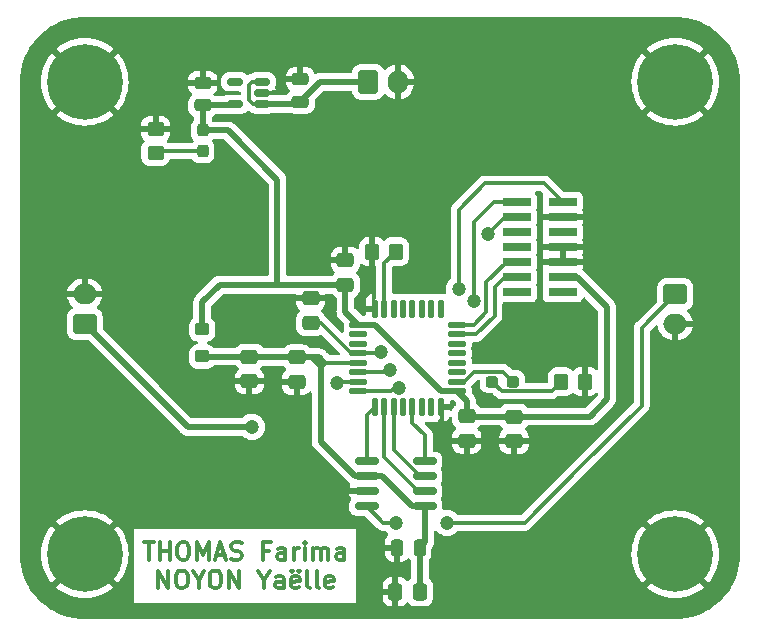
<source format=gbr>
%TF.GenerationSoftware,KiCad,Pcbnew,(6.0.11)*%
%TF.CreationDate,2023-02-16T17:01:17+01:00*%
%TF.ProjectId,uCKicad,75434b69-6361-4642-9e6b-696361645f70,rev?*%
%TF.SameCoordinates,Original*%
%TF.FileFunction,Copper,L1,Top*%
%TF.FilePolarity,Positive*%
%FSLAX46Y46*%
G04 Gerber Fmt 4.6, Leading zero omitted, Abs format (unit mm)*
G04 Created by KiCad (PCBNEW (6.0.11)) date 2023-02-16 17:01:17*
%MOMM*%
%LPD*%
G01*
G04 APERTURE LIST*
G04 Aperture macros list*
%AMRoundRect*
0 Rectangle with rounded corners*
0 $1 Rounding radius*
0 $2 $3 $4 $5 $6 $7 $8 $9 X,Y pos of 4 corners*
0 Add a 4 corners polygon primitive as box body*
4,1,4,$2,$3,$4,$5,$6,$7,$8,$9,$2,$3,0*
0 Add four circle primitives for the rounded corners*
1,1,$1+$1,$2,$3*
1,1,$1+$1,$4,$5*
1,1,$1+$1,$6,$7*
1,1,$1+$1,$8,$9*
0 Add four rect primitives between the rounded corners*
20,1,$1+$1,$2,$3,$4,$5,0*
20,1,$1+$1,$4,$5,$6,$7,0*
20,1,$1+$1,$6,$7,$8,$9,0*
20,1,$1+$1,$8,$9,$2,$3,0*%
G04 Aperture macros list end*
%ADD10C,0.300000*%
%TA.AperFunction,NonConductor*%
%ADD11C,0.300000*%
%TD*%
%TA.AperFunction,SMDPad,CuDef*%
%ADD12RoundRect,0.150000X0.825000X0.150000X-0.825000X0.150000X-0.825000X-0.150000X0.825000X-0.150000X0*%
%TD*%
%TA.AperFunction,ComponentPad*%
%ADD13C,6.400000*%
%TD*%
%TA.AperFunction,SMDPad,CuDef*%
%ADD14R,2.400000X0.740000*%
%TD*%
%TA.AperFunction,SMDPad,CuDef*%
%ADD15RoundRect,0.250000X0.337500X0.475000X-0.337500X0.475000X-0.337500X-0.475000X0.337500X-0.475000X0*%
%TD*%
%TA.AperFunction,ComponentPad*%
%ADD16RoundRect,0.250000X-0.750000X0.600000X-0.750000X-0.600000X0.750000X-0.600000X0.750000X0.600000X0*%
%TD*%
%TA.AperFunction,ComponentPad*%
%ADD17O,2.000000X1.700000*%
%TD*%
%TA.AperFunction,SMDPad,CuDef*%
%ADD18RoundRect,0.250000X-0.475000X0.337500X-0.475000X-0.337500X0.475000X-0.337500X0.475000X0.337500X0*%
%TD*%
%TA.AperFunction,SMDPad,CuDef*%
%ADD19RoundRect,0.125000X-0.625000X-0.125000X0.625000X-0.125000X0.625000X0.125000X-0.625000X0.125000X0*%
%TD*%
%TA.AperFunction,SMDPad,CuDef*%
%ADD20RoundRect,0.125000X-0.125000X-0.625000X0.125000X-0.625000X0.125000X0.625000X-0.125000X0.625000X0*%
%TD*%
%TA.AperFunction,SMDPad,CuDef*%
%ADD21RoundRect,0.237500X-0.287500X-0.237500X0.287500X-0.237500X0.287500X0.237500X-0.287500X0.237500X0*%
%TD*%
%TA.AperFunction,SMDPad,CuDef*%
%ADD22RoundRect,0.250000X0.475000X-0.337500X0.475000X0.337500X-0.475000X0.337500X-0.475000X-0.337500X0*%
%TD*%
%TA.AperFunction,SMDPad,CuDef*%
%ADD23RoundRect,0.150000X0.512500X0.150000X-0.512500X0.150000X-0.512500X-0.150000X0.512500X-0.150000X0*%
%TD*%
%TA.AperFunction,ComponentPad*%
%ADD24RoundRect,0.250000X-0.600000X-0.750000X0.600000X-0.750000X0.600000X0.750000X-0.600000X0.750000X0*%
%TD*%
%TA.AperFunction,ComponentPad*%
%ADD25O,1.700000X2.000000*%
%TD*%
%TA.AperFunction,SMDPad,CuDef*%
%ADD26RoundRect,0.250000X-0.350000X0.275000X-0.350000X-0.275000X0.350000X-0.275000X0.350000X0.275000X0*%
%TD*%
%TA.AperFunction,SMDPad,CuDef*%
%ADD27RoundRect,0.250000X-0.350000X-0.450000X0.350000X-0.450000X0.350000X0.450000X-0.350000X0.450000X0*%
%TD*%
%TA.AperFunction,ComponentPad*%
%ADD28RoundRect,0.250000X0.750000X-0.600000X0.750000X0.600000X-0.750000X0.600000X-0.750000X-0.600000X0*%
%TD*%
%TA.AperFunction,SMDPad,CuDef*%
%ADD29RoundRect,0.250000X0.250000X0.475000X-0.250000X0.475000X-0.250000X-0.475000X0.250000X-0.475000X0*%
%TD*%
%TA.AperFunction,SMDPad,CuDef*%
%ADD30RoundRect,0.250000X0.475000X-0.250000X0.475000X0.250000X-0.475000X0.250000X-0.475000X-0.250000X0*%
%TD*%
%TA.AperFunction,SMDPad,CuDef*%
%ADD31RoundRect,0.237500X0.237500X-0.287500X0.237500X0.287500X-0.237500X0.287500X-0.237500X-0.287500X0*%
%TD*%
%TA.AperFunction,SMDPad,CuDef*%
%ADD32RoundRect,0.250000X0.450000X-0.350000X0.450000X0.350000X-0.450000X0.350000X-0.450000X-0.350000X0*%
%TD*%
%TA.AperFunction,SMDPad,CuDef*%
%ADD33RoundRect,0.250000X0.350000X0.450000X-0.350000X0.450000X-0.350000X-0.450000X0.350000X-0.450000X0*%
%TD*%
%TA.AperFunction,ViaPad*%
%ADD34C,1.200000*%
%TD*%
%TA.AperFunction,Conductor*%
%ADD35C,0.500000*%
%TD*%
%TA.AperFunction,Conductor*%
%ADD36C,0.300000*%
%TD*%
G04 APERTURE END LIST*
D10*
D11*
X94992857Y-118971071D02*
X95850000Y-118971071D01*
X95421428Y-120471071D02*
X95421428Y-118971071D01*
X96350000Y-120471071D02*
X96350000Y-118971071D01*
X96350000Y-119685357D02*
X97207142Y-119685357D01*
X97207142Y-120471071D02*
X97207142Y-118971071D01*
X98207142Y-118971071D02*
X98492857Y-118971071D01*
X98635714Y-119042500D01*
X98778571Y-119185357D01*
X98850000Y-119471071D01*
X98850000Y-119971071D01*
X98778571Y-120256785D01*
X98635714Y-120399642D01*
X98492857Y-120471071D01*
X98207142Y-120471071D01*
X98064285Y-120399642D01*
X97921428Y-120256785D01*
X97850000Y-119971071D01*
X97850000Y-119471071D01*
X97921428Y-119185357D01*
X98064285Y-119042500D01*
X98207142Y-118971071D01*
X99492857Y-120471071D02*
X99492857Y-118971071D01*
X99992857Y-120042500D01*
X100492857Y-118971071D01*
X100492857Y-120471071D01*
X101135714Y-120042500D02*
X101850000Y-120042500D01*
X100992857Y-120471071D02*
X101492857Y-118971071D01*
X101992857Y-120471071D01*
X102421428Y-120399642D02*
X102635714Y-120471071D01*
X102992857Y-120471071D01*
X103135714Y-120399642D01*
X103207142Y-120328214D01*
X103278571Y-120185357D01*
X103278571Y-120042500D01*
X103207142Y-119899642D01*
X103135714Y-119828214D01*
X102992857Y-119756785D01*
X102707142Y-119685357D01*
X102564285Y-119613928D01*
X102492857Y-119542500D01*
X102421428Y-119399642D01*
X102421428Y-119256785D01*
X102492857Y-119113928D01*
X102564285Y-119042500D01*
X102707142Y-118971071D01*
X103064285Y-118971071D01*
X103278571Y-119042500D01*
X105564285Y-119685357D02*
X105064285Y-119685357D01*
X105064285Y-120471071D02*
X105064285Y-118971071D01*
X105778571Y-118971071D01*
X106992857Y-120471071D02*
X106992857Y-119685357D01*
X106921428Y-119542500D01*
X106778571Y-119471071D01*
X106492857Y-119471071D01*
X106350000Y-119542500D01*
X106992857Y-120399642D02*
X106850000Y-120471071D01*
X106492857Y-120471071D01*
X106350000Y-120399642D01*
X106278571Y-120256785D01*
X106278571Y-120113928D01*
X106350000Y-119971071D01*
X106492857Y-119899642D01*
X106850000Y-119899642D01*
X106992857Y-119828214D01*
X107707142Y-120471071D02*
X107707142Y-119471071D01*
X107707142Y-119756785D02*
X107778571Y-119613928D01*
X107850000Y-119542500D01*
X107992857Y-119471071D01*
X108135714Y-119471071D01*
X108635714Y-120471071D02*
X108635714Y-119471071D01*
X108635714Y-118971071D02*
X108564285Y-119042500D01*
X108635714Y-119113928D01*
X108707142Y-119042500D01*
X108635714Y-118971071D01*
X108635714Y-119113928D01*
X109350000Y-120471071D02*
X109350000Y-119471071D01*
X109350000Y-119613928D02*
X109421428Y-119542500D01*
X109564285Y-119471071D01*
X109778571Y-119471071D01*
X109921428Y-119542500D01*
X109992857Y-119685357D01*
X109992857Y-120471071D01*
X109992857Y-119685357D02*
X110064285Y-119542500D01*
X110207142Y-119471071D01*
X110421428Y-119471071D01*
X110564285Y-119542500D01*
X110635714Y-119685357D01*
X110635714Y-120471071D01*
X111992857Y-120471071D02*
X111992857Y-119685357D01*
X111921428Y-119542500D01*
X111778571Y-119471071D01*
X111492857Y-119471071D01*
X111350000Y-119542500D01*
X111992857Y-120399642D02*
X111850000Y-120471071D01*
X111492857Y-120471071D01*
X111350000Y-120399642D01*
X111278571Y-120256785D01*
X111278571Y-120113928D01*
X111350000Y-119971071D01*
X111492857Y-119899642D01*
X111850000Y-119899642D01*
X111992857Y-119828214D01*
X96207142Y-122886071D02*
X96207142Y-121386071D01*
X97064285Y-122886071D01*
X97064285Y-121386071D01*
X98064285Y-121386071D02*
X98350000Y-121386071D01*
X98492857Y-121457500D01*
X98635714Y-121600357D01*
X98707142Y-121886071D01*
X98707142Y-122386071D01*
X98635714Y-122671785D01*
X98492857Y-122814642D01*
X98350000Y-122886071D01*
X98064285Y-122886071D01*
X97921428Y-122814642D01*
X97778571Y-122671785D01*
X97707142Y-122386071D01*
X97707142Y-121886071D01*
X97778571Y-121600357D01*
X97921428Y-121457500D01*
X98064285Y-121386071D01*
X99635714Y-122171785D02*
X99635714Y-122886071D01*
X99135714Y-121386071D02*
X99635714Y-122171785D01*
X100135714Y-121386071D01*
X100921428Y-121386071D02*
X101207142Y-121386071D01*
X101350000Y-121457500D01*
X101492857Y-121600357D01*
X101564285Y-121886071D01*
X101564285Y-122386071D01*
X101492857Y-122671785D01*
X101350000Y-122814642D01*
X101207142Y-122886071D01*
X100921428Y-122886071D01*
X100778571Y-122814642D01*
X100635714Y-122671785D01*
X100564285Y-122386071D01*
X100564285Y-121886071D01*
X100635714Y-121600357D01*
X100778571Y-121457500D01*
X100921428Y-121386071D01*
X102207142Y-122886071D02*
X102207142Y-121386071D01*
X103064285Y-122886071D01*
X103064285Y-121386071D01*
X105207142Y-122171785D02*
X105207142Y-122886071D01*
X104707142Y-121386071D02*
X105207142Y-122171785D01*
X105707142Y-121386071D01*
X106850000Y-122886071D02*
X106850000Y-122100357D01*
X106778571Y-121957500D01*
X106635714Y-121886071D01*
X106350000Y-121886071D01*
X106207142Y-121957500D01*
X106850000Y-122814642D02*
X106707142Y-122886071D01*
X106350000Y-122886071D01*
X106207142Y-122814642D01*
X106135714Y-122671785D01*
X106135714Y-122528928D01*
X106207142Y-122386071D01*
X106350000Y-122314642D01*
X106707142Y-122314642D01*
X106850000Y-122243214D01*
X108135714Y-122814642D02*
X107992857Y-122886071D01*
X107707142Y-122886071D01*
X107564285Y-122814642D01*
X107492857Y-122671785D01*
X107492857Y-122100357D01*
X107564285Y-121957500D01*
X107707142Y-121886071D01*
X107992857Y-121886071D01*
X108135714Y-121957500D01*
X108207142Y-122100357D01*
X108207142Y-122243214D01*
X107492857Y-122386071D01*
X107564285Y-121386071D02*
X107635714Y-121457500D01*
X107564285Y-121528928D01*
X107492857Y-121457500D01*
X107564285Y-121386071D01*
X107564285Y-121528928D01*
X108135714Y-121386071D02*
X108207142Y-121457500D01*
X108135714Y-121528928D01*
X108064285Y-121457500D01*
X108135714Y-121386071D01*
X108135714Y-121528928D01*
X109064285Y-122886071D02*
X108921428Y-122814642D01*
X108850000Y-122671785D01*
X108850000Y-121386071D01*
X109850000Y-122886071D02*
X109707142Y-122814642D01*
X109635714Y-122671785D01*
X109635714Y-121386071D01*
X110992857Y-122814642D02*
X110850000Y-122886071D01*
X110564285Y-122886071D01*
X110421428Y-122814642D01*
X110350000Y-122671785D01*
X110350000Y-122100357D01*
X110421428Y-121957500D01*
X110564285Y-121886071D01*
X110850000Y-121886071D01*
X110992857Y-121957500D01*
X111064285Y-122100357D01*
X111064285Y-122243214D01*
X110350000Y-122386071D01*
D12*
%TO.P,U2,1,Vdd*%
%TO.N,+3.3VA*%
X118807000Y-115951000D03*
%TO.P,U2,2,~{CS}*%
%TO.N,DAC_nCS*%
X118807000Y-114681000D03*
%TO.P,U2,3,SCK*%
%TO.N,SPI1_SCK*%
X118807000Y-113411000D03*
%TO.P,U2,4,SDI*%
%TO.N,SPI1_MOSI*%
X118807000Y-112141000D03*
%TO.P,U2,5,~{LDAC}*%
%TO.N,DAC_nLDAC*%
X113857000Y-112141000D03*
%TO.P,U2,6,~{SHDN}*%
%TO.N,+3.3VA*%
X113857000Y-113411000D03*
%TO.P,U2,7,Vss*%
%TO.N,GND*%
X113857000Y-114681000D03*
%TO.P,U2,8,Vout*%
%TO.N,DAC_OUT*%
X113857000Y-115951000D03*
%TD*%
D13*
%TO.P,H1,1,1*%
%TO.N,GND*%
X90000000Y-80000000D03*
%TD*%
D14*
%TO.P,J1,1,Pin_1*%
%TO.N,unconnected-(J1-Pad1)*%
X130474000Y-97790000D03*
%TO.P,J1,2,Pin_2*%
%TO.N,unconnected-(J1-Pad2)*%
X126574000Y-97790000D03*
%TO.P,J1,3,Pin_3*%
%TO.N,+3.3V*%
X130474000Y-96520000D03*
%TO.P,J1,4,Pin_4*%
%TO.N,SWDIO*%
X126574000Y-96520000D03*
%TO.P,J1,5,Pin_5*%
%TO.N,GND*%
X130474000Y-95250000D03*
%TO.P,J1,6,Pin_6*%
%TO.N,SWCLK*%
X126574000Y-95250000D03*
%TO.P,J1,7,Pin_7*%
%TO.N,GND*%
X130474000Y-93980000D03*
%TO.P,J1,8,Pin_8*%
%TO.N,unconnected-(J1-Pad8)*%
X126574000Y-93980000D03*
%TO.P,J1,9,Pin_9*%
%TO.N,unconnected-(J1-Pad9)*%
X130474000Y-92710000D03*
%TO.P,J1,10,Pin_10*%
%TO.N,unconnected-(J1-Pad10)*%
X126574000Y-92710000D03*
%TO.P,J1,11,Pin_11*%
%TO.N,GND*%
X130474000Y-91440000D03*
%TO.P,J1,12,Pin_12*%
%TO.N,NRST*%
X126574000Y-91440000D03*
%TO.P,J1,13,Pin_13*%
%TO.N,USART2_RX*%
X130474000Y-90170000D03*
%TO.P,J1,14,Pin_14*%
%TO.N,USART2_TX*%
X126574000Y-90170000D03*
%TD*%
D15*
%TO.P,C9,1*%
%TO.N,+3.3VA*%
X118385500Y-123181000D03*
%TO.P,C9,2*%
%TO.N,GND*%
X116310500Y-123181000D03*
%TD*%
D16*
%TO.P,J3,1,Pin_1*%
%TO.N,DAC_OUT*%
X140000000Y-98000000D03*
D17*
%TO.P,J3,2,Pin_2*%
%TO.N,GND*%
X140000000Y-100500000D03*
%TD*%
D18*
%TO.P,C7,1*%
%TO.N,+3.3VA*%
X103950000Y-103265000D03*
%TO.P,C7,2*%
%TO.N,GND*%
X103950000Y-105340000D03*
%TD*%
D13*
%TO.P,H4,1,1*%
%TO.N,GND*%
X140000000Y-80000000D03*
%TD*%
D19*
%TO.P,U3,1,VDD*%
%TO.N,+3.3V*%
X113173000Y-100578000D03*
%TO.P,U3,2,PC14*%
%TO.N,unconnected-(U3-Pad2)*%
X113173000Y-101378000D03*
%TO.P,U3,3,PC15*%
%TO.N,unconnected-(U3-Pad3)*%
X113173000Y-102178000D03*
%TO.P,U3,4,NRST*%
%TO.N,NRST*%
X113173000Y-102978000D03*
%TO.P,U3,5,VDDA*%
%TO.N,+3.3VA*%
X113173000Y-103778000D03*
%TO.P,U3,6,PA0*%
%TO.N,USART2_RX*%
X113173000Y-104578000D03*
%TO.P,U3,7,PA1*%
%TO.N,ADC_IN1*%
X113173000Y-105378000D03*
%TO.P,U3,8,PA2*%
%TO.N,USART2_TX*%
X113173000Y-106178000D03*
D20*
%TO.P,U3,9,PA3*%
%TO.N,DAC_nLDAC*%
X114548000Y-107553000D03*
%TO.P,U3,10,PA4*%
%TO.N,DAC_nCS*%
X115348000Y-107553000D03*
%TO.P,U3,11,PA5*%
%TO.N,SPI1_SCK*%
X116148000Y-107553000D03*
%TO.P,U3,12,PA6*%
%TO.N,unconnected-(U3-Pad12)*%
X116948000Y-107553000D03*
%TO.P,U3,13,PA7*%
%TO.N,SPI1_MOSI*%
X117748000Y-107553000D03*
%TO.P,U3,14,PB0*%
%TO.N,unconnected-(U3-Pad14)*%
X118548000Y-107553000D03*
%TO.P,U3,15,PB1*%
%TO.N,unconnected-(U3-Pad15)*%
X119348000Y-107553000D03*
%TO.P,U3,16,VSS*%
%TO.N,GND*%
X120148000Y-107553000D03*
D19*
%TO.P,U3,17,VDD*%
%TO.N,+3.3V*%
X121523000Y-106178000D03*
%TO.P,U3,18,PA8*%
%TO.N,LED_STATUS*%
X121523000Y-105378000D03*
%TO.P,U3,19,PA9*%
%TO.N,unconnected-(U3-Pad19)*%
X121523000Y-104578000D03*
%TO.P,U3,20,PA10*%
%TO.N,unconnected-(U3-Pad20)*%
X121523000Y-103778000D03*
%TO.P,U3,21,PA11*%
%TO.N,unconnected-(U3-Pad21)*%
X121523000Y-102978000D03*
%TO.P,U3,22,PA12*%
%TO.N,unconnected-(U3-Pad22)*%
X121523000Y-102178000D03*
%TO.P,U3,23,PA13*%
%TO.N,SWDIO*%
X121523000Y-101378000D03*
%TO.P,U3,24,PA14*%
%TO.N,SWCLK*%
X121523000Y-100578000D03*
D20*
%TO.P,U3,25,PA15*%
%TO.N,unconnected-(U3-Pad25)*%
X120148000Y-99203000D03*
%TO.P,U3,26,PB3*%
%TO.N,unconnected-(U3-Pad26)*%
X119348000Y-99203000D03*
%TO.P,U3,27,PB4*%
%TO.N,unconnected-(U3-Pad27)*%
X118548000Y-99203000D03*
%TO.P,U3,28,PB5*%
%TO.N,unconnected-(U3-Pad28)*%
X117748000Y-99203000D03*
%TO.P,U3,29,PB6*%
%TO.N,unconnected-(U3-Pad29)*%
X116948000Y-99203000D03*
%TO.P,U3,30,PB7*%
%TO.N,unconnected-(U3-Pad30)*%
X116148000Y-99203000D03*
%TO.P,U3,31,PB9*%
%TO.N,/BOOT0*%
X115348000Y-99203000D03*
%TO.P,U3,32,VSS*%
%TO.N,GND*%
X114548000Y-99203000D03*
%TD*%
D18*
%TO.P,C5,1*%
%TO.N,+3.3VA*%
X107950000Y-103335000D03*
%TO.P,C5,2*%
%TO.N,GND*%
X107950000Y-105410000D03*
%TD*%
%TO.P,C1,1*%
%TO.N,+3.3V*%
X126348000Y-108340500D03*
%TO.P,C1,2*%
%TO.N,GND*%
X126348000Y-110415500D03*
%TD*%
D21*
%TO.P,D1,1,K*%
%TO.N,Net-(D1-Pad1)*%
X124473000Y-105378000D03*
%TO.P,D1,2,A*%
%TO.N,LED_STATUS*%
X126223000Y-105378000D03*
%TD*%
D22*
%TO.P,C3,1*%
%TO.N,+3.3V*%
X112076000Y-97173500D03*
%TO.P,C3,2*%
%TO.N,GND*%
X112076000Y-95098500D03*
%TD*%
D23*
%TO.P,U1,1,VIN*%
%TO.N,+5V*%
X105000000Y-81900000D03*
%TO.P,U1,2,GND*%
%TO.N,GND*%
X105000000Y-80950000D03*
%TO.P,U1,3,~{SHDN}*%
%TO.N,+5V*%
X105000000Y-80000000D03*
%TO.P,U1,4,NC*%
%TO.N,unconnected-(U1-Pad4)*%
X102725000Y-80000000D03*
%TO.P,U1,5,VOUT*%
%TO.N,+3.3V*%
X102725000Y-81900000D03*
%TD*%
D24*
%TO.P,J4,1,Pin_1*%
%TO.N,+5V*%
X114000000Y-80000000D03*
D25*
%TO.P,J4,2,Pin_2*%
%TO.N,GND*%
X116500000Y-80000000D03*
%TD*%
D26*
%TO.P,L1,1*%
%TO.N,+3.3V*%
X99950000Y-100958000D03*
%TO.P,L1,2*%
%TO.N,+3.3VA*%
X99950000Y-103258000D03*
%TD*%
D18*
%TO.P,C2,1*%
%TO.N,+3.3V*%
X122348000Y-108303000D03*
%TO.P,C2,2*%
%TO.N,GND*%
X122348000Y-110378000D03*
%TD*%
D27*
%TO.P,R1,1*%
%TO.N,Net-(D1-Pad1)*%
X130348000Y-105378000D03*
%TO.P,R1,2*%
%TO.N,GND*%
X132348000Y-105378000D03*
%TD*%
D28*
%TO.P,J2,1,Pin_1*%
%TO.N,ADC_IN1*%
X90000000Y-100500000D03*
D17*
%TO.P,J2,2,Pin_2*%
%TO.N,GND*%
X90000000Y-98000000D03*
%TD*%
D22*
%TO.P,C10,1*%
%TO.N,NRST*%
X109120500Y-100415500D03*
%TO.P,C10,2*%
%TO.N,GND*%
X109120500Y-98340500D03*
%TD*%
D13*
%TO.P,H2,1,1*%
%TO.N,GND*%
X90000000Y-120000000D03*
%TD*%
D29*
%TO.P,C8,1*%
%TO.N,+3.3VA*%
X118348000Y-119446000D03*
%TO.P,C8,2*%
%TO.N,GND*%
X116448000Y-119446000D03*
%TD*%
D30*
%TO.P,C11,1*%
%TO.N,+5V*%
X108265000Y-81688748D03*
%TO.P,C11,2*%
%TO.N,GND*%
X108265000Y-79788748D03*
%TD*%
D31*
%TO.P,D2,1,K*%
%TO.N,Net-(D2-Pad1)*%
X100000000Y-85875000D03*
%TO.P,D2,2,A*%
%TO.N,+3.3V*%
X100000000Y-84125000D03*
%TD*%
D32*
%TO.P,R2,1*%
%TO.N,Net-(D2-Pad1)*%
X96000000Y-86000000D03*
%TO.P,R2,2*%
%TO.N,GND*%
X96000000Y-84000000D03*
%TD*%
D33*
%TO.P,R3,1*%
%TO.N,/BOOT0*%
X116348000Y-94378000D03*
%TO.P,R3,2*%
%TO.N,GND*%
X114348000Y-94378000D03*
%TD*%
D13*
%TO.P,H3,1,1*%
%TO.N,GND*%
X140000000Y-120000000D03*
%TD*%
D30*
%TO.P,C6,1*%
%TO.N,+3.3V*%
X100000000Y-82000000D03*
%TO.P,C6,2*%
%TO.N,GND*%
X100000000Y-80100000D03*
%TD*%
D34*
%TO.N,GND*%
X105410000Y-100584000D03*
X128270000Y-102108000D03*
%TO.N,ADC_IN1*%
X111353102Y-105479873D03*
X104140000Y-109220000D03*
%TO.N,USART2_RX*%
X115824000Y-104394000D03*
X121666000Y-97536000D03*
%TO.N,USART2_TX*%
X122936000Y-98552000D03*
X116586000Y-105918000D03*
%TO.N,NRST*%
X115062000Y-102870000D03*
X124128000Y-92886000D03*
%TO.N,DAC_OUT*%
X116332000Y-117348000D03*
X120650000Y-117348000D03*
%TD*%
D35*
%TO.N,+3.3V*%
X130474000Y-96520000D02*
X131674000Y-96520000D01*
X131674000Y-96520000D02*
X134200000Y-99046000D01*
X134200000Y-99046000D02*
X134200000Y-106900000D01*
X134200000Y-106900000D02*
X132759500Y-108340500D01*
X132759500Y-108340500D02*
X126348000Y-108340500D01*
D36*
%TO.N,SWDIO*%
X126574000Y-96520000D02*
X125574000Y-96520000D01*
X125574000Y-96520000D02*
X124700000Y-97394000D01*
X124700000Y-97394000D02*
X124700000Y-99836000D01*
X124700000Y-99836000D02*
X123158000Y-101378000D01*
X123158000Y-101378000D02*
X121523000Y-101378000D01*
%TO.N,SWCLK*%
X126574000Y-95250000D02*
X125744000Y-95250000D01*
X125744000Y-95250000D02*
X124000000Y-96994000D01*
X124000000Y-96994000D02*
X124000000Y-99520000D01*
X124000000Y-99520000D02*
X122942000Y-100578000D01*
X122942000Y-100578000D02*
X121523000Y-100578000D01*
%TO.N,USART2_RX*%
X121666000Y-97536000D02*
X121666000Y-90834000D01*
X123900000Y-88600000D02*
X128904000Y-88600000D01*
X121666000Y-90834000D02*
X123900000Y-88600000D01*
X128904000Y-88600000D02*
X130474000Y-90170000D01*
%TO.N,USART2_TX*%
X126574000Y-90170000D02*
X124630000Y-90170000D01*
X124630000Y-90170000D02*
X122936000Y-91864000D01*
X122936000Y-91864000D02*
X122936000Y-98552000D01*
D35*
%TO.N,+3.3VA*%
X109835000Y-103335000D02*
X109235000Y-103335000D01*
X109974000Y-104074000D02*
X109235000Y-103335000D01*
X109235000Y-103335000D02*
X107950000Y-103335000D01*
X109982000Y-104074000D02*
X109974000Y-104074000D01*
X109982000Y-104074000D02*
X109982000Y-103482000D01*
X109982000Y-103482000D02*
X109835000Y-103335000D01*
X110278000Y-103778000D02*
X109835000Y-103335000D01*
X109982000Y-105639551D02*
X109982000Y-104074000D01*
X109982000Y-104074000D02*
X110278000Y-103778000D01*
D36*
X113173000Y-103778000D02*
X110278000Y-103778000D01*
D35*
%TO.N,+3.3V*%
X99950000Y-100958000D02*
X99950000Y-98678000D01*
X101454500Y-97173500D02*
X106317500Y-97173500D01*
X99950000Y-98678000D02*
X101454500Y-97173500D01*
X112076000Y-97173500D02*
X106317500Y-97173500D01*
X100000000Y-84125000D02*
X102159000Y-84125000D01*
X102159000Y-84125000D02*
X106317500Y-88283500D01*
X106317500Y-88283500D02*
X106317500Y-97173500D01*
D36*
%TO.N,USART2_TX*%
X115818000Y-106178000D02*
X113173000Y-106178000D01*
X116586000Y-105918000D02*
X115818000Y-106178000D01*
%TO.N,NRST*%
X124128000Y-92886000D02*
X125574000Y-91440000D01*
X125574000Y-91440000D02*
X126574000Y-91440000D01*
X115062000Y-102870000D02*
X114192000Y-102978000D01*
X114192000Y-102978000D02*
X113173000Y-102978000D01*
%TO.N,ADC_IN1*%
X113173000Y-105378000D02*
X111454975Y-105378000D01*
D35*
X111454975Y-105378000D02*
X111353102Y-105479873D01*
X90000000Y-100500000D02*
X98720000Y-109220000D01*
X98720000Y-109220000D02*
X104140000Y-109220000D01*
D36*
%TO.N,USART2_RX*%
X113173000Y-104578000D02*
X115640000Y-104578000D01*
X115640000Y-104578000D02*
X115824000Y-104394000D01*
D35*
%TO.N,+3.3V*%
X121523000Y-106178000D02*
X120148000Y-106178000D01*
X120148000Y-106178000D02*
X114548000Y-100578000D01*
X114548000Y-100578000D02*
X113173000Y-100578000D01*
D36*
%TO.N,NRST*%
X109120500Y-100415500D02*
X109988749Y-100415500D01*
X109988749Y-100415500D02*
X112551249Y-102978000D01*
X112551249Y-102978000D02*
X113173000Y-102978000D01*
%TO.N,DAC_OUT*%
X116332000Y-117348000D02*
X115254000Y-117348000D01*
X132129000Y-112473000D02*
X127254000Y-117348000D01*
X115254000Y-117348000D02*
X113857000Y-115951000D01*
X127254000Y-117348000D02*
X120650000Y-117348000D01*
D35*
%TO.N,+3.3VA*%
X118807000Y-115951000D02*
X118807000Y-118987000D01*
X118807000Y-118987000D02*
X118348000Y-119446000D01*
X113857000Y-113411000D02*
X115189000Y-113411000D01*
X115189000Y-113411000D02*
X117729000Y-115951000D01*
X117729000Y-115951000D02*
X118807000Y-115951000D01*
X107950000Y-103335000D02*
X107950000Y-103607551D01*
X109982000Y-105639551D02*
X109982000Y-110490000D01*
X109982000Y-110490000D02*
X112903000Y-113411000D01*
X112903000Y-113411000D02*
X113857000Y-113411000D01*
D36*
%TO.N,DAC_nLDAC*%
X113857000Y-112141000D02*
X113857000Y-108244000D01*
X113857000Y-108244000D02*
X114548000Y-107553000D01*
%TO.N,DAC_OUT*%
X132129000Y-112473000D02*
X137160000Y-107442000D01*
X137160000Y-107442000D02*
X137160000Y-100840000D01*
X137160000Y-100840000D02*
X140000000Y-98000000D01*
%TO.N,DAC_nCS*%
X118807000Y-114681000D02*
X118237000Y-114681000D01*
X118237000Y-114681000D02*
X115348000Y-111792000D01*
X115348000Y-111792000D02*
X115348000Y-107553000D01*
%TO.N,SPI1_SCK*%
X116148000Y-107553000D02*
X116148000Y-111164107D01*
X116148000Y-111164107D02*
X118394893Y-113411000D01*
X118394893Y-113411000D02*
X118807000Y-113411000D01*
%TO.N,SPI1_MOSI*%
X118807000Y-112141000D02*
X118807000Y-109917000D01*
X118807000Y-109917000D02*
X117748000Y-108858000D01*
X117748000Y-108858000D02*
X117748000Y-107553000D01*
D35*
%TO.N,+3.3VA*%
X118385500Y-123181000D02*
X118385500Y-119483500D01*
X118385500Y-119483500D02*
X118348000Y-119446000D01*
%TO.N,+3.3V*%
X122348000Y-108303000D02*
X122348000Y-107003000D01*
X122348000Y-107003000D02*
X121523000Y-106178000D01*
X126348000Y-108340500D02*
X122385500Y-108340500D01*
X122385500Y-108340500D02*
X122348000Y-108303000D01*
%TO.N,+3.3VA*%
X103950000Y-103265000D02*
X107880000Y-103265000D01*
X107880000Y-103265000D02*
X107950000Y-103335000D01*
X99950000Y-103260000D02*
X103945000Y-103260000D01*
X103945000Y-103260000D02*
X103950000Y-103265000D01*
%TO.N,+3.3V*%
X112076000Y-97173500D02*
X112076000Y-99481000D01*
X112076000Y-99481000D02*
X113173000Y-100578000D01*
D36*
%TO.N,+5V*%
X105000000Y-81900000D02*
X104252000Y-81900000D01*
X104252000Y-81900000D02*
X103886000Y-81534000D01*
X103886000Y-81534000D02*
X103886000Y-80264000D01*
X103886000Y-80264000D02*
X104150000Y-80000000D01*
X104150000Y-80000000D02*
X105000000Y-80000000D01*
D35*
X105000000Y-81900000D02*
X108053748Y-81900000D01*
X108053748Y-81900000D02*
X108265000Y-81688748D01*
X114000000Y-80000000D02*
X109953748Y-80000000D01*
X109953748Y-80000000D02*
X108265000Y-81688748D01*
%TO.N,+3.3V*%
X100000000Y-82000000D02*
X102625000Y-82000000D01*
X102625000Y-82000000D02*
X102725000Y-81900000D01*
X100000000Y-84125000D02*
X100000000Y-82000000D01*
D36*
%TO.N,LED_STATUS*%
X126223000Y-105378000D02*
X125398000Y-104553000D01*
X122144751Y-105378000D02*
X121523000Y-105378000D01*
X125398000Y-104553000D02*
X122969751Y-104553000D01*
X122969751Y-104553000D02*
X122144751Y-105378000D01*
%TO.N,Net-(D1-Pad1)*%
X130348000Y-105378000D02*
X129523000Y-106203000D01*
X129523000Y-106203000D02*
X125298000Y-106203000D01*
X125298000Y-106203000D02*
X124473000Y-105378000D01*
%TO.N,/BOOT0*%
X115348000Y-99203000D02*
X115348000Y-95378000D01*
X115348000Y-95378000D02*
X116348000Y-94378000D01*
%TO.N,Net-(D2-Pad1)*%
X100000000Y-85875000D02*
X96125000Y-85875000D01*
X96125000Y-85875000D02*
X96000000Y-86000000D01*
%TD*%
%TA.AperFunction,Conductor*%
%TO.N,GND*%
G36*
X139970018Y-74510000D02*
G01*
X139984851Y-74512310D01*
X139984855Y-74512310D01*
X139993724Y-74513691D01*
X140014664Y-74510953D01*
X140036202Y-74509997D01*
X140224026Y-74517766D01*
X140448278Y-74527041D01*
X140458656Y-74527901D01*
X140734674Y-74562307D01*
X140898702Y-74582753D01*
X140908967Y-74584465D01*
X141072054Y-74618661D01*
X141342976Y-74675467D01*
X141353072Y-74678023D01*
X141778101Y-74804561D01*
X141787938Y-74807938D01*
X142201081Y-74969147D01*
X142210581Y-74973314D01*
X142608983Y-75168081D01*
X142618141Y-75173037D01*
X142999085Y-75400030D01*
X143007804Y-75405726D01*
X143368705Y-75663405D01*
X143376923Y-75669801D01*
X143715326Y-75956413D01*
X143722987Y-75963467D01*
X144036533Y-76277013D01*
X144043587Y-76284674D01*
X144330199Y-76623077D01*
X144336595Y-76631295D01*
X144594274Y-76992196D01*
X144599970Y-77000915D01*
X144826963Y-77381859D01*
X144831918Y-77391015D01*
X144921391Y-77574034D01*
X145026682Y-77789411D01*
X145030853Y-77798919D01*
X145192062Y-78212062D01*
X145195439Y-78221899D01*
X145321977Y-78646928D01*
X145324533Y-78657024D01*
X145391729Y-78977496D01*
X145415534Y-79091030D01*
X145417247Y-79101298D01*
X145424071Y-79156037D01*
X145472099Y-79541344D01*
X145472959Y-79551722D01*
X145476428Y-79635592D01*
X145488057Y-79916748D01*
X145489694Y-79956335D01*
X145488302Y-79980920D01*
X145486309Y-79993724D01*
X145487473Y-80002626D01*
X145487473Y-80002628D01*
X145490436Y-80025283D01*
X145491500Y-80041621D01*
X145491500Y-119950633D01*
X145490000Y-119970018D01*
X145487690Y-119984851D01*
X145487690Y-119984855D01*
X145486309Y-119993724D01*
X145489047Y-120014659D01*
X145490003Y-120036202D01*
X145482234Y-120224026D01*
X145472959Y-120448278D01*
X145472099Y-120458656D01*
X145417248Y-120898698D01*
X145415534Y-120908970D01*
X145324533Y-121342976D01*
X145321977Y-121353072D01*
X145195439Y-121778101D01*
X145192062Y-121787938D01*
X145030853Y-122201081D01*
X145026686Y-122210581D01*
X144856801Y-122558086D01*
X144831919Y-122608983D01*
X144826963Y-122618141D01*
X144599970Y-122999085D01*
X144594274Y-123007804D01*
X144336595Y-123368705D01*
X144330199Y-123376923D01*
X144043587Y-123715326D01*
X144036533Y-123722987D01*
X143722987Y-124036533D01*
X143715326Y-124043587D01*
X143376923Y-124330199D01*
X143368705Y-124336595D01*
X143007804Y-124594274D01*
X142999085Y-124599970D01*
X142618141Y-124826963D01*
X142608985Y-124831918D01*
X142210581Y-125026686D01*
X142201081Y-125030853D01*
X141787938Y-125192062D01*
X141778101Y-125195439D01*
X141353072Y-125321977D01*
X141342975Y-125324533D01*
X140908967Y-125415535D01*
X140898702Y-125417247D01*
X140734674Y-125437693D01*
X140458656Y-125472099D01*
X140448278Y-125472959D01*
X140270676Y-125480305D01*
X140043661Y-125489694D01*
X140019080Y-125488302D01*
X140006276Y-125486309D01*
X139997374Y-125487473D01*
X139997372Y-125487473D01*
X139982323Y-125489441D01*
X139974714Y-125490436D01*
X139958379Y-125491500D01*
X90049367Y-125491500D01*
X90029982Y-125490000D01*
X90015149Y-125487690D01*
X90015145Y-125487690D01*
X90006276Y-125486309D01*
X89985336Y-125489047D01*
X89963798Y-125490003D01*
X89775974Y-125482234D01*
X89551722Y-125472959D01*
X89541344Y-125472099D01*
X89265326Y-125437693D01*
X89101298Y-125417247D01*
X89091033Y-125415535D01*
X88657025Y-125324533D01*
X88646928Y-125321977D01*
X88221899Y-125195439D01*
X88212062Y-125192062D01*
X87798919Y-125030853D01*
X87789419Y-125026686D01*
X87391015Y-124831918D01*
X87381859Y-124826963D01*
X87000915Y-124599970D01*
X86992196Y-124594274D01*
X86631295Y-124336595D01*
X86623077Y-124330199D01*
X86408545Y-124148500D01*
X94191500Y-124148500D01*
X113008500Y-124148500D01*
X113008500Y-123703095D01*
X115215001Y-123703095D01*
X115215338Y-123709614D01*
X115225257Y-123805206D01*
X115228149Y-123818600D01*
X115279588Y-123972784D01*
X115285761Y-123985962D01*
X115371063Y-124123807D01*
X115380099Y-124135208D01*
X115494829Y-124249739D01*
X115506240Y-124258751D01*
X115644243Y-124343816D01*
X115657424Y-124349963D01*
X115811710Y-124401138D01*
X115825086Y-124404005D01*
X115919438Y-124413672D01*
X115925854Y-124414000D01*
X116038385Y-124414000D01*
X116053624Y-124409525D01*
X116054829Y-124408135D01*
X116056500Y-124400452D01*
X116056500Y-123453115D01*
X116052025Y-123437876D01*
X116050635Y-123436671D01*
X116042952Y-123435000D01*
X115233116Y-123435000D01*
X115217877Y-123439475D01*
X115216672Y-123440865D01*
X115215001Y-123448548D01*
X115215001Y-123703095D01*
X113008500Y-123703095D01*
X113008500Y-122908885D01*
X115215000Y-122908885D01*
X115219475Y-122924124D01*
X115220865Y-122925329D01*
X115228548Y-122927000D01*
X116038385Y-122927000D01*
X116053624Y-122922525D01*
X116054829Y-122921135D01*
X116056500Y-122913452D01*
X116056500Y-121966116D01*
X116052025Y-121950877D01*
X116050635Y-121949672D01*
X116042952Y-121948001D01*
X115925905Y-121948001D01*
X115919386Y-121948338D01*
X115823794Y-121958257D01*
X115810400Y-121961149D01*
X115656216Y-122012588D01*
X115643038Y-122018761D01*
X115505193Y-122104063D01*
X115493792Y-122113099D01*
X115379261Y-122227829D01*
X115370249Y-122239240D01*
X115285184Y-122377243D01*
X115279037Y-122390424D01*
X115227862Y-122544710D01*
X115224995Y-122558086D01*
X115215328Y-122652438D01*
X115215000Y-122658855D01*
X115215000Y-122908885D01*
X113008500Y-122908885D01*
X113008500Y-119968095D01*
X115440001Y-119968095D01*
X115440338Y-119974614D01*
X115450257Y-120070206D01*
X115453149Y-120083600D01*
X115504588Y-120237784D01*
X115510761Y-120250962D01*
X115596063Y-120388807D01*
X115605099Y-120400208D01*
X115719829Y-120514739D01*
X115731240Y-120523751D01*
X115869243Y-120608816D01*
X115882424Y-120614963D01*
X116036710Y-120666138D01*
X116050086Y-120669005D01*
X116144438Y-120678672D01*
X116150854Y-120679000D01*
X116175885Y-120679000D01*
X116191124Y-120674525D01*
X116192329Y-120673135D01*
X116194000Y-120665452D01*
X116194000Y-119718115D01*
X116189525Y-119702876D01*
X116188135Y-119701671D01*
X116180452Y-119700000D01*
X115458116Y-119700000D01*
X115442877Y-119704475D01*
X115441672Y-119705865D01*
X115440001Y-119713548D01*
X115440001Y-119968095D01*
X113008500Y-119968095D01*
X113008500Y-117851500D01*
X94191500Y-117851500D01*
X94191500Y-124148500D01*
X86408545Y-124148500D01*
X86284674Y-124043587D01*
X86277013Y-124036533D01*
X85963467Y-123722987D01*
X85956413Y-123715326D01*
X85669801Y-123376923D01*
X85663405Y-123368705D01*
X85405726Y-123007804D01*
X85400030Y-122999085D01*
X85279844Y-122797386D01*
X87567759Y-122797386D01*
X87575216Y-122807753D01*
X87814935Y-123001874D01*
X87820272Y-123005751D01*
X88140685Y-123213830D01*
X88146394Y-123217127D01*
X88486811Y-123390578D01*
X88492836Y-123393260D01*
X88849502Y-123530171D01*
X88855784Y-123532212D01*
X89224816Y-123631094D01*
X89231266Y-123632465D01*
X89608629Y-123692234D01*
X89615167Y-123692920D01*
X89996699Y-123712916D01*
X90003301Y-123712916D01*
X90384833Y-123692920D01*
X90391371Y-123692234D01*
X90768734Y-123632465D01*
X90775184Y-123631094D01*
X91144216Y-123532212D01*
X91150498Y-123530171D01*
X91507164Y-123393260D01*
X91513189Y-123390578D01*
X91853606Y-123217127D01*
X91859315Y-123213830D01*
X92179728Y-123005751D01*
X92185065Y-123001874D01*
X92423835Y-122808522D01*
X92432300Y-122796267D01*
X92425966Y-122785176D01*
X90012812Y-120372022D01*
X89998868Y-120364408D01*
X89997035Y-120364539D01*
X89990420Y-120368790D01*
X87574900Y-122784310D01*
X87567759Y-122797386D01*
X85279844Y-122797386D01*
X85173037Y-122618141D01*
X85168081Y-122608983D01*
X85143199Y-122558086D01*
X84973314Y-122210581D01*
X84969147Y-122201081D01*
X84807938Y-121787938D01*
X84804561Y-121778101D01*
X84678023Y-121353072D01*
X84675467Y-121342976D01*
X84584466Y-120908970D01*
X84582752Y-120898698D01*
X84527901Y-120458656D01*
X84527041Y-120448278D01*
X84510462Y-120047439D01*
X84512100Y-120021329D01*
X84512769Y-120017351D01*
X84512770Y-120017345D01*
X84513576Y-120012552D01*
X84513689Y-120003301D01*
X86287084Y-120003301D01*
X86307080Y-120384833D01*
X86307766Y-120391371D01*
X86367535Y-120768734D01*
X86368906Y-120775184D01*
X86467788Y-121144216D01*
X86469829Y-121150498D01*
X86606740Y-121507164D01*
X86609422Y-121513189D01*
X86782872Y-121853603D01*
X86786169Y-121859313D01*
X86994253Y-122179735D01*
X86998123Y-122185061D01*
X87191478Y-122423835D01*
X87203733Y-122432300D01*
X87214824Y-122425966D01*
X89627978Y-120012812D01*
X89634356Y-120001132D01*
X90364408Y-120001132D01*
X90364539Y-120002965D01*
X90368790Y-120009580D01*
X92784310Y-122425100D01*
X92797386Y-122432241D01*
X92807753Y-122424784D01*
X93001877Y-122185061D01*
X93005747Y-122179735D01*
X93213831Y-121859313D01*
X93217128Y-121853603D01*
X93390578Y-121513189D01*
X93393260Y-121507164D01*
X93530171Y-121150498D01*
X93532212Y-121144216D01*
X93631094Y-120775184D01*
X93632465Y-120768734D01*
X93692234Y-120391371D01*
X93692920Y-120384833D01*
X93712916Y-120003301D01*
X93712916Y-119996699D01*
X93692920Y-119615167D01*
X93692234Y-119608629D01*
X93632465Y-119231266D01*
X93631094Y-119224816D01*
X93532212Y-118855784D01*
X93530171Y-118849502D01*
X93393260Y-118492836D01*
X93390578Y-118486811D01*
X93217128Y-118146397D01*
X93213831Y-118140687D01*
X93005747Y-117820265D01*
X93001877Y-117814939D01*
X92808522Y-117576165D01*
X92796267Y-117567700D01*
X92785176Y-117574034D01*
X90372022Y-119987188D01*
X90364408Y-120001132D01*
X89634356Y-120001132D01*
X89635592Y-119998868D01*
X89635461Y-119997035D01*
X89631210Y-119990420D01*
X87215690Y-117574900D01*
X87202614Y-117567759D01*
X87192247Y-117575216D01*
X86998123Y-117814939D01*
X86994253Y-117820265D01*
X86786169Y-118140687D01*
X86782872Y-118146397D01*
X86609422Y-118486811D01*
X86606740Y-118492836D01*
X86469829Y-118849502D01*
X86467788Y-118855784D01*
X86368906Y-119224816D01*
X86367535Y-119231266D01*
X86307766Y-119608629D01*
X86307080Y-119615167D01*
X86287084Y-119996699D01*
X86287084Y-120003301D01*
X84513689Y-120003301D01*
X84513729Y-120000000D01*
X84509773Y-119972376D01*
X84508500Y-119954514D01*
X84508500Y-117203733D01*
X87567700Y-117203733D01*
X87574034Y-117214824D01*
X89987188Y-119627978D01*
X90001132Y-119635592D01*
X90002965Y-119635461D01*
X90009580Y-119631210D01*
X92425100Y-117215690D01*
X92432241Y-117202614D01*
X92424784Y-117192247D01*
X92185065Y-116998126D01*
X92179728Y-116994249D01*
X91859315Y-116786170D01*
X91853606Y-116782873D01*
X91513189Y-116609422D01*
X91507164Y-116606740D01*
X91150498Y-116469829D01*
X91144216Y-116467788D01*
X90775184Y-116368906D01*
X90768734Y-116367535D01*
X90391371Y-116307766D01*
X90384833Y-116307080D01*
X90003301Y-116287084D01*
X89996699Y-116287084D01*
X89615167Y-116307080D01*
X89608629Y-116307766D01*
X89231266Y-116367535D01*
X89224816Y-116368906D01*
X88855784Y-116467788D01*
X88849502Y-116469829D01*
X88492836Y-116606740D01*
X88486811Y-116609422D01*
X88146397Y-116782872D01*
X88140687Y-116786169D01*
X87820265Y-116994253D01*
X87814939Y-116998123D01*
X87576165Y-117191478D01*
X87567700Y-117203733D01*
X84508500Y-117203733D01*
X84508500Y-101150400D01*
X88491500Y-101150400D01*
X88491837Y-101153646D01*
X88491837Y-101153650D01*
X88500021Y-101232521D01*
X88502474Y-101256166D01*
X88558450Y-101423946D01*
X88651522Y-101574348D01*
X88776697Y-101699305D01*
X88927262Y-101792115D01*
X88949247Y-101799407D01*
X89088611Y-101845632D01*
X89088613Y-101845632D01*
X89095139Y-101847797D01*
X89101975Y-101848497D01*
X89101978Y-101848498D01*
X89145031Y-101852909D01*
X89199600Y-101858500D01*
X90233629Y-101858500D01*
X90301750Y-101878502D01*
X90322724Y-101895405D01*
X98136230Y-109708911D01*
X98148616Y-109723323D01*
X98157149Y-109734918D01*
X98157154Y-109734923D01*
X98161492Y-109740818D01*
X98167070Y-109745557D01*
X98167073Y-109745560D01*
X98201768Y-109775035D01*
X98209284Y-109781965D01*
X98214979Y-109787660D01*
X98217861Y-109789940D01*
X98237251Y-109805281D01*
X98240655Y-109808072D01*
X98290656Y-109850551D01*
X98296285Y-109855333D01*
X98302801Y-109858661D01*
X98307850Y-109862028D01*
X98312979Y-109865195D01*
X98318716Y-109869734D01*
X98384875Y-109900655D01*
X98388769Y-109902558D01*
X98453808Y-109935769D01*
X98460916Y-109937508D01*
X98466559Y-109939607D01*
X98472322Y-109941524D01*
X98478950Y-109944622D01*
X98486112Y-109946112D01*
X98486113Y-109946112D01*
X98550412Y-109959486D01*
X98554696Y-109960456D01*
X98625610Y-109977808D01*
X98631212Y-109978156D01*
X98631215Y-109978156D01*
X98636764Y-109978500D01*
X98636762Y-109978536D01*
X98640755Y-109978775D01*
X98644947Y-109979149D01*
X98652115Y-109980640D01*
X98729520Y-109978546D01*
X98732928Y-109978500D01*
X103278696Y-109978500D01*
X103346817Y-109998502D01*
X103366618Y-110014246D01*
X103439410Y-110085157D01*
X103444206Y-110088362D01*
X103444209Y-110088364D01*
X103546968Y-110157025D01*
X103608803Y-110198342D01*
X103614106Y-110200620D01*
X103614109Y-110200622D01*
X103790680Y-110276483D01*
X103795987Y-110278763D01*
X103868817Y-110295243D01*
X103989055Y-110322450D01*
X103989060Y-110322451D01*
X103994692Y-110323725D01*
X104000463Y-110323952D01*
X104000465Y-110323952D01*
X104063470Y-110326427D01*
X104198263Y-110331723D01*
X104399883Y-110302490D01*
X104405347Y-110300635D01*
X104405352Y-110300634D01*
X104587327Y-110238862D01*
X104587332Y-110238860D01*
X104592799Y-110237004D01*
X104770551Y-110137458D01*
X104927186Y-110007186D01*
X105057458Y-109850551D01*
X105128709Y-109723323D01*
X105154180Y-109677842D01*
X105154181Y-109677840D01*
X105157004Y-109672799D01*
X105158860Y-109667332D01*
X105158862Y-109667327D01*
X105220634Y-109485352D01*
X105220635Y-109485347D01*
X105222490Y-109479883D01*
X105251723Y-109278263D01*
X105253249Y-109220000D01*
X105241245Y-109089360D01*
X105235137Y-109022880D01*
X105235136Y-109022877D01*
X105234608Y-109017126D01*
X105221160Y-108969445D01*
X105180875Y-108826606D01*
X105180874Y-108826604D01*
X105179307Y-108821047D01*
X105174599Y-108811499D01*
X105091756Y-108643510D01*
X105089201Y-108638329D01*
X105037702Y-108569363D01*
X104970758Y-108479715D01*
X104970758Y-108479714D01*
X104967305Y-108475091D01*
X104850727Y-108367327D01*
X104821943Y-108340719D01*
X104821940Y-108340717D01*
X104817703Y-108336800D01*
X104729259Y-108280996D01*
X104650288Y-108231169D01*
X104650283Y-108231167D01*
X104645404Y-108228088D01*
X104456180Y-108152595D01*
X104256366Y-108112849D01*
X104250592Y-108112773D01*
X104250588Y-108112773D01*
X104147452Y-108111424D01*
X104052655Y-108110183D01*
X104046958Y-108111162D01*
X104046957Y-108111162D01*
X103857567Y-108143705D01*
X103851870Y-108144684D01*
X103660734Y-108215198D01*
X103655773Y-108218150D01*
X103655772Y-108218150D01*
X103499565Y-108311084D01*
X103485649Y-108319363D01*
X103359225Y-108430233D01*
X103294823Y-108460109D01*
X103276150Y-108461500D01*
X99086371Y-108461500D01*
X99018250Y-108441498D01*
X98997276Y-108424595D01*
X96297276Y-105724595D01*
X102717001Y-105724595D01*
X102717338Y-105731114D01*
X102727257Y-105826706D01*
X102730149Y-105840100D01*
X102781588Y-105994284D01*
X102787761Y-106007462D01*
X102873063Y-106145307D01*
X102882099Y-106156708D01*
X102996829Y-106271239D01*
X103008240Y-106280251D01*
X103146243Y-106365316D01*
X103159424Y-106371463D01*
X103313710Y-106422638D01*
X103327086Y-106425505D01*
X103421438Y-106435172D01*
X103427854Y-106435500D01*
X103677885Y-106435500D01*
X103693124Y-106431025D01*
X103694329Y-106429635D01*
X103696000Y-106421952D01*
X103696000Y-106417384D01*
X104204000Y-106417384D01*
X104208475Y-106432623D01*
X104209865Y-106433828D01*
X104217548Y-106435499D01*
X104472095Y-106435499D01*
X104478614Y-106435162D01*
X104574206Y-106425243D01*
X104587600Y-106422351D01*
X104741784Y-106370912D01*
X104754962Y-106364739D01*
X104892807Y-106279437D01*
X104904208Y-106270401D01*
X105018739Y-106155671D01*
X105027751Y-106144260D01*
X105112816Y-106006257D01*
X105118963Y-105993076D01*
X105170138Y-105838790D01*
X105173005Y-105825414D01*
X105176163Y-105794595D01*
X106717001Y-105794595D01*
X106717338Y-105801114D01*
X106727257Y-105896706D01*
X106730149Y-105910100D01*
X106781588Y-106064284D01*
X106787761Y-106077462D01*
X106873063Y-106215307D01*
X106882099Y-106226708D01*
X106996829Y-106341239D01*
X107008240Y-106350251D01*
X107146243Y-106435316D01*
X107159424Y-106441463D01*
X107313710Y-106492638D01*
X107327086Y-106495505D01*
X107421438Y-106505172D01*
X107427854Y-106505500D01*
X107677885Y-106505500D01*
X107693124Y-106501025D01*
X107694329Y-106499635D01*
X107696000Y-106491952D01*
X107696000Y-105682115D01*
X107691525Y-105666876D01*
X107690135Y-105665671D01*
X107682452Y-105664000D01*
X106735116Y-105664000D01*
X106719877Y-105668475D01*
X106718672Y-105669865D01*
X106717001Y-105677548D01*
X106717001Y-105794595D01*
X105176163Y-105794595D01*
X105182672Y-105731062D01*
X105183000Y-105724646D01*
X105183000Y-105612115D01*
X105178525Y-105596876D01*
X105177135Y-105595671D01*
X105169452Y-105594000D01*
X104222115Y-105594000D01*
X104206876Y-105598475D01*
X104205671Y-105599865D01*
X104204000Y-105607548D01*
X104204000Y-106417384D01*
X103696000Y-106417384D01*
X103696000Y-105612115D01*
X103691525Y-105596876D01*
X103690135Y-105595671D01*
X103682452Y-105594000D01*
X102735116Y-105594000D01*
X102719877Y-105598475D01*
X102718672Y-105599865D01*
X102717001Y-105607548D01*
X102717001Y-105724595D01*
X96297276Y-105724595D01*
X91545405Y-100972724D01*
X91511379Y-100910412D01*
X91508500Y-100883629D01*
X91508500Y-99849600D01*
X91508163Y-99846350D01*
X91498238Y-99750692D01*
X91498237Y-99750688D01*
X91497526Y-99743834D01*
X91492031Y-99727362D01*
X91443868Y-99583002D01*
X91441550Y-99576054D01*
X91348478Y-99425652D01*
X91223303Y-99300695D01*
X91077220Y-99210647D01*
X91029727Y-99157876D01*
X91018303Y-99087804D01*
X91046577Y-99022680D01*
X91056364Y-99012218D01*
X91166906Y-98906766D01*
X91173941Y-98898814D01*
X91305141Y-98722475D01*
X91310745Y-98713438D01*
X91410357Y-98517516D01*
X91414357Y-98507665D01*
X91479534Y-98297760D01*
X91481817Y-98287376D01*
X91483861Y-98271957D01*
X91481665Y-98257793D01*
X91468478Y-98254000D01*
X88533808Y-98254000D01*
X88520277Y-98257973D01*
X88518752Y-98268580D01*
X88543477Y-98386421D01*
X88546537Y-98396617D01*
X88627263Y-98601029D01*
X88631994Y-98610561D01*
X88746016Y-98798462D01*
X88752280Y-98807052D01*
X88896327Y-98973052D01*
X88903956Y-98980470D01*
X88935569Y-99006391D01*
X88975564Y-99065051D01*
X88977496Y-99136021D01*
X88940752Y-99196770D01*
X88921983Y-99210969D01*
X88775652Y-99301522D01*
X88650695Y-99426697D01*
X88646855Y-99432927D01*
X88646854Y-99432928D01*
X88585402Y-99532622D01*
X88557885Y-99577262D01*
X88502203Y-99745139D01*
X88501503Y-99751975D01*
X88501502Y-99751978D01*
X88501166Y-99755262D01*
X88491500Y-99849600D01*
X88491500Y-101150400D01*
X84508500Y-101150400D01*
X84508500Y-97728043D01*
X88516139Y-97728043D01*
X88518335Y-97742207D01*
X88531522Y-97746000D01*
X89727885Y-97746000D01*
X89743124Y-97741525D01*
X89744329Y-97740135D01*
X89746000Y-97732452D01*
X89746000Y-97727885D01*
X90254000Y-97727885D01*
X90258475Y-97743124D01*
X90259865Y-97744329D01*
X90267548Y-97746000D01*
X91466192Y-97746000D01*
X91479723Y-97742027D01*
X91481248Y-97731420D01*
X91456523Y-97613579D01*
X91453463Y-97603383D01*
X91372737Y-97398971D01*
X91368006Y-97389439D01*
X91253984Y-97201538D01*
X91247720Y-97192948D01*
X91103673Y-97026948D01*
X91096042Y-97019528D01*
X90926089Y-96880174D01*
X90917322Y-96874150D01*
X90726318Y-96765424D01*
X90716654Y-96760959D01*
X90510059Y-96685969D01*
X90499792Y-96683198D01*
X90282345Y-96643877D01*
X90274116Y-96642944D01*
X90269624Y-96642732D01*
X90256876Y-96646475D01*
X90255671Y-96647865D01*
X90254000Y-96655548D01*
X90254000Y-97727885D01*
X89746000Y-97727885D01*
X89746000Y-96664030D01*
X89741690Y-96649352D01*
X89729807Y-96647289D01*
X89625675Y-96656124D01*
X89615203Y-96657914D01*
X89402465Y-96713130D01*
X89392425Y-96716665D01*
X89192030Y-96806937D01*
X89182744Y-96812106D01*
X89000425Y-96934850D01*
X88992130Y-96941519D01*
X88833100Y-97093228D01*
X88826059Y-97101186D01*
X88694859Y-97277525D01*
X88689255Y-97286562D01*
X88589643Y-97482484D01*
X88585643Y-97492335D01*
X88520466Y-97702240D01*
X88518183Y-97712624D01*
X88516139Y-97728043D01*
X84508500Y-97728043D01*
X84508500Y-86400400D01*
X94791500Y-86400400D01*
X94791837Y-86403646D01*
X94791837Y-86403650D01*
X94799751Y-86479920D01*
X94802474Y-86506166D01*
X94804655Y-86512702D01*
X94804655Y-86512704D01*
X94820926Y-86561473D01*
X94858450Y-86673946D01*
X94951522Y-86824348D01*
X95076697Y-86949305D01*
X95082927Y-86953145D01*
X95082928Y-86953146D01*
X95220090Y-87037694D01*
X95227262Y-87042115D01*
X95307005Y-87068564D01*
X95388611Y-87095632D01*
X95388613Y-87095632D01*
X95395139Y-87097797D01*
X95401975Y-87098497D01*
X95401978Y-87098498D01*
X95445031Y-87102909D01*
X95499600Y-87108500D01*
X96500400Y-87108500D01*
X96503646Y-87108163D01*
X96503650Y-87108163D01*
X96599308Y-87098238D01*
X96599312Y-87098237D01*
X96606166Y-87097526D01*
X96612702Y-87095345D01*
X96612704Y-87095345D01*
X96744806Y-87051272D01*
X96773946Y-87041550D01*
X96924348Y-86948478D01*
X97049305Y-86823303D01*
X97142115Y-86672738D01*
X97159663Y-86619832D01*
X97200094Y-86561473D01*
X97265658Y-86534236D01*
X97279256Y-86533500D01*
X99044564Y-86533500D01*
X99112685Y-86553502D01*
X99151708Y-86593197D01*
X99170030Y-86622805D01*
X99170036Y-86622812D01*
X99173884Y-86629031D01*
X99179062Y-86634200D01*
X99291816Y-86746758D01*
X99291821Y-86746762D01*
X99296997Y-86751929D01*
X99303227Y-86755769D01*
X99303228Y-86755770D01*
X99412787Y-86823303D01*
X99445080Y-86843209D01*
X99610191Y-86897974D01*
X99617027Y-86898674D01*
X99617030Y-86898675D01*
X99668526Y-86903951D01*
X99712928Y-86908500D01*
X100287072Y-86908500D01*
X100290318Y-86908163D01*
X100290322Y-86908163D01*
X100384235Y-86898419D01*
X100384239Y-86898418D01*
X100391093Y-86897707D01*
X100397629Y-86895526D01*
X100397631Y-86895526D01*
X100530395Y-86851232D01*
X100556107Y-86842654D01*
X100704031Y-86751116D01*
X100709204Y-86745934D01*
X100821758Y-86633184D01*
X100821762Y-86633179D01*
X100826929Y-86628003D01*
X100918209Y-86479920D01*
X100972974Y-86314809D01*
X100983500Y-86212072D01*
X100983500Y-85537928D01*
X100979770Y-85501978D01*
X100973419Y-85440765D01*
X100973418Y-85440761D01*
X100972707Y-85433907D01*
X100917654Y-85268893D01*
X100864457Y-85182928D01*
X100829969Y-85127195D01*
X100829968Y-85127194D01*
X100826116Y-85120969D01*
X100803779Y-85098671D01*
X100769701Y-85036391D01*
X100774704Y-84965571D01*
X100817201Y-84908698D01*
X100883699Y-84883829D01*
X100892798Y-84883500D01*
X101792629Y-84883500D01*
X101860750Y-84903502D01*
X101881724Y-84920405D01*
X105522095Y-88560776D01*
X105556121Y-88623088D01*
X105559000Y-88649871D01*
X105559000Y-96289000D01*
X105538998Y-96357121D01*
X105485342Y-96403614D01*
X105433000Y-96415000D01*
X101521569Y-96415000D01*
X101502621Y-96413567D01*
X101495280Y-96412450D01*
X101488383Y-96411401D01*
X101488381Y-96411401D01*
X101481151Y-96410301D01*
X101473859Y-96410894D01*
X101473856Y-96410894D01*
X101428482Y-96414585D01*
X101418267Y-96415000D01*
X101410207Y-96415000D01*
X101396917Y-96416549D01*
X101381993Y-96418289D01*
X101377618Y-96418722D01*
X101312161Y-96424046D01*
X101312158Y-96424047D01*
X101304863Y-96424640D01*
X101297899Y-96426896D01*
X101291940Y-96428087D01*
X101286085Y-96429471D01*
X101278819Y-96430318D01*
X101210173Y-96455235D01*
X101206045Y-96456652D01*
X101143564Y-96476893D01*
X101143562Y-96476894D01*
X101136601Y-96479149D01*
X101130346Y-96482945D01*
X101124872Y-96485451D01*
X101119442Y-96488170D01*
X101112563Y-96490667D01*
X101051516Y-96530691D01*
X101047827Y-96533018D01*
X101027635Y-96545271D01*
X100990193Y-96567991D01*
X100990188Y-96567995D01*
X100985392Y-96570905D01*
X100977016Y-96578303D01*
X100976993Y-96578277D01*
X100974003Y-96580926D01*
X100970764Y-96583634D01*
X100964648Y-96587644D01*
X100959621Y-96592951D01*
X100959617Y-96592954D01*
X100911372Y-96643883D01*
X100908994Y-96646325D01*
X99461089Y-98094230D01*
X99446677Y-98106616D01*
X99435082Y-98115149D01*
X99435077Y-98115154D01*
X99429182Y-98119492D01*
X99424443Y-98125070D01*
X99424440Y-98125073D01*
X99394965Y-98159768D01*
X99388035Y-98167284D01*
X99382340Y-98172979D01*
X99380060Y-98175861D01*
X99364719Y-98195251D01*
X99361928Y-98198655D01*
X99323263Y-98244167D01*
X99314667Y-98254285D01*
X99311339Y-98260801D01*
X99307972Y-98265850D01*
X99304805Y-98270979D01*
X99300266Y-98276716D01*
X99269345Y-98342875D01*
X99267442Y-98346769D01*
X99234231Y-98411808D01*
X99232492Y-98418916D01*
X99230393Y-98424559D01*
X99228476Y-98430322D01*
X99225378Y-98436950D01*
X99223888Y-98444112D01*
X99223888Y-98444113D01*
X99210514Y-98508412D01*
X99209544Y-98512696D01*
X99192192Y-98583610D01*
X99191844Y-98589212D01*
X99191844Y-98589215D01*
X99191599Y-98593171D01*
X99191500Y-98594764D01*
X99191464Y-98594762D01*
X99191225Y-98598755D01*
X99190851Y-98602947D01*
X99189360Y-98610115D01*
X99190363Y-98647183D01*
X99191454Y-98687521D01*
X99191500Y-98690928D01*
X99191500Y-99973572D01*
X99171498Y-100041693D01*
X99137112Y-100075495D01*
X99137612Y-100076125D01*
X99131880Y-100080668D01*
X99125652Y-100084522D01*
X99000695Y-100209697D01*
X98996855Y-100215927D01*
X98996854Y-100215928D01*
X98927412Y-100328584D01*
X98907885Y-100360262D01*
X98892326Y-100407170D01*
X98861589Y-100499842D01*
X98852203Y-100528139D01*
X98841500Y-100632600D01*
X98841500Y-101283400D01*
X98852474Y-101389166D01*
X98854655Y-101395702D01*
X98854655Y-101395704D01*
X98871140Y-101445115D01*
X98908450Y-101556946D01*
X99001522Y-101707348D01*
X99006704Y-101712521D01*
X99033270Y-101739041D01*
X99126697Y-101832305D01*
X99132927Y-101836145D01*
X99132928Y-101836146D01*
X99270090Y-101920694D01*
X99277262Y-101925115D01*
X99357005Y-101951564D01*
X99438611Y-101978632D01*
X99438613Y-101978632D01*
X99445139Y-101980797D01*
X99451975Y-101981497D01*
X99451978Y-101981498D01*
X99463829Y-101982712D01*
X99529556Y-102009554D01*
X99570337Y-102067669D01*
X99573225Y-102138607D01*
X99537303Y-102199845D01*
X99473975Y-102231941D01*
X99463987Y-102233383D01*
X99450693Y-102234762D01*
X99450690Y-102234763D01*
X99443834Y-102235474D01*
X99437298Y-102237655D01*
X99437296Y-102237655D01*
X99400372Y-102249974D01*
X99276054Y-102291450D01*
X99125652Y-102384522D01*
X99000695Y-102509697D01*
X98996855Y-102515927D01*
X98996854Y-102515928D01*
X98935140Y-102616047D01*
X98907885Y-102660262D01*
X98905581Y-102667209D01*
X98868182Y-102779965D01*
X98852203Y-102828139D01*
X98841500Y-102932600D01*
X98841500Y-103583400D01*
X98841837Y-103586646D01*
X98841837Y-103586650D01*
X98842340Y-103591492D01*
X98852474Y-103689166D01*
X98908450Y-103856946D01*
X99001522Y-104007348D01*
X99006704Y-104012521D01*
X99015655Y-104021456D01*
X99126697Y-104132305D01*
X99132927Y-104136145D01*
X99132928Y-104136146D01*
X99270090Y-104220694D01*
X99277262Y-104225115D01*
X99313945Y-104237282D01*
X99438611Y-104278632D01*
X99438613Y-104278632D01*
X99445139Y-104280797D01*
X99451975Y-104281497D01*
X99451978Y-104281498D01*
X99495031Y-104285909D01*
X99549600Y-104291500D01*
X100350400Y-104291500D01*
X100353646Y-104291163D01*
X100353650Y-104291163D01*
X100449308Y-104281238D01*
X100449312Y-104281237D01*
X100456166Y-104280526D01*
X100462702Y-104278345D01*
X100462704Y-104278345D01*
X100606669Y-104230314D01*
X100623946Y-104224550D01*
X100774348Y-104131478D01*
X100779521Y-104126296D01*
X100779526Y-104126292D01*
X100850211Y-104055483D01*
X100912493Y-104021403D01*
X100939384Y-104018500D01*
X102770447Y-104018500D01*
X102838568Y-104038502D01*
X102869193Y-104066236D01*
X102872669Y-104070622D01*
X102876522Y-104076848D01*
X103001697Y-104201805D01*
X103006235Y-104204602D01*
X103046824Y-104261853D01*
X103050054Y-104332776D01*
X103014428Y-104394187D01*
X103005932Y-104401562D01*
X102995793Y-104409598D01*
X102881261Y-104524329D01*
X102872249Y-104535740D01*
X102787184Y-104673743D01*
X102781037Y-104686924D01*
X102729862Y-104841210D01*
X102726995Y-104854586D01*
X102717328Y-104948938D01*
X102717000Y-104955355D01*
X102717000Y-105067885D01*
X102721475Y-105083124D01*
X102722865Y-105084329D01*
X102730548Y-105086000D01*
X105164884Y-105086000D01*
X105180123Y-105081525D01*
X105181328Y-105080135D01*
X105182999Y-105072452D01*
X105182999Y-104955405D01*
X105182662Y-104948886D01*
X105172743Y-104853294D01*
X105169851Y-104839900D01*
X105118412Y-104685716D01*
X105112239Y-104672538D01*
X105026937Y-104534693D01*
X105017901Y-104523292D01*
X104903172Y-104408762D01*
X104894238Y-104401706D01*
X104853177Y-104343788D01*
X104849947Y-104272865D01*
X104885574Y-104211454D01*
X104893407Y-104204654D01*
X104899348Y-104200978D01*
X105024305Y-104075803D01*
X105027261Y-104071007D01*
X105084614Y-104030345D01*
X105125578Y-104023500D01*
X106729990Y-104023500D01*
X106798111Y-104043502D01*
X106837133Y-104083196D01*
X106876522Y-104146848D01*
X107001697Y-104271805D01*
X107006235Y-104274602D01*
X107046824Y-104331853D01*
X107050054Y-104402776D01*
X107014428Y-104464187D01*
X107005932Y-104471562D01*
X106995793Y-104479598D01*
X106881261Y-104594329D01*
X106872249Y-104605740D01*
X106787184Y-104743743D01*
X106781037Y-104756924D01*
X106729862Y-104911210D01*
X106726995Y-104924586D01*
X106717328Y-105018938D01*
X106717000Y-105025355D01*
X106717000Y-105137885D01*
X106721475Y-105153124D01*
X106722865Y-105154329D01*
X106730548Y-105156000D01*
X108078000Y-105156000D01*
X108146121Y-105176002D01*
X108192614Y-105229658D01*
X108204000Y-105282000D01*
X108204000Y-106487384D01*
X108208475Y-106502623D01*
X108209865Y-106503828D01*
X108217548Y-106505499D01*
X108472095Y-106505499D01*
X108478614Y-106505162D01*
X108574206Y-106495243D01*
X108587600Y-106492351D01*
X108741784Y-106440912D01*
X108754962Y-106434739D01*
X108892807Y-106349437D01*
X108904208Y-106340401D01*
X109008327Y-106236101D01*
X109070610Y-106202022D01*
X109141430Y-106207025D01*
X109198303Y-106249522D01*
X109223171Y-106316021D01*
X109223500Y-106325119D01*
X109223500Y-110422930D01*
X109222067Y-110441880D01*
X109218801Y-110463349D01*
X109219394Y-110470641D01*
X109219394Y-110470644D01*
X109223085Y-110516018D01*
X109223500Y-110526233D01*
X109223500Y-110534293D01*
X109223925Y-110537937D01*
X109226789Y-110562507D01*
X109227222Y-110566882D01*
X109232519Y-110632000D01*
X109233140Y-110639637D01*
X109235396Y-110646601D01*
X109236587Y-110652560D01*
X109237971Y-110658415D01*
X109238818Y-110665681D01*
X109263735Y-110734327D01*
X109265152Y-110738455D01*
X109287649Y-110807899D01*
X109291445Y-110814154D01*
X109293951Y-110819628D01*
X109296670Y-110825058D01*
X109299167Y-110831937D01*
X109303180Y-110838057D01*
X109303180Y-110838058D01*
X109339186Y-110892976D01*
X109341523Y-110896680D01*
X109379405Y-110959107D01*
X109383121Y-110963315D01*
X109383122Y-110963316D01*
X109386803Y-110967484D01*
X109386776Y-110967508D01*
X109389429Y-110970500D01*
X109392132Y-110973733D01*
X109396144Y-110979852D01*
X109401456Y-110984884D01*
X109452383Y-111033128D01*
X109454825Y-111035506D01*
X112319230Y-113899911D01*
X112331616Y-113914323D01*
X112340149Y-113925918D01*
X112340154Y-113925923D01*
X112344492Y-113931818D01*
X112350070Y-113936557D01*
X112350073Y-113936560D01*
X112384768Y-113966035D01*
X112392284Y-113972965D01*
X112397980Y-113978661D01*
X112400841Y-113980924D01*
X112400846Y-113980929D01*
X112420266Y-113996293D01*
X112423662Y-113999078D01*
X112448198Y-114019923D01*
X112487162Y-114079269D01*
X112487856Y-114150262D01*
X112475073Y-114180086D01*
X112427352Y-114260779D01*
X112421107Y-114275210D01*
X112382061Y-114409605D01*
X112382101Y-114423706D01*
X112389370Y-114427000D01*
X113985000Y-114427000D01*
X114053121Y-114447002D01*
X114099614Y-114500658D01*
X114111000Y-114553000D01*
X114111000Y-114809000D01*
X114090998Y-114877121D01*
X114037342Y-114923614D01*
X113985000Y-114935000D01*
X112395122Y-114935000D01*
X112381591Y-114938973D01*
X112380456Y-114946871D01*
X112421107Y-115086790D01*
X112427352Y-115101221D01*
X112503911Y-115230677D01*
X112509871Y-115238360D01*
X112535820Y-115304444D01*
X112521922Y-115374067D01*
X112511579Y-115390161D01*
X112507547Y-115394193D01*
X112422855Y-115537399D01*
X112376438Y-115697169D01*
X112373500Y-115734498D01*
X112373500Y-116167502D01*
X112376438Y-116204831D01*
X112400451Y-116287486D01*
X112417495Y-116346150D01*
X112422855Y-116364601D01*
X112426892Y-116371427D01*
X112503509Y-116500980D01*
X112503511Y-116500983D01*
X112507547Y-116507807D01*
X112625193Y-116625453D01*
X112632017Y-116629489D01*
X112632020Y-116629491D01*
X112728622Y-116686621D01*
X112768399Y-116710145D01*
X112776010Y-116712356D01*
X112776012Y-116712357D01*
X112787120Y-116715584D01*
X112928169Y-116756562D01*
X112934574Y-116757066D01*
X112934579Y-116757067D01*
X112963042Y-116759307D01*
X112963050Y-116759307D01*
X112965498Y-116759500D01*
X113682050Y-116759500D01*
X113750171Y-116779502D01*
X113771140Y-116796400D01*
X114730351Y-117755610D01*
X114738331Y-117764381D01*
X114738339Y-117764390D01*
X114742584Y-117771080D01*
X114768405Y-117795327D01*
X114794273Y-117819619D01*
X114797115Y-117822374D01*
X114817667Y-117842926D01*
X114820801Y-117845357D01*
X114821163Y-117845638D01*
X114830191Y-117853348D01*
X114863867Y-117884972D01*
X114870818Y-117888793D01*
X114870819Y-117888794D01*
X114882655Y-117895301D01*
X114899184Y-117906158D01*
X114909869Y-117914447D01*
X114909871Y-117914448D01*
X114916131Y-117919304D01*
X114958544Y-117937657D01*
X114969181Y-117942868D01*
X115009663Y-117965124D01*
X115017342Y-117967096D01*
X115017343Y-117967096D01*
X115030434Y-117970457D01*
X115049136Y-117976859D01*
X115068823Y-117985379D01*
X115076652Y-117986619D01*
X115114448Y-117992605D01*
X115126074Y-117995013D01*
X115163135Y-118004529D01*
X115163136Y-118004529D01*
X115170812Y-118006500D01*
X115192258Y-118006500D01*
X115211968Y-118008051D01*
X115233151Y-118011406D01*
X115279135Y-118007059D01*
X115290994Y-118006500D01*
X115374655Y-118006500D01*
X115442776Y-118026502D01*
X115477551Y-118059779D01*
X115485479Y-118070997D01*
X115631410Y-118213157D01*
X115655057Y-118228958D01*
X115700584Y-118283432D01*
X115709433Y-118353875D01*
X115674228Y-118422740D01*
X115604261Y-118492829D01*
X115595249Y-118504240D01*
X115510184Y-118642243D01*
X115504037Y-118655424D01*
X115452862Y-118809710D01*
X115449995Y-118823086D01*
X115440328Y-118917438D01*
X115440000Y-118923855D01*
X115440000Y-119173885D01*
X115444475Y-119189124D01*
X115445865Y-119190329D01*
X115453548Y-119192000D01*
X116576000Y-119192000D01*
X116644121Y-119212002D01*
X116690614Y-119265658D01*
X116702000Y-119318000D01*
X116702000Y-120660884D01*
X116706475Y-120676123D01*
X116707865Y-120677328D01*
X116715548Y-120678999D01*
X116745095Y-120678999D01*
X116751614Y-120678662D01*
X116847206Y-120668743D01*
X116860600Y-120665851D01*
X117014784Y-120614412D01*
X117027962Y-120608239D01*
X117165807Y-120522937D01*
X117177208Y-120513901D01*
X117291738Y-120399172D01*
X117298794Y-120390238D01*
X117356712Y-120349177D01*
X117427635Y-120345947D01*
X117489046Y-120381574D01*
X117495846Y-120389407D01*
X117499522Y-120395348D01*
X117562941Y-120458656D01*
X117590018Y-120485686D01*
X117624097Y-120547968D01*
X117627000Y-120574859D01*
X117627000Y-122005410D01*
X117606998Y-122073531D01*
X117579482Y-122103914D01*
X117573652Y-122107522D01*
X117448695Y-122232697D01*
X117445898Y-122237235D01*
X117388647Y-122277824D01*
X117317724Y-122281054D01*
X117256313Y-122245428D01*
X117248938Y-122236932D01*
X117240902Y-122226793D01*
X117126171Y-122112261D01*
X117114760Y-122103249D01*
X116976757Y-122018184D01*
X116963576Y-122012037D01*
X116809290Y-121960862D01*
X116795914Y-121957995D01*
X116701562Y-121948328D01*
X116695145Y-121948000D01*
X116582615Y-121948000D01*
X116567376Y-121952475D01*
X116566171Y-121953865D01*
X116564500Y-121961548D01*
X116564500Y-124395884D01*
X116568975Y-124411123D01*
X116570365Y-124412328D01*
X116578048Y-124413999D01*
X116695095Y-124413999D01*
X116701614Y-124413662D01*
X116797206Y-124403743D01*
X116810600Y-124400851D01*
X116964784Y-124349412D01*
X116977962Y-124343239D01*
X117115807Y-124257937D01*
X117127208Y-124248901D01*
X117241738Y-124134172D01*
X117248794Y-124125238D01*
X117306712Y-124084177D01*
X117377635Y-124080947D01*
X117439046Y-124116574D01*
X117445846Y-124124407D01*
X117449522Y-124130348D01*
X117574697Y-124255305D01*
X117580927Y-124259145D01*
X117580928Y-124259146D01*
X117718288Y-124343816D01*
X117725262Y-124348115D01*
X117805005Y-124374564D01*
X117886611Y-124401632D01*
X117886613Y-124401632D01*
X117893139Y-124403797D01*
X117899975Y-124404497D01*
X117899978Y-124404498D01*
X117943031Y-124408909D01*
X117997600Y-124414500D01*
X118773400Y-124414500D01*
X118776646Y-124414163D01*
X118776650Y-124414163D01*
X118872308Y-124404238D01*
X118872312Y-124404237D01*
X118879166Y-124403526D01*
X118885702Y-124401345D01*
X118885704Y-124401345D01*
X119017806Y-124357272D01*
X119046946Y-124347550D01*
X119197348Y-124254478D01*
X119322305Y-124129303D01*
X119364517Y-124060823D01*
X119411275Y-123984968D01*
X119411276Y-123984966D01*
X119415115Y-123978738D01*
X119470797Y-123810861D01*
X119481500Y-123706400D01*
X119481500Y-122797386D01*
X137567759Y-122797386D01*
X137575216Y-122807753D01*
X137814935Y-123001874D01*
X137820272Y-123005751D01*
X138140685Y-123213830D01*
X138146394Y-123217127D01*
X138486811Y-123390578D01*
X138492836Y-123393260D01*
X138849502Y-123530171D01*
X138855784Y-123532212D01*
X139224816Y-123631094D01*
X139231266Y-123632465D01*
X139608629Y-123692234D01*
X139615167Y-123692920D01*
X139996699Y-123712916D01*
X140003301Y-123712916D01*
X140384833Y-123692920D01*
X140391371Y-123692234D01*
X140768734Y-123632465D01*
X140775184Y-123631094D01*
X141144216Y-123532212D01*
X141150498Y-123530171D01*
X141507164Y-123393260D01*
X141513189Y-123390578D01*
X141853606Y-123217127D01*
X141859315Y-123213830D01*
X142179728Y-123005751D01*
X142185065Y-123001874D01*
X142423835Y-122808522D01*
X142432300Y-122796267D01*
X142425966Y-122785176D01*
X140012812Y-120372022D01*
X139998868Y-120364408D01*
X139997035Y-120364539D01*
X139990420Y-120368790D01*
X137574900Y-122784310D01*
X137567759Y-122797386D01*
X119481500Y-122797386D01*
X119481500Y-122655600D01*
X119481163Y-122652350D01*
X119471238Y-122556692D01*
X119471237Y-122556688D01*
X119470526Y-122549834D01*
X119414550Y-122382054D01*
X119321478Y-122231652D01*
X119196303Y-122106695D01*
X119191507Y-122103739D01*
X119150845Y-122046386D01*
X119144000Y-122005422D01*
X119144000Y-120499828D01*
X119164002Y-120431707D01*
X119180826Y-120410811D01*
X119192133Y-120399484D01*
X119197305Y-120394303D01*
X119201146Y-120388072D01*
X119286275Y-120249968D01*
X119286276Y-120249966D01*
X119290115Y-120243738D01*
X119345797Y-120075861D01*
X119353231Y-120003301D01*
X136287084Y-120003301D01*
X136307080Y-120384833D01*
X136307766Y-120391371D01*
X136367535Y-120768734D01*
X136368906Y-120775184D01*
X136467788Y-121144216D01*
X136469829Y-121150498D01*
X136606740Y-121507164D01*
X136609422Y-121513189D01*
X136782872Y-121853603D01*
X136786169Y-121859313D01*
X136994253Y-122179735D01*
X136998123Y-122185061D01*
X137191478Y-122423835D01*
X137203733Y-122432300D01*
X137214824Y-122425966D01*
X139627978Y-120012812D01*
X139634356Y-120001132D01*
X140364408Y-120001132D01*
X140364539Y-120002965D01*
X140368790Y-120009580D01*
X142784310Y-122425100D01*
X142797386Y-122432241D01*
X142807753Y-122424784D01*
X143001877Y-122185061D01*
X143005747Y-122179735D01*
X143213831Y-121859313D01*
X143217128Y-121853603D01*
X143390578Y-121513189D01*
X143393260Y-121507164D01*
X143530171Y-121150498D01*
X143532212Y-121144216D01*
X143631094Y-120775184D01*
X143632465Y-120768734D01*
X143692234Y-120391371D01*
X143692920Y-120384833D01*
X143712916Y-120003301D01*
X143712916Y-119996699D01*
X143692920Y-119615167D01*
X143692234Y-119608629D01*
X143632465Y-119231266D01*
X143631094Y-119224816D01*
X143532212Y-118855784D01*
X143530171Y-118849502D01*
X143393260Y-118492836D01*
X143390578Y-118486811D01*
X143217128Y-118146397D01*
X143213831Y-118140687D01*
X143005747Y-117820265D01*
X143001877Y-117814939D01*
X142808522Y-117576165D01*
X142796267Y-117567700D01*
X142785176Y-117574034D01*
X140372022Y-119987188D01*
X140364408Y-120001132D01*
X139634356Y-120001132D01*
X139635592Y-119998868D01*
X139635461Y-119997035D01*
X139631210Y-119990420D01*
X137215690Y-117574900D01*
X137202614Y-117567759D01*
X137192247Y-117575216D01*
X136998123Y-117814939D01*
X136994253Y-117820265D01*
X136786169Y-118140687D01*
X136782872Y-118146397D01*
X136609422Y-118486811D01*
X136606740Y-118492836D01*
X136469829Y-118849502D01*
X136467788Y-118855784D01*
X136368906Y-119224816D01*
X136367535Y-119231266D01*
X136307766Y-119608629D01*
X136307080Y-119615167D01*
X136287084Y-119996699D01*
X136287084Y-120003301D01*
X119353231Y-120003301D01*
X119356500Y-119971400D01*
X119356500Y-119558791D01*
X119376502Y-119490670D01*
X119383683Y-119480617D01*
X119392279Y-119469751D01*
X119395072Y-119466345D01*
X119437591Y-119416297D01*
X119437592Y-119416295D01*
X119442333Y-119410715D01*
X119445661Y-119404199D01*
X119449028Y-119399150D01*
X119452195Y-119394021D01*
X119456734Y-119388284D01*
X119487655Y-119322125D01*
X119489561Y-119318225D01*
X119516403Y-119265658D01*
X119522769Y-119253192D01*
X119524508Y-119246084D01*
X119526607Y-119240441D01*
X119528524Y-119234678D01*
X119531622Y-119228050D01*
X119546487Y-119156583D01*
X119547457Y-119152299D01*
X119563473Y-119086845D01*
X119564808Y-119081390D01*
X119565500Y-119070236D01*
X119565536Y-119070238D01*
X119565775Y-119066245D01*
X119566149Y-119062053D01*
X119567640Y-119054885D01*
X119565546Y-118977479D01*
X119565500Y-118974072D01*
X119565500Y-118130866D01*
X119585502Y-118062745D01*
X119639158Y-118016252D01*
X119709432Y-118006148D01*
X119774012Y-118035642D01*
X119794396Y-118058145D01*
X119803479Y-118070997D01*
X119949410Y-118213157D01*
X119954205Y-118216361D01*
X119954209Y-118216364D01*
X120022149Y-118261760D01*
X120118803Y-118326342D01*
X120124106Y-118328620D01*
X120124109Y-118328622D01*
X120300680Y-118404483D01*
X120305987Y-118406763D01*
X120376596Y-118422740D01*
X120499055Y-118450450D01*
X120499060Y-118450451D01*
X120504692Y-118451725D01*
X120510463Y-118451952D01*
X120510465Y-118451952D01*
X120573470Y-118454427D01*
X120708263Y-118459723D01*
X120909883Y-118430490D01*
X120915347Y-118428635D01*
X120915352Y-118428634D01*
X121097327Y-118366862D01*
X121097332Y-118366860D01*
X121102799Y-118365004D01*
X121122672Y-118353875D01*
X121248681Y-118283306D01*
X121280551Y-118265458D01*
X121437186Y-118135186D01*
X121506429Y-118051930D01*
X121565365Y-118012347D01*
X121603302Y-118006500D01*
X127171944Y-118006500D01*
X127183800Y-118007059D01*
X127183803Y-118007059D01*
X127191537Y-118008788D01*
X127262369Y-118006562D01*
X127266327Y-118006500D01*
X127295432Y-118006500D01*
X127299832Y-118005944D01*
X127311664Y-118005012D01*
X127357831Y-118003562D01*
X127378421Y-117997580D01*
X127397782Y-117993570D01*
X127405424Y-117992605D01*
X127411204Y-117991875D01*
X127411205Y-117991875D01*
X127419064Y-117990882D01*
X127426429Y-117987966D01*
X127426433Y-117987965D01*
X127462021Y-117973874D01*
X127473231Y-117970035D01*
X127517600Y-117957145D01*
X127536065Y-117946225D01*
X127553805Y-117937534D01*
X127573756Y-117929635D01*
X127611129Y-117902482D01*
X127621048Y-117895967D01*
X127653977Y-117876493D01*
X127653981Y-117876490D01*
X127660807Y-117872453D01*
X127675971Y-117857289D01*
X127691005Y-117844448D01*
X127701943Y-117836501D01*
X127708357Y-117831841D01*
X127737803Y-117796247D01*
X127745792Y-117787468D01*
X128329527Y-117203733D01*
X137567700Y-117203733D01*
X137574034Y-117214824D01*
X139987188Y-119627978D01*
X140001132Y-119635592D01*
X140002965Y-119635461D01*
X140009580Y-119631210D01*
X142425100Y-117215690D01*
X142432241Y-117202614D01*
X142424784Y-117192247D01*
X142185065Y-116998126D01*
X142179728Y-116994249D01*
X141859315Y-116786170D01*
X141853606Y-116782873D01*
X141513189Y-116609422D01*
X141507164Y-116606740D01*
X141150498Y-116469829D01*
X141144216Y-116467788D01*
X140775184Y-116368906D01*
X140768734Y-116367535D01*
X140391371Y-116307766D01*
X140384833Y-116307080D01*
X140003301Y-116287084D01*
X139996699Y-116287084D01*
X139615167Y-116307080D01*
X139608629Y-116307766D01*
X139231266Y-116367535D01*
X139224816Y-116368906D01*
X138855784Y-116467788D01*
X138849502Y-116469829D01*
X138492836Y-116606740D01*
X138486811Y-116609422D01*
X138146397Y-116782872D01*
X138140687Y-116786169D01*
X137820265Y-116994253D01*
X137814939Y-116998123D01*
X137576165Y-117191478D01*
X137567700Y-117203733D01*
X128329527Y-117203733D01*
X132623927Y-112909333D01*
X137567600Y-107965659D01*
X137576381Y-107957669D01*
X137576390Y-107957661D01*
X137583080Y-107953416D01*
X137631621Y-107901725D01*
X137634375Y-107898884D01*
X137654926Y-107878333D01*
X137657638Y-107874837D01*
X137665349Y-107865808D01*
X137691544Y-107837913D01*
X137696972Y-107832133D01*
X137700794Y-107825181D01*
X137707301Y-107813345D01*
X137718158Y-107796816D01*
X137726447Y-107786131D01*
X137726448Y-107786129D01*
X137731304Y-107779869D01*
X137749657Y-107737456D01*
X137754868Y-107726819D01*
X137777124Y-107686337D01*
X137782457Y-107665566D01*
X137788859Y-107646864D01*
X137797379Y-107627177D01*
X137804605Y-107581552D01*
X137807013Y-107569926D01*
X137816529Y-107532865D01*
X137816529Y-107532864D01*
X137818500Y-107525188D01*
X137818500Y-107503742D01*
X137820051Y-107484031D01*
X137822166Y-107470678D01*
X137823406Y-107462849D01*
X137819059Y-107416864D01*
X137818500Y-107405006D01*
X137818500Y-101164950D01*
X137838502Y-101096829D01*
X137855405Y-101075855D01*
X138292391Y-100638869D01*
X138354703Y-100604843D01*
X138425518Y-100609908D01*
X138482354Y-100652455D01*
X138504801Y-100702090D01*
X138543477Y-100886420D01*
X138546537Y-100896617D01*
X138627263Y-101101029D01*
X138631994Y-101110561D01*
X138746016Y-101298462D01*
X138752280Y-101307052D01*
X138896327Y-101473052D01*
X138903958Y-101480472D01*
X139073911Y-101619826D01*
X139082678Y-101625850D01*
X139273682Y-101734576D01*
X139283346Y-101739041D01*
X139489941Y-101814031D01*
X139500208Y-101816802D01*
X139717655Y-101856123D01*
X139725884Y-101857056D01*
X139730376Y-101857268D01*
X139743124Y-101853525D01*
X139744329Y-101852135D01*
X139746000Y-101844452D01*
X139746000Y-101835970D01*
X140254000Y-101835970D01*
X140258310Y-101850648D01*
X140270193Y-101852711D01*
X140374325Y-101843876D01*
X140384797Y-101842086D01*
X140597535Y-101786870D01*
X140607575Y-101783335D01*
X140807970Y-101693063D01*
X140817256Y-101687894D01*
X140999575Y-101565150D01*
X141007870Y-101558481D01*
X141166900Y-101406772D01*
X141173941Y-101398814D01*
X141305141Y-101222475D01*
X141310745Y-101213438D01*
X141410357Y-101017516D01*
X141414357Y-101007665D01*
X141479534Y-100797760D01*
X141481817Y-100787376D01*
X141483861Y-100771957D01*
X141481665Y-100757793D01*
X141468478Y-100754000D01*
X140272115Y-100754000D01*
X140256876Y-100758475D01*
X140255671Y-100759865D01*
X140254000Y-100767548D01*
X140254000Y-101835970D01*
X139746000Y-101835970D01*
X139746000Y-100372000D01*
X139766002Y-100303879D01*
X139819658Y-100257386D01*
X139872000Y-100246000D01*
X141466192Y-100246000D01*
X141479723Y-100242027D01*
X141481248Y-100231420D01*
X141456523Y-100113579D01*
X141453463Y-100103383D01*
X141372737Y-99898971D01*
X141368006Y-99889439D01*
X141253984Y-99701538D01*
X141247720Y-99692948D01*
X141103673Y-99526948D01*
X141096044Y-99519530D01*
X141064431Y-99493609D01*
X141024436Y-99434949D01*
X141022504Y-99363979D01*
X141059248Y-99303230D01*
X141078018Y-99289030D01*
X141094188Y-99279024D01*
X141224348Y-99198478D01*
X141349305Y-99073303D01*
X141385313Y-99014888D01*
X141438275Y-98928968D01*
X141438276Y-98928966D01*
X141442115Y-98922738D01*
X141483335Y-98798462D01*
X141495632Y-98761389D01*
X141495632Y-98761387D01*
X141497797Y-98754861D01*
X141499056Y-98742579D01*
X141503629Y-98697942D01*
X141508500Y-98650400D01*
X141508500Y-97349600D01*
X141505174Y-97317540D01*
X141498238Y-97250692D01*
X141498237Y-97250688D01*
X141497526Y-97243834D01*
X141441550Y-97076054D01*
X141348478Y-96925652D01*
X141223303Y-96800695D01*
X141204113Y-96788866D01*
X141078968Y-96711725D01*
X141078966Y-96711724D01*
X141072738Y-96707885D01*
X140940519Y-96664030D01*
X140911389Y-96654368D01*
X140911387Y-96654368D01*
X140904861Y-96652203D01*
X140898025Y-96651503D01*
X140898022Y-96651502D01*
X140854969Y-96647091D01*
X140800400Y-96641500D01*
X139199600Y-96641500D01*
X139196354Y-96641837D01*
X139196350Y-96641837D01*
X139100692Y-96651762D01*
X139100688Y-96651763D01*
X139093834Y-96652474D01*
X139087298Y-96654655D01*
X139087296Y-96654655D01*
X138991270Y-96686692D01*
X138926054Y-96708450D01*
X138775652Y-96801522D01*
X138650695Y-96926697D01*
X138646855Y-96932927D01*
X138646854Y-96932928D01*
X138641559Y-96941519D01*
X138557885Y-97077262D01*
X138540916Y-97128422D01*
X138517431Y-97199229D01*
X138502203Y-97245139D01*
X138491500Y-97349600D01*
X138491500Y-98525050D01*
X138471498Y-98593171D01*
X138454595Y-98614145D01*
X136752395Y-100316345D01*
X136743615Y-100324335D01*
X136743613Y-100324337D01*
X136736920Y-100328584D01*
X136731494Y-100334362D01*
X136731493Y-100334363D01*
X136688396Y-100380257D01*
X136685641Y-100383099D01*
X136665073Y-100403667D01*
X136662356Y-100407170D01*
X136654648Y-100416195D01*
X136623028Y-100449867D01*
X136619207Y-100456818D01*
X136619206Y-100456819D01*
X136612697Y-100468658D01*
X136601843Y-100485182D01*
X136594018Y-100495271D01*
X136588696Y-100502132D01*
X136585549Y-100509404D01*
X136585548Y-100509406D01*
X136570346Y-100544535D01*
X136565124Y-100555195D01*
X136556624Y-100570657D01*
X136542876Y-100595663D01*
X136537541Y-100616441D01*
X136531142Y-100635131D01*
X136522620Y-100654824D01*
X136521380Y-100662655D01*
X136515394Y-100700448D01*
X136512987Y-100712071D01*
X136501500Y-100756812D01*
X136501500Y-100778259D01*
X136499949Y-100797969D01*
X136496594Y-100819152D01*
X136497340Y-100827043D01*
X136500941Y-100865138D01*
X136501500Y-100876996D01*
X136501500Y-107117051D01*
X136481498Y-107185172D01*
X136464595Y-107206146D01*
X134079909Y-109590831D01*
X127018145Y-116652595D01*
X126955833Y-116686621D01*
X126929050Y-116689500D01*
X121604995Y-116689500D01*
X121536874Y-116669498D01*
X121504038Y-116638890D01*
X121489815Y-116619844D01*
X121477305Y-116603091D01*
X121335295Y-116471818D01*
X121331943Y-116468719D01*
X121331940Y-116468717D01*
X121327703Y-116464800D01*
X121281675Y-116435759D01*
X121160288Y-116359169D01*
X121160283Y-116359167D01*
X121155404Y-116356088D01*
X120966180Y-116280595D01*
X120766366Y-116240849D01*
X120760592Y-116240773D01*
X120760588Y-116240773D01*
X120657452Y-116239424D01*
X120562655Y-116238183D01*
X120556958Y-116239162D01*
X120556957Y-116239162D01*
X120437838Y-116259630D01*
X120367313Y-116251453D01*
X120312406Y-116206446D01*
X120290500Y-116135450D01*
X120290500Y-115734498D01*
X120287562Y-115697169D01*
X120241145Y-115537399D01*
X120156453Y-115394193D01*
X120153771Y-115391511D01*
X120128498Y-115327139D01*
X120142400Y-115257516D01*
X120152572Y-115241688D01*
X120156453Y-115237807D01*
X120241145Y-115094601D01*
X120243415Y-115086790D01*
X120285767Y-114941008D01*
X120287562Y-114934831D01*
X120288074Y-114928333D01*
X120290307Y-114899958D01*
X120290307Y-114899950D01*
X120290500Y-114897502D01*
X120290500Y-114464498D01*
X120287562Y-114427169D01*
X120258528Y-114327231D01*
X120243357Y-114275012D01*
X120243356Y-114275010D01*
X120241145Y-114267399D01*
X120156453Y-114124193D01*
X120153771Y-114121511D01*
X120128498Y-114057139D01*
X120142400Y-113987516D01*
X120152572Y-113971688D01*
X120156453Y-113967807D01*
X120241145Y-113824601D01*
X120287562Y-113664831D01*
X120290500Y-113627502D01*
X120290500Y-113194498D01*
X120287562Y-113157169D01*
X120241145Y-112997399D01*
X120156453Y-112854193D01*
X120153771Y-112851511D01*
X120128498Y-112787139D01*
X120142400Y-112717516D01*
X120152572Y-112701688D01*
X120156453Y-112697807D01*
X120241145Y-112554601D01*
X120287562Y-112394831D01*
X120290500Y-112357502D01*
X120290500Y-111924498D01*
X120287562Y-111887169D01*
X120241145Y-111727399D01*
X120207057Y-111669759D01*
X120160491Y-111591020D01*
X120160489Y-111591017D01*
X120156453Y-111584193D01*
X120038807Y-111466547D01*
X120031983Y-111462511D01*
X120031980Y-111462509D01*
X119902427Y-111385892D01*
X119902428Y-111385892D01*
X119895601Y-111381855D01*
X119887990Y-111379644D01*
X119887988Y-111379643D01*
X119835769Y-111364472D01*
X119735831Y-111335438D01*
X119729426Y-111334934D01*
X119729421Y-111334933D01*
X119700958Y-111332693D01*
X119700950Y-111332693D01*
X119698502Y-111332500D01*
X119591500Y-111332500D01*
X119523379Y-111312498D01*
X119476886Y-111258842D01*
X119465500Y-111206500D01*
X119465500Y-110762595D01*
X121115001Y-110762595D01*
X121115338Y-110769114D01*
X121125257Y-110864706D01*
X121128149Y-110878100D01*
X121179588Y-111032284D01*
X121185761Y-111045462D01*
X121271063Y-111183307D01*
X121280099Y-111194708D01*
X121394829Y-111309239D01*
X121406240Y-111318251D01*
X121544243Y-111403316D01*
X121557424Y-111409463D01*
X121711710Y-111460638D01*
X121725086Y-111463505D01*
X121819438Y-111473172D01*
X121825854Y-111473500D01*
X122075885Y-111473500D01*
X122091124Y-111469025D01*
X122092329Y-111467635D01*
X122094000Y-111459952D01*
X122094000Y-111455384D01*
X122602000Y-111455384D01*
X122606475Y-111470623D01*
X122607865Y-111471828D01*
X122615548Y-111473499D01*
X122870095Y-111473499D01*
X122876614Y-111473162D01*
X122972206Y-111463243D01*
X122985600Y-111460351D01*
X123139784Y-111408912D01*
X123152962Y-111402739D01*
X123290807Y-111317437D01*
X123302208Y-111308401D01*
X123416739Y-111193671D01*
X123425751Y-111182260D01*
X123510816Y-111044257D01*
X123516963Y-111031076D01*
X123568138Y-110876790D01*
X123571005Y-110863414D01*
X123577492Y-110800095D01*
X125115001Y-110800095D01*
X125115338Y-110806614D01*
X125125257Y-110902206D01*
X125128149Y-110915600D01*
X125179588Y-111069784D01*
X125185761Y-111082962D01*
X125271063Y-111220807D01*
X125280099Y-111232208D01*
X125394829Y-111346739D01*
X125406240Y-111355751D01*
X125544243Y-111440816D01*
X125557424Y-111446963D01*
X125711710Y-111498138D01*
X125725086Y-111501005D01*
X125819438Y-111510672D01*
X125825854Y-111511000D01*
X126075885Y-111511000D01*
X126091124Y-111506525D01*
X126092329Y-111505135D01*
X126094000Y-111497452D01*
X126094000Y-111492884D01*
X126602000Y-111492884D01*
X126606475Y-111508123D01*
X126607865Y-111509328D01*
X126615548Y-111510999D01*
X126870095Y-111510999D01*
X126876614Y-111510662D01*
X126972206Y-111500743D01*
X126985600Y-111497851D01*
X127139784Y-111446412D01*
X127152962Y-111440239D01*
X127290807Y-111354937D01*
X127302208Y-111345901D01*
X127416739Y-111231171D01*
X127425751Y-111219760D01*
X127510816Y-111081757D01*
X127516963Y-111068576D01*
X127568138Y-110914290D01*
X127571005Y-110900914D01*
X127580672Y-110806562D01*
X127581000Y-110800146D01*
X127581000Y-110687615D01*
X127576525Y-110672376D01*
X127575135Y-110671171D01*
X127567452Y-110669500D01*
X126620115Y-110669500D01*
X126604876Y-110673975D01*
X126603671Y-110675365D01*
X126602000Y-110683048D01*
X126602000Y-111492884D01*
X126094000Y-111492884D01*
X126094000Y-110687615D01*
X126089525Y-110672376D01*
X126088135Y-110671171D01*
X126080452Y-110669500D01*
X125133116Y-110669500D01*
X125117877Y-110673975D01*
X125116672Y-110675365D01*
X125115001Y-110683048D01*
X125115001Y-110800095D01*
X123577492Y-110800095D01*
X123580672Y-110769062D01*
X123581000Y-110762646D01*
X123581000Y-110650115D01*
X123576525Y-110634876D01*
X123575135Y-110633671D01*
X123567452Y-110632000D01*
X122620115Y-110632000D01*
X122604876Y-110636475D01*
X122603671Y-110637865D01*
X122602000Y-110645548D01*
X122602000Y-111455384D01*
X122094000Y-111455384D01*
X122094000Y-110650115D01*
X122089525Y-110634876D01*
X122088135Y-110633671D01*
X122080452Y-110632000D01*
X121133116Y-110632000D01*
X121117877Y-110636475D01*
X121116672Y-110637865D01*
X121115001Y-110645548D01*
X121115001Y-110762595D01*
X119465500Y-110762595D01*
X119465500Y-109999056D01*
X119466059Y-109987200D01*
X119466059Y-109987197D01*
X119467788Y-109979463D01*
X119465562Y-109908631D01*
X119465500Y-109904673D01*
X119465500Y-109875568D01*
X119464944Y-109871168D01*
X119464012Y-109859330D01*
X119463887Y-109855333D01*
X119462562Y-109813169D01*
X119456580Y-109792579D01*
X119452570Y-109773216D01*
X119450875Y-109759796D01*
X119450875Y-109759795D01*
X119449882Y-109751936D01*
X119446966Y-109744571D01*
X119446965Y-109744567D01*
X119432874Y-109708979D01*
X119429035Y-109697769D01*
X119416145Y-109653400D01*
X119405229Y-109634943D01*
X119396534Y-109617193D01*
X119388635Y-109597244D01*
X119383976Y-109590831D01*
X119361477Y-109559864D01*
X119354960Y-109549943D01*
X119331452Y-109510193D01*
X119316291Y-109495032D01*
X119303449Y-109479997D01*
X119290841Y-109462643D01*
X119255248Y-109433198D01*
X119246467Y-109425208D01*
X118812768Y-108991508D01*
X118778743Y-108929196D01*
X118783808Y-108858380D01*
X118826355Y-108801545D01*
X118866711Y-108781416D01*
X118912847Y-108768012D01*
X118983153Y-108768012D01*
X119116925Y-108806877D01*
X119116927Y-108806877D01*
X119123111Y-108808674D01*
X119135762Y-108809670D01*
X119156562Y-108811307D01*
X119156575Y-108811308D01*
X119159021Y-108811500D01*
X119347885Y-108811500D01*
X119536978Y-108811499D01*
X119544766Y-108810886D01*
X119566474Y-108809179D01*
X119566477Y-108809178D01*
X119572889Y-108808674D01*
X119579063Y-108806880D01*
X119579070Y-108806879D01*
X119713743Y-108767752D01*
X119784049Y-108767752D01*
X119880605Y-108795804D01*
X119894705Y-108795764D01*
X119898000Y-108788494D01*
X119898000Y-108701095D01*
X119918002Y-108632974D01*
X119934905Y-108612000D01*
X119977542Y-108569363D01*
X119981573Y-108562547D01*
X119981576Y-108562543D01*
X120054984Y-108438414D01*
X120059018Y-108431593D01*
X120068023Y-108400597D01*
X120101878Y-108284072D01*
X120101879Y-108284069D01*
X120103674Y-108277889D01*
X120104670Y-108265238D01*
X120106307Y-108244438D01*
X120106308Y-108244425D01*
X120106500Y-108241979D01*
X120106499Y-107428999D01*
X120126501Y-107360879D01*
X120180157Y-107314386D01*
X120232499Y-107303000D01*
X120887884Y-107303000D01*
X120903123Y-107298525D01*
X120904328Y-107297135D01*
X120905999Y-107289452D01*
X120905999Y-107062500D01*
X120926001Y-106994379D01*
X120979657Y-106947886D01*
X121031999Y-106936500D01*
X121156629Y-106936500D01*
X121224750Y-106956502D01*
X121245724Y-106973405D01*
X121434823Y-107162504D01*
X121468849Y-107224816D01*
X121463784Y-107295631D01*
X121421237Y-107352467D01*
X121412039Y-107358738D01*
X121398652Y-107367022D01*
X121393479Y-107372204D01*
X121351419Y-107414337D01*
X121273695Y-107492197D01*
X121269855Y-107498427D01*
X121269854Y-107498428D01*
X121195318Y-107619348D01*
X121180885Y-107642762D01*
X121178581Y-107649709D01*
X121134213Y-107783475D01*
X121093783Y-107841835D01*
X121028218Y-107869072D01*
X120958337Y-107856539D01*
X120929664Y-107829899D01*
X120929486Y-107830104D01*
X120900135Y-107804671D01*
X120892452Y-107803000D01*
X120416115Y-107803000D01*
X120400876Y-107807475D01*
X120399671Y-107808865D01*
X120398000Y-107816548D01*
X120398000Y-108782743D01*
X120401973Y-108796274D01*
X120409871Y-108797409D01*
X120518780Y-108765768D01*
X120533217Y-108759520D01*
X120657227Y-108686181D01*
X120669665Y-108676532D01*
X120771532Y-108574665D01*
X120781181Y-108562227D01*
X120854520Y-108438217D01*
X120860768Y-108423780D01*
X120867503Y-108400597D01*
X120905716Y-108340762D01*
X120970212Y-108311084D01*
X121040515Y-108320987D01*
X121094303Y-108367327D01*
X121114500Y-108435750D01*
X121114500Y-108690900D01*
X121114837Y-108694146D01*
X121114837Y-108694150D01*
X121123892Y-108781416D01*
X121125474Y-108796666D01*
X121127655Y-108803202D01*
X121127655Y-108803204D01*
X121163194Y-108909727D01*
X121181450Y-108964446D01*
X121274522Y-109114848D01*
X121399697Y-109239805D01*
X121404235Y-109242602D01*
X121444824Y-109299853D01*
X121448054Y-109370776D01*
X121412428Y-109432187D01*
X121403932Y-109439562D01*
X121393793Y-109447598D01*
X121279261Y-109562329D01*
X121270249Y-109573740D01*
X121185184Y-109711743D01*
X121179037Y-109724924D01*
X121127862Y-109879210D01*
X121124995Y-109892586D01*
X121115328Y-109986938D01*
X121115000Y-109993355D01*
X121115000Y-110105885D01*
X121119475Y-110121124D01*
X121120865Y-110122329D01*
X121128548Y-110124000D01*
X123562884Y-110124000D01*
X123578123Y-110119525D01*
X123579328Y-110118135D01*
X123580999Y-110110452D01*
X123580999Y-109993405D01*
X123580662Y-109986886D01*
X123570743Y-109891294D01*
X123567851Y-109877900D01*
X123516412Y-109723716D01*
X123510239Y-109710538D01*
X123424937Y-109572693D01*
X123415901Y-109561292D01*
X123301172Y-109446762D01*
X123292238Y-109439706D01*
X123251177Y-109381788D01*
X123247947Y-109310865D01*
X123283574Y-109249454D01*
X123291407Y-109242654D01*
X123297348Y-109238978D01*
X123319982Y-109216305D01*
X123400165Y-109135982D01*
X123462448Y-109101903D01*
X123489338Y-109099000D01*
X125172410Y-109099000D01*
X125240531Y-109119002D01*
X125270914Y-109146518D01*
X125274522Y-109152348D01*
X125399697Y-109277305D01*
X125404235Y-109280102D01*
X125444824Y-109337353D01*
X125448054Y-109408276D01*
X125412428Y-109469687D01*
X125403932Y-109477062D01*
X125393793Y-109485098D01*
X125279261Y-109599829D01*
X125270249Y-109611240D01*
X125185184Y-109749243D01*
X125179037Y-109762424D01*
X125127862Y-109916710D01*
X125124995Y-109930086D01*
X125115328Y-110024438D01*
X125115000Y-110030855D01*
X125115000Y-110143385D01*
X125119475Y-110158624D01*
X125120865Y-110159829D01*
X125128548Y-110161500D01*
X127562884Y-110161500D01*
X127578123Y-110157025D01*
X127579328Y-110155635D01*
X127580999Y-110147952D01*
X127580999Y-110030905D01*
X127580662Y-110024386D01*
X127570743Y-109928794D01*
X127567851Y-109915400D01*
X127516412Y-109761216D01*
X127510239Y-109748038D01*
X127424937Y-109610193D01*
X127415901Y-109598792D01*
X127301172Y-109484262D01*
X127292238Y-109477206D01*
X127251177Y-109419288D01*
X127247947Y-109348365D01*
X127283574Y-109286954D01*
X127291407Y-109280154D01*
X127297348Y-109276478D01*
X127422305Y-109151303D01*
X127425261Y-109146507D01*
X127482614Y-109105845D01*
X127523578Y-109099000D01*
X132692430Y-109099000D01*
X132711380Y-109100433D01*
X132725615Y-109102599D01*
X132725619Y-109102599D01*
X132732849Y-109103699D01*
X132740141Y-109103106D01*
X132740144Y-109103106D01*
X132785518Y-109099415D01*
X132795733Y-109099000D01*
X132803793Y-109099000D01*
X132817083Y-109097451D01*
X132832007Y-109095711D01*
X132836382Y-109095278D01*
X132901839Y-109089954D01*
X132901842Y-109089953D01*
X132909137Y-109089360D01*
X132916101Y-109087104D01*
X132922060Y-109085913D01*
X132927915Y-109084529D01*
X132935181Y-109083682D01*
X133003827Y-109058765D01*
X133007955Y-109057348D01*
X133070436Y-109037107D01*
X133070438Y-109037106D01*
X133077399Y-109034851D01*
X133083654Y-109031055D01*
X133089128Y-109028549D01*
X133094558Y-109025830D01*
X133101437Y-109023333D01*
X133119385Y-109011566D01*
X133162476Y-108983314D01*
X133166180Y-108980977D01*
X133228607Y-108943095D01*
X133236984Y-108935697D01*
X133237008Y-108935724D01*
X133240000Y-108933071D01*
X133243233Y-108930368D01*
X133249352Y-108926356D01*
X133302628Y-108870117D01*
X133305006Y-108867675D01*
X134688911Y-107483770D01*
X134703323Y-107471384D01*
X134714918Y-107462851D01*
X134714923Y-107462846D01*
X134720818Y-107458508D01*
X134725557Y-107452930D01*
X134725560Y-107452927D01*
X134755035Y-107418232D01*
X134761965Y-107410716D01*
X134767661Y-107405020D01*
X134769924Y-107402159D01*
X134769929Y-107402154D01*
X134785285Y-107382744D01*
X134788074Y-107379342D01*
X134830596Y-107329291D01*
X134830597Y-107329290D01*
X134835333Y-107323715D01*
X134838661Y-107317198D01*
X134842027Y-107312150D01*
X134845190Y-107307028D01*
X134849735Y-107301284D01*
X134880664Y-107235105D01*
X134882563Y-107231221D01*
X134915769Y-107166192D01*
X134917510Y-107159077D01*
X134919613Y-107153422D01*
X134921522Y-107147683D01*
X134924622Y-107141050D01*
X134939491Y-107069565D01*
X134940461Y-107065282D01*
X134956473Y-106999844D01*
X134957808Y-106994390D01*
X134958500Y-106983236D01*
X134958535Y-106983238D01*
X134958775Y-106979266D01*
X134959152Y-106975045D01*
X134960641Y-106967885D01*
X134958546Y-106890458D01*
X134958500Y-106887050D01*
X134958500Y-99113063D01*
X134959933Y-99094114D01*
X134962097Y-99079886D01*
X134963198Y-99072651D01*
X134958915Y-99019990D01*
X134958500Y-99009777D01*
X134958500Y-99001707D01*
X134958078Y-98998087D01*
X134958077Y-98998069D01*
X134955208Y-98973461D01*
X134954775Y-98969086D01*
X134949454Y-98903661D01*
X134949453Y-98903658D01*
X134948860Y-98896363D01*
X134946604Y-98889399D01*
X134945413Y-98883440D01*
X134944029Y-98877585D01*
X134943182Y-98870319D01*
X134918265Y-98801673D01*
X134916848Y-98797545D01*
X134896607Y-98735064D01*
X134896606Y-98735062D01*
X134894351Y-98728101D01*
X134890555Y-98721846D01*
X134888049Y-98716372D01*
X134885330Y-98710942D01*
X134882833Y-98704063D01*
X134842809Y-98643016D01*
X134840472Y-98639312D01*
X134805509Y-98581693D01*
X134805505Y-98581688D01*
X134802595Y-98576892D01*
X134795197Y-98568516D01*
X134795223Y-98568493D01*
X134792574Y-98565503D01*
X134789866Y-98562264D01*
X134785856Y-98556148D01*
X134780549Y-98551121D01*
X134780546Y-98551117D01*
X134729617Y-98502872D01*
X134727175Y-98500494D01*
X132257770Y-96031089D01*
X132245384Y-96016677D01*
X132236851Y-96005082D01*
X132236846Y-96005077D01*
X132232508Y-95999182D01*
X132226930Y-95994443D01*
X132226927Y-95994440D01*
X132192232Y-95964965D01*
X132184716Y-95958035D01*
X132179021Y-95952340D01*
X132177951Y-95951493D01*
X132140624Y-95891655D01*
X132141580Y-95820665D01*
X132144005Y-95813558D01*
X132172478Y-95737606D01*
X132176105Y-95722351D01*
X132181631Y-95671486D01*
X132182000Y-95664672D01*
X132182000Y-95522115D01*
X132177525Y-95506876D01*
X132176135Y-95505671D01*
X132168452Y-95504000D01*
X128784116Y-95504000D01*
X128768877Y-95508475D01*
X128767672Y-95509865D01*
X128766001Y-95517548D01*
X128766001Y-95664669D01*
X128766371Y-95671490D01*
X128771895Y-95722352D01*
X128775522Y-95737607D01*
X128813929Y-95840059D01*
X128819112Y-95910866D01*
X128813929Y-95928517D01*
X128775029Y-96032282D01*
X128775027Y-96032288D01*
X128772255Y-96039684D01*
X128765500Y-96101866D01*
X128765500Y-96938134D01*
X128772255Y-97000316D01*
X128775027Y-97007712D01*
X128775029Y-97007718D01*
X128813662Y-97110771D01*
X128818845Y-97181578D01*
X128813662Y-97199229D01*
X128775029Y-97302282D01*
X128775027Y-97302288D01*
X128772255Y-97309684D01*
X128765500Y-97371866D01*
X128765500Y-98208134D01*
X128772255Y-98270316D01*
X128823385Y-98406705D01*
X128910739Y-98523261D01*
X129027295Y-98610615D01*
X129163684Y-98661745D01*
X129225866Y-98668500D01*
X131722134Y-98668500D01*
X131784316Y-98661745D01*
X131920705Y-98610615D01*
X132037261Y-98523261D01*
X132124615Y-98406705D01*
X132147810Y-98344834D01*
X132155008Y-98325632D01*
X132197649Y-98268867D01*
X132264211Y-98244167D01*
X132333560Y-98259374D01*
X132362085Y-98280766D01*
X133404595Y-99323276D01*
X133438621Y-99385588D01*
X133441500Y-99412371D01*
X133441500Y-104295312D01*
X133421498Y-104363433D01*
X133367842Y-104409926D01*
X133297568Y-104420030D01*
X133232988Y-104390536D01*
X133226482Y-104384485D01*
X133176171Y-104334261D01*
X133164760Y-104325249D01*
X133026757Y-104240184D01*
X133013576Y-104234037D01*
X132859290Y-104182862D01*
X132845914Y-104179995D01*
X132751562Y-104170328D01*
X132745145Y-104170000D01*
X132620115Y-104170000D01*
X132604876Y-104174475D01*
X132603671Y-104175865D01*
X132602000Y-104183548D01*
X132602000Y-106567884D01*
X132606475Y-106583123D01*
X132607865Y-106584328D01*
X132615548Y-106585999D01*
X132745095Y-106585999D01*
X132751614Y-106585662D01*
X132847206Y-106575743D01*
X132860600Y-106572851D01*
X133014784Y-106521412D01*
X133027962Y-106515239D01*
X133165807Y-106429937D01*
X133177213Y-106420897D01*
X133226328Y-106371697D01*
X133288610Y-106337618D01*
X133359430Y-106342621D01*
X133416303Y-106385119D01*
X133441171Y-106451618D01*
X133441500Y-106460715D01*
X133441500Y-106533630D01*
X133421498Y-106601751D01*
X133404599Y-106622721D01*
X132482222Y-107545097D01*
X132419912Y-107579121D01*
X132393129Y-107582000D01*
X127523590Y-107582000D01*
X127455469Y-107561998D01*
X127425086Y-107534482D01*
X127421478Y-107528652D01*
X127296303Y-107403695D01*
X127284097Y-107396171D01*
X127151968Y-107314725D01*
X127151966Y-107314724D01*
X127145738Y-107310885D01*
X127037593Y-107275015D01*
X126984389Y-107257368D01*
X126984387Y-107257368D01*
X126977861Y-107255203D01*
X126971025Y-107254503D01*
X126971022Y-107254502D01*
X126927969Y-107250091D01*
X126873400Y-107244500D01*
X125822600Y-107244500D01*
X125819354Y-107244837D01*
X125819350Y-107244837D01*
X125723692Y-107254762D01*
X125723688Y-107254763D01*
X125716834Y-107255474D01*
X125710298Y-107257655D01*
X125710296Y-107257655D01*
X125596469Y-107295631D01*
X125549054Y-107311450D01*
X125398652Y-107404522D01*
X125273695Y-107529697D01*
X125270739Y-107534493D01*
X125213386Y-107575155D01*
X125172422Y-107582000D01*
X123547899Y-107582000D01*
X123479778Y-107561998D01*
X123440755Y-107522303D01*
X123425332Y-107497380D01*
X123421478Y-107491152D01*
X123296303Y-107366195D01*
X123287679Y-107360879D01*
X123166384Y-107286111D01*
X123118890Y-107233338D01*
X123106500Y-107178851D01*
X123106500Y-107070069D01*
X123107933Y-107051118D01*
X123110099Y-107036883D01*
X123110099Y-107036881D01*
X123111199Y-107029651D01*
X123109614Y-107010157D01*
X123106915Y-106976982D01*
X123106500Y-106966767D01*
X123106500Y-106958707D01*
X123103889Y-106936307D01*
X123103211Y-106930493D01*
X123102778Y-106926118D01*
X123097454Y-106860661D01*
X123097453Y-106860658D01*
X123096860Y-106853363D01*
X123094604Y-106846399D01*
X123093413Y-106840440D01*
X123092029Y-106834585D01*
X123091182Y-106827319D01*
X123066265Y-106758673D01*
X123064848Y-106754545D01*
X123044607Y-106692064D01*
X123044606Y-106692062D01*
X123042351Y-106685101D01*
X123038555Y-106678846D01*
X123036049Y-106673372D01*
X123033330Y-106667942D01*
X123030833Y-106661063D01*
X122990809Y-106600016D01*
X122988472Y-106596312D01*
X122985611Y-106591596D01*
X122967872Y-106562363D01*
X122953509Y-106538693D01*
X122953505Y-106538688D01*
X122950595Y-106533892D01*
X122943197Y-106525516D01*
X122943223Y-106525493D01*
X122940574Y-106522503D01*
X122937866Y-106519264D01*
X122933856Y-106513148D01*
X122928549Y-106508121D01*
X122928546Y-106508117D01*
X122877617Y-106459872D01*
X122875175Y-106457494D01*
X122818405Y-106400724D01*
X122784379Y-106338412D01*
X122781500Y-106311629D01*
X122781499Y-105991496D01*
X122781499Y-105989022D01*
X122778674Y-105953111D01*
X122776880Y-105946937D01*
X122776879Y-105946930D01*
X122738012Y-105813153D01*
X122738012Y-105742845D01*
X122739981Y-105736068D01*
X122771883Y-105682128D01*
X123205606Y-105248405D01*
X123267918Y-105214379D01*
X123294701Y-105211500D01*
X123313500Y-105211500D01*
X123381621Y-105231502D01*
X123428114Y-105285158D01*
X123439500Y-105337500D01*
X123439500Y-105665072D01*
X123439837Y-105668318D01*
X123439837Y-105668322D01*
X123447570Y-105742845D01*
X123450293Y-105769093D01*
X123452474Y-105775629D01*
X123452474Y-105775631D01*
X123469083Y-105825414D01*
X123505346Y-105934107D01*
X123596884Y-106082031D01*
X123602066Y-106087204D01*
X123714816Y-106199758D01*
X123714821Y-106199762D01*
X123719997Y-106204929D01*
X123726227Y-106208769D01*
X123726228Y-106208770D01*
X123826212Y-106270401D01*
X123868080Y-106296209D01*
X124033191Y-106350974D01*
X124040027Y-106351674D01*
X124040030Y-106351675D01*
X124091526Y-106356951D01*
X124135928Y-106361500D01*
X124473050Y-106361500D01*
X124541171Y-106381502D01*
X124562145Y-106398405D01*
X124774345Y-106610605D01*
X124782335Y-106619385D01*
X124786584Y-106626080D01*
X124792362Y-106631506D01*
X124792363Y-106631507D01*
X124838257Y-106674604D01*
X124841099Y-106677359D01*
X124861667Y-106697927D01*
X124865170Y-106700644D01*
X124874195Y-106708352D01*
X124907867Y-106739972D01*
X124914818Y-106743793D01*
X124914819Y-106743794D01*
X124926658Y-106750303D01*
X124943182Y-106761157D01*
X124953865Y-106769443D01*
X124960132Y-106774304D01*
X124984006Y-106784635D01*
X125002536Y-106792654D01*
X125013181Y-106797869D01*
X125053663Y-106820124D01*
X125061337Y-106822094D01*
X125061344Y-106822097D01*
X125074426Y-106825455D01*
X125093134Y-106831860D01*
X125112823Y-106840380D01*
X125120649Y-106841619D01*
X125120651Y-106841620D01*
X125145159Y-106845501D01*
X125158459Y-106847608D01*
X125170070Y-106850012D01*
X125201107Y-106857981D01*
X125207135Y-106859529D01*
X125207136Y-106859529D01*
X125214812Y-106861500D01*
X125236258Y-106861500D01*
X125255968Y-106863051D01*
X125269322Y-106865166D01*
X125269323Y-106865166D01*
X125277152Y-106866406D01*
X125323141Y-106862059D01*
X125334996Y-106861500D01*
X129440944Y-106861500D01*
X129452800Y-106862059D01*
X129452803Y-106862059D01*
X129460537Y-106863788D01*
X129531369Y-106861562D01*
X129535327Y-106861500D01*
X129564432Y-106861500D01*
X129568832Y-106860944D01*
X129580664Y-106860012D01*
X129626831Y-106858562D01*
X129647421Y-106852580D01*
X129666782Y-106848570D01*
X129674408Y-106847607D01*
X129680204Y-106846875D01*
X129680205Y-106846875D01*
X129688064Y-106845882D01*
X129695429Y-106842966D01*
X129695433Y-106842965D01*
X129731021Y-106828874D01*
X129742231Y-106825035D01*
X129786600Y-106812145D01*
X129805065Y-106801225D01*
X129822805Y-106792534D01*
X129842756Y-106784635D01*
X129880129Y-106757482D01*
X129890048Y-106750967D01*
X129922977Y-106731493D01*
X129922981Y-106731490D01*
X129929807Y-106727453D01*
X129944971Y-106712289D01*
X129960005Y-106699448D01*
X129977357Y-106686841D01*
X130006803Y-106651247D01*
X130014792Y-106642468D01*
X130033855Y-106623405D01*
X130096167Y-106589379D01*
X130122950Y-106586500D01*
X130748400Y-106586500D01*
X130751646Y-106586163D01*
X130751650Y-106586163D01*
X130847308Y-106576238D01*
X130847312Y-106576237D01*
X130854166Y-106575526D01*
X130860702Y-106573345D01*
X130860704Y-106573345D01*
X131014998Y-106521868D01*
X131021946Y-106519550D01*
X131172348Y-106426478D01*
X131227817Y-106370912D01*
X131259138Y-106339537D01*
X131321421Y-106305458D01*
X131392241Y-106310461D01*
X131437329Y-106339382D01*
X131519829Y-106421739D01*
X131531240Y-106430751D01*
X131669243Y-106515816D01*
X131682424Y-106521963D01*
X131836710Y-106573138D01*
X131850086Y-106576005D01*
X131944438Y-106585672D01*
X131950854Y-106586000D01*
X132075885Y-106586000D01*
X132091124Y-106581525D01*
X132092329Y-106580135D01*
X132094000Y-106572452D01*
X132094000Y-104188116D01*
X132089525Y-104172877D01*
X132088135Y-104171672D01*
X132080452Y-104170001D01*
X131950905Y-104170001D01*
X131944386Y-104170338D01*
X131848794Y-104180257D01*
X131835400Y-104183149D01*
X131681216Y-104234588D01*
X131668038Y-104240761D01*
X131530193Y-104326063D01*
X131518792Y-104335099D01*
X131437570Y-104416462D01*
X131375287Y-104450541D01*
X131304467Y-104445538D01*
X131259380Y-104416617D01*
X131176488Y-104333870D01*
X131176483Y-104333866D01*
X131171303Y-104328695D01*
X131117146Y-104295312D01*
X131026968Y-104239725D01*
X131026966Y-104239724D01*
X131020738Y-104235885D01*
X130924411Y-104203935D01*
X130859389Y-104182368D01*
X130859387Y-104182368D01*
X130852861Y-104180203D01*
X130846025Y-104179503D01*
X130846022Y-104179502D01*
X130802969Y-104175091D01*
X130748400Y-104169500D01*
X129947600Y-104169500D01*
X129944354Y-104169837D01*
X129944350Y-104169837D01*
X129848692Y-104179762D01*
X129848688Y-104179763D01*
X129841834Y-104180474D01*
X129835298Y-104182655D01*
X129835296Y-104182655D01*
X129708029Y-104225115D01*
X129674054Y-104236450D01*
X129523652Y-104329522D01*
X129398695Y-104454697D01*
X129394855Y-104460927D01*
X129394854Y-104460928D01*
X129315330Y-104589940D01*
X129305885Y-104605262D01*
X129250203Y-104773139D01*
X129249503Y-104779975D01*
X129249502Y-104779978D01*
X129245846Y-104815662D01*
X129239500Y-104877600D01*
X129239500Y-105418500D01*
X129219498Y-105486621D01*
X129165842Y-105533114D01*
X129113500Y-105544500D01*
X127382500Y-105544500D01*
X127314379Y-105524498D01*
X127267886Y-105470842D01*
X127256500Y-105418500D01*
X127256500Y-105090928D01*
X127255989Y-105086000D01*
X127246419Y-104993765D01*
X127246418Y-104993761D01*
X127245707Y-104986907D01*
X127242736Y-104978000D01*
X127192972Y-104828841D01*
X127190654Y-104821893D01*
X127099116Y-104673969D01*
X127093934Y-104668796D01*
X126981184Y-104556242D01*
X126981179Y-104556238D01*
X126976003Y-104551071D01*
X126932620Y-104524329D01*
X126834150Y-104463631D01*
X126834148Y-104463630D01*
X126827920Y-104459791D01*
X126662809Y-104405026D01*
X126655973Y-104404326D01*
X126655970Y-104404325D01*
X126604474Y-104399049D01*
X126560072Y-104394500D01*
X126222950Y-104394500D01*
X126154829Y-104374498D01*
X126133855Y-104357595D01*
X125921657Y-104145397D01*
X125913668Y-104136618D01*
X125913663Y-104136612D01*
X125909416Y-104129920D01*
X125857741Y-104081394D01*
X125854900Y-104078640D01*
X125834333Y-104058073D01*
X125830826Y-104055353D01*
X125821804Y-104047647D01*
X125817390Y-104043502D01*
X125788133Y-104016028D01*
X125781181Y-104012206D01*
X125769342Y-104005697D01*
X125752818Y-103994843D01*
X125742132Y-103986555D01*
X125735868Y-103981696D01*
X125728596Y-103978549D01*
X125728594Y-103978548D01*
X125693465Y-103963346D01*
X125682805Y-103958124D01*
X125649284Y-103939695D01*
X125649282Y-103939694D01*
X125642337Y-103935876D01*
X125621559Y-103930541D01*
X125602869Y-103924142D01*
X125583176Y-103915620D01*
X125537552Y-103908394D01*
X125525929Y-103905987D01*
X125492631Y-103897438D01*
X125481188Y-103894500D01*
X125459741Y-103894500D01*
X125440031Y-103892949D01*
X125426677Y-103890834D01*
X125418848Y-103889594D01*
X125372859Y-103893941D01*
X125361004Y-103894500D01*
X123051807Y-103894500D01*
X123039951Y-103893941D01*
X123039948Y-103893941D01*
X123032214Y-103892212D01*
X122977197Y-103893941D01*
X122961382Y-103894438D01*
X122957424Y-103894500D01*
X122928319Y-103894500D01*
X122923919Y-103895056D01*
X122911960Y-103895992D01*
X122911666Y-103896001D01*
X122911329Y-103896011D01*
X122842632Y-103878088D01*
X122794530Y-103825870D01*
X122781500Y-103770070D01*
X122781499Y-103591496D01*
X122781499Y-103589022D01*
X122778674Y-103553111D01*
X122776880Y-103546937D01*
X122776879Y-103546930D01*
X122738012Y-103413153D01*
X122738012Y-103342847D01*
X122776877Y-103209075D01*
X122776878Y-103209070D01*
X122778674Y-103202889D01*
X122779670Y-103190238D01*
X122781307Y-103169438D01*
X122781308Y-103169425D01*
X122781500Y-103166979D01*
X122781499Y-102789022D01*
X122779998Y-102769936D01*
X122779179Y-102759526D01*
X122779178Y-102759523D01*
X122778674Y-102753111D01*
X122764525Y-102704409D01*
X122738012Y-102613153D01*
X122738012Y-102542847D01*
X122776877Y-102409075D01*
X122776878Y-102409070D01*
X122778674Y-102402889D01*
X122779777Y-102388870D01*
X122781307Y-102369438D01*
X122781308Y-102369425D01*
X122781500Y-102366979D01*
X122781499Y-102162500D01*
X122801501Y-102094380D01*
X122855156Y-102047887D01*
X122907499Y-102036500D01*
X123075944Y-102036500D01*
X123087800Y-102037059D01*
X123087803Y-102037059D01*
X123095537Y-102038788D01*
X123166369Y-102036562D01*
X123170327Y-102036500D01*
X123199432Y-102036500D01*
X123203832Y-102035944D01*
X123215664Y-102035012D01*
X123261831Y-102033562D01*
X123282421Y-102027580D01*
X123301782Y-102023570D01*
X123308770Y-102022688D01*
X123315204Y-102021875D01*
X123315205Y-102021875D01*
X123323064Y-102020882D01*
X123330429Y-102017966D01*
X123330433Y-102017965D01*
X123366021Y-102003874D01*
X123377231Y-102000035D01*
X123421600Y-101987145D01*
X123440065Y-101976225D01*
X123457805Y-101967534D01*
X123477756Y-101959635D01*
X123515129Y-101932482D01*
X123525048Y-101925967D01*
X123557977Y-101906493D01*
X123557981Y-101906490D01*
X123564807Y-101902453D01*
X123579971Y-101887289D01*
X123595005Y-101874448D01*
X123605943Y-101866501D01*
X123612357Y-101861841D01*
X123641803Y-101826247D01*
X123649792Y-101817468D01*
X125107599Y-100359660D01*
X125116380Y-100351670D01*
X125116391Y-100351661D01*
X125123080Y-100347416D01*
X125171621Y-100295726D01*
X125174343Y-100292917D01*
X125194926Y-100272333D01*
X125197638Y-100268837D01*
X125205349Y-100259808D01*
X125218316Y-100246000D01*
X125236972Y-100226133D01*
X125242582Y-100215928D01*
X125247301Y-100207345D01*
X125258158Y-100190816D01*
X125266447Y-100180131D01*
X125266448Y-100180129D01*
X125271304Y-100173869D01*
X125289657Y-100131456D01*
X125294868Y-100120819D01*
X125317124Y-100080337D01*
X125322457Y-100059566D01*
X125328859Y-100040864D01*
X125337379Y-100021177D01*
X125341934Y-99992420D01*
X125344605Y-99975552D01*
X125347013Y-99963926D01*
X125356529Y-99926865D01*
X125356529Y-99926864D01*
X125358500Y-99919188D01*
X125358500Y-99897742D01*
X125360051Y-99878031D01*
X125362166Y-99864678D01*
X125363406Y-99856849D01*
X125359059Y-99810864D01*
X125358500Y-99799006D01*
X125358500Y-98794500D01*
X125378502Y-98726379D01*
X125432158Y-98679886D01*
X125484500Y-98668500D01*
X127822134Y-98668500D01*
X127884316Y-98661745D01*
X128020705Y-98610615D01*
X128137261Y-98523261D01*
X128224615Y-98406705D01*
X128275745Y-98270316D01*
X128282500Y-98208134D01*
X128282500Y-97371866D01*
X128275745Y-97309684D01*
X128272973Y-97302288D01*
X128272971Y-97302282D01*
X128234338Y-97199229D01*
X128229155Y-97128422D01*
X128234338Y-97110771D01*
X128272971Y-97007718D01*
X128272973Y-97007712D01*
X128275745Y-97000316D01*
X128282500Y-96938134D01*
X128282500Y-96101866D01*
X128275745Y-96039684D01*
X128272973Y-96032288D01*
X128272971Y-96032282D01*
X128234338Y-95929229D01*
X128229155Y-95858422D01*
X128234338Y-95840771D01*
X128272971Y-95737718D01*
X128272973Y-95737712D01*
X128275745Y-95730316D01*
X128282500Y-95668134D01*
X128282500Y-94977885D01*
X128766000Y-94977885D01*
X128770475Y-94993124D01*
X128771865Y-94994329D01*
X128779548Y-94996000D01*
X130201885Y-94996000D01*
X130217124Y-94991525D01*
X130218329Y-94990135D01*
X130220000Y-94982452D01*
X130220000Y-94977885D01*
X130728000Y-94977885D01*
X130732475Y-94993124D01*
X130733865Y-94994329D01*
X130741548Y-94996000D01*
X132163884Y-94996000D01*
X132179123Y-94991525D01*
X132180328Y-94990135D01*
X132181999Y-94982452D01*
X132181999Y-94835331D01*
X132181629Y-94828510D01*
X132176105Y-94777648D01*
X132172478Y-94762394D01*
X132133804Y-94659229D01*
X132128621Y-94588422D01*
X132133804Y-94570771D01*
X132172478Y-94467609D01*
X132176105Y-94452351D01*
X132181631Y-94401486D01*
X132182000Y-94394672D01*
X132182000Y-94252115D01*
X132177525Y-94236876D01*
X132176135Y-94235671D01*
X132168452Y-94234000D01*
X130746115Y-94234000D01*
X130730876Y-94238475D01*
X130729671Y-94239865D01*
X130728000Y-94247548D01*
X130728000Y-94977885D01*
X130220000Y-94977885D01*
X130220000Y-94252115D01*
X130215525Y-94236876D01*
X130214135Y-94235671D01*
X130206452Y-94234000D01*
X128784116Y-94234000D01*
X128768877Y-94238475D01*
X128767672Y-94239865D01*
X128766001Y-94247548D01*
X128766001Y-94394669D01*
X128766371Y-94401490D01*
X128771895Y-94452352D01*
X128775522Y-94467606D01*
X128814196Y-94570771D01*
X128819379Y-94641578D01*
X128814196Y-94659229D01*
X128775522Y-94762391D01*
X128771895Y-94777649D01*
X128766369Y-94828514D01*
X128766000Y-94835328D01*
X128766000Y-94977885D01*
X128282500Y-94977885D01*
X128282500Y-94831866D01*
X128275745Y-94769684D01*
X128272973Y-94762288D01*
X128272971Y-94762282D01*
X128234338Y-94659229D01*
X128229155Y-94588422D01*
X128234338Y-94570771D01*
X128272971Y-94467718D01*
X128272973Y-94467712D01*
X128275745Y-94460316D01*
X128282500Y-94398134D01*
X128282500Y-93561866D01*
X128275745Y-93499684D01*
X128272973Y-93492288D01*
X128272971Y-93492282D01*
X128234338Y-93389229D01*
X128229155Y-93318422D01*
X128234338Y-93300771D01*
X128272971Y-93197718D01*
X128272973Y-93197712D01*
X128275745Y-93190316D01*
X128282500Y-93128134D01*
X128765500Y-93128134D01*
X128772255Y-93190316D01*
X128775027Y-93197712D01*
X128775029Y-93197718D01*
X128813929Y-93301483D01*
X128819112Y-93372290D01*
X128813929Y-93389941D01*
X128775522Y-93492391D01*
X128771895Y-93507649D01*
X128766369Y-93558514D01*
X128766000Y-93565328D01*
X128766000Y-93707885D01*
X128770475Y-93723124D01*
X128771865Y-93724329D01*
X128779548Y-93726000D01*
X132163884Y-93726000D01*
X132179123Y-93721525D01*
X132180328Y-93720135D01*
X132181999Y-93712452D01*
X132181999Y-93565331D01*
X132181629Y-93558510D01*
X132176105Y-93507648D01*
X132172478Y-93492393D01*
X132134071Y-93389941D01*
X132128888Y-93319134D01*
X132134071Y-93301483D01*
X132172971Y-93197718D01*
X132172973Y-93197712D01*
X132175745Y-93190316D01*
X132182500Y-93128134D01*
X132182500Y-92291866D01*
X132175745Y-92229684D01*
X132172973Y-92222288D01*
X132172971Y-92222282D01*
X132134071Y-92118517D01*
X132128888Y-92047710D01*
X132134071Y-92030059D01*
X132172478Y-91927609D01*
X132176105Y-91912351D01*
X132181631Y-91861486D01*
X132182000Y-91854672D01*
X132182000Y-91712115D01*
X132177525Y-91696876D01*
X132176135Y-91695671D01*
X132168452Y-91694000D01*
X128784116Y-91694000D01*
X128768877Y-91698475D01*
X128767672Y-91699865D01*
X128766001Y-91707548D01*
X128766001Y-91854669D01*
X128766371Y-91861490D01*
X128771895Y-91912352D01*
X128775522Y-91927607D01*
X128813929Y-92030059D01*
X128819112Y-92100866D01*
X128813929Y-92118517D01*
X128775029Y-92222282D01*
X128775027Y-92222288D01*
X128772255Y-92229684D01*
X128765500Y-92291866D01*
X128765500Y-93128134D01*
X128282500Y-93128134D01*
X128282500Y-92291866D01*
X128275745Y-92229684D01*
X128272973Y-92222288D01*
X128272971Y-92222282D01*
X128234338Y-92119229D01*
X128229155Y-92048422D01*
X128234338Y-92030771D01*
X128272971Y-91927718D01*
X128272973Y-91927712D01*
X128275745Y-91920316D01*
X128282500Y-91858134D01*
X128282500Y-91021866D01*
X128275745Y-90959684D01*
X128272973Y-90952288D01*
X128272971Y-90952282D01*
X128234338Y-90849229D01*
X128229155Y-90778422D01*
X128234338Y-90760771D01*
X128272971Y-90657718D01*
X128272973Y-90657712D01*
X128275745Y-90650316D01*
X128282500Y-90588134D01*
X128282500Y-89751866D01*
X128275745Y-89689684D01*
X128224615Y-89553295D01*
X128154743Y-89460065D01*
X128129895Y-89393559D01*
X128144948Y-89324176D01*
X128195122Y-89273946D01*
X128255569Y-89258500D01*
X128579050Y-89258500D01*
X128647171Y-89278502D01*
X128668145Y-89295405D01*
X128794010Y-89421270D01*
X128828036Y-89483582D01*
X128822897Y-89554594D01*
X128775029Y-89682282D01*
X128775027Y-89682288D01*
X128772255Y-89689684D01*
X128765500Y-89751866D01*
X128765500Y-90588134D01*
X128772255Y-90650316D01*
X128775027Y-90657712D01*
X128775029Y-90657718D01*
X128813929Y-90761483D01*
X128819112Y-90832290D01*
X128813929Y-90849941D01*
X128775522Y-90952391D01*
X128771895Y-90967649D01*
X128766369Y-91018514D01*
X128766000Y-91025328D01*
X128766000Y-91167885D01*
X128770475Y-91183124D01*
X128771865Y-91184329D01*
X128779548Y-91186000D01*
X132163884Y-91186000D01*
X132179123Y-91181525D01*
X132180328Y-91180135D01*
X132181999Y-91172452D01*
X132181999Y-91025331D01*
X132181629Y-91018510D01*
X132176105Y-90967648D01*
X132172478Y-90952393D01*
X132134071Y-90849941D01*
X132128888Y-90779134D01*
X132134071Y-90761483D01*
X132172971Y-90657718D01*
X132172973Y-90657712D01*
X132175745Y-90650316D01*
X132182500Y-90588134D01*
X132182500Y-89751866D01*
X132175745Y-89689684D01*
X132124615Y-89553295D01*
X132037261Y-89436739D01*
X131920705Y-89349385D01*
X131784316Y-89298255D01*
X131722134Y-89291500D01*
X130578949Y-89291500D01*
X130510828Y-89271498D01*
X130489854Y-89254595D01*
X129427655Y-88192396D01*
X129419663Y-88183613D01*
X129419663Y-88183612D01*
X129415416Y-88176920D01*
X129363741Y-88128394D01*
X129360900Y-88125640D01*
X129340333Y-88105073D01*
X129336826Y-88102353D01*
X129327804Y-88094647D01*
X129323613Y-88090711D01*
X129294133Y-88063028D01*
X129287181Y-88059206D01*
X129275342Y-88052697D01*
X129258818Y-88041843D01*
X129248132Y-88033555D01*
X129241868Y-88028696D01*
X129234596Y-88025549D01*
X129234594Y-88025548D01*
X129199465Y-88010346D01*
X129188805Y-88005124D01*
X129155284Y-87986695D01*
X129155282Y-87986694D01*
X129148337Y-87982876D01*
X129127559Y-87977541D01*
X129108869Y-87971142D01*
X129089176Y-87962620D01*
X129043552Y-87955394D01*
X129031929Y-87952987D01*
X128997661Y-87944189D01*
X128987188Y-87941500D01*
X128965741Y-87941500D01*
X128946031Y-87939949D01*
X128932677Y-87937834D01*
X128924848Y-87936594D01*
X128878859Y-87940941D01*
X128867004Y-87941500D01*
X123982056Y-87941500D01*
X123970200Y-87940941D01*
X123970197Y-87940941D01*
X123962463Y-87939212D01*
X123907446Y-87940941D01*
X123891631Y-87941438D01*
X123887673Y-87941500D01*
X123858568Y-87941500D01*
X123854168Y-87942056D01*
X123842336Y-87942988D01*
X123796169Y-87944438D01*
X123775579Y-87950420D01*
X123756218Y-87954430D01*
X123749230Y-87955312D01*
X123742796Y-87956125D01*
X123742795Y-87956125D01*
X123734936Y-87957118D01*
X123727571Y-87960034D01*
X123727567Y-87960035D01*
X123691979Y-87974126D01*
X123680769Y-87977965D01*
X123636400Y-87990855D01*
X123617935Y-88001775D01*
X123600195Y-88010466D01*
X123580244Y-88018365D01*
X123542874Y-88045516D01*
X123532952Y-88052033D01*
X123500023Y-88071507D01*
X123500019Y-88071510D01*
X123493193Y-88075547D01*
X123478029Y-88090711D01*
X123462996Y-88103551D01*
X123445643Y-88116159D01*
X123424960Y-88141161D01*
X123416198Y-88151752D01*
X123408208Y-88160532D01*
X121258395Y-90310345D01*
X121249615Y-90318335D01*
X121249613Y-90318337D01*
X121242920Y-90322584D01*
X121237494Y-90328362D01*
X121237493Y-90328363D01*
X121194396Y-90374257D01*
X121191641Y-90377099D01*
X121171073Y-90397667D01*
X121168356Y-90401170D01*
X121160648Y-90410195D01*
X121129028Y-90443867D01*
X121125207Y-90450818D01*
X121125206Y-90450819D01*
X121118697Y-90462658D01*
X121107843Y-90479182D01*
X121100018Y-90489271D01*
X121094696Y-90496132D01*
X121091549Y-90503404D01*
X121091548Y-90503406D01*
X121076346Y-90538535D01*
X121071124Y-90549195D01*
X121048876Y-90589663D01*
X121043541Y-90610441D01*
X121037142Y-90629131D01*
X121028620Y-90648824D01*
X121021687Y-90692596D01*
X121021394Y-90694448D01*
X121018987Y-90706071D01*
X121007500Y-90750812D01*
X121007500Y-90772259D01*
X121005949Y-90791969D01*
X121002594Y-90813152D01*
X121003340Y-90821043D01*
X121006941Y-90859138D01*
X121007500Y-90870996D01*
X121007500Y-96581912D01*
X120987498Y-96650033D01*
X120964577Y-96676644D01*
X120928309Y-96708450D01*
X120858478Y-96769690D01*
X120854911Y-96774215D01*
X120854906Y-96774220D01*
X120776128Y-96874150D01*
X120732351Y-96929681D01*
X120729662Y-96934792D01*
X120729660Y-96934795D01*
X120726116Y-96941531D01*
X120637492Y-97109978D01*
X120577078Y-97304543D01*
X120553132Y-97506859D01*
X120566457Y-97710151D01*
X120592700Y-97813483D01*
X120590082Y-97884430D01*
X120549522Y-97942700D01*
X120483897Y-97969791D01*
X120435424Y-97965494D01*
X120379075Y-97949123D01*
X120379073Y-97949123D01*
X120372889Y-97947326D01*
X120360238Y-97946330D01*
X120339438Y-97944693D01*
X120339425Y-97944692D01*
X120336979Y-97944500D01*
X120148115Y-97944500D01*
X119959022Y-97944501D01*
X119951234Y-97945114D01*
X119929526Y-97946821D01*
X119929523Y-97946822D01*
X119923111Y-97947326D01*
X119916937Y-97949120D01*
X119916930Y-97949121D01*
X119783153Y-97987988D01*
X119712847Y-97987988D01*
X119579075Y-97949123D01*
X119579073Y-97949123D01*
X119572889Y-97947326D01*
X119560238Y-97946330D01*
X119539438Y-97944693D01*
X119539425Y-97944692D01*
X119536979Y-97944500D01*
X119348115Y-97944500D01*
X119159022Y-97944501D01*
X119151234Y-97945114D01*
X119129526Y-97946821D01*
X119129523Y-97946822D01*
X119123111Y-97947326D01*
X119116937Y-97949120D01*
X119116930Y-97949121D01*
X118983153Y-97987988D01*
X118912847Y-97987988D01*
X118779075Y-97949123D01*
X118779073Y-97949123D01*
X118772889Y-97947326D01*
X118760238Y-97946330D01*
X118739438Y-97944693D01*
X118739425Y-97944692D01*
X118736979Y-97944500D01*
X118548115Y-97944500D01*
X118359022Y-97944501D01*
X118351234Y-97945114D01*
X118329526Y-97946821D01*
X118329523Y-97946822D01*
X118323111Y-97947326D01*
X118316937Y-97949120D01*
X118316930Y-97949121D01*
X118183153Y-97987988D01*
X118112847Y-97987988D01*
X117979075Y-97949123D01*
X117979073Y-97949123D01*
X117972889Y-97947326D01*
X117960238Y-97946330D01*
X117939438Y-97944693D01*
X117939425Y-97944692D01*
X117936979Y-97944500D01*
X117748115Y-97944500D01*
X117559022Y-97944501D01*
X117551234Y-97945114D01*
X117529526Y-97946821D01*
X117529523Y-97946822D01*
X117523111Y-97947326D01*
X117516937Y-97949120D01*
X117516930Y-97949121D01*
X117383153Y-97987988D01*
X117312847Y-97987988D01*
X117179075Y-97949123D01*
X117179073Y-97949123D01*
X117172889Y-97947326D01*
X117160238Y-97946330D01*
X117139438Y-97944693D01*
X117139425Y-97944692D01*
X117136979Y-97944500D01*
X116948115Y-97944500D01*
X116759022Y-97944501D01*
X116751234Y-97945114D01*
X116729526Y-97946821D01*
X116729523Y-97946822D01*
X116723111Y-97947326D01*
X116716937Y-97949120D01*
X116716930Y-97949121D01*
X116583153Y-97987988D01*
X116512847Y-97987988D01*
X116379075Y-97949123D01*
X116379073Y-97949123D01*
X116372889Y-97947326D01*
X116360238Y-97946330D01*
X116339438Y-97944693D01*
X116339425Y-97944692D01*
X116336979Y-97944500D01*
X116330625Y-97944500D01*
X116132500Y-97944501D01*
X116064380Y-97924499D01*
X116017887Y-97870844D01*
X116006500Y-97818501D01*
X116006500Y-95712500D01*
X116026502Y-95644379D01*
X116080158Y-95597886D01*
X116132500Y-95586500D01*
X116748400Y-95586500D01*
X116751646Y-95586163D01*
X116751650Y-95586163D01*
X116847308Y-95576238D01*
X116847312Y-95576237D01*
X116854166Y-95575526D01*
X116860702Y-95573345D01*
X116860704Y-95573345D01*
X117014998Y-95521868D01*
X117021946Y-95519550D01*
X117172348Y-95426478D01*
X117180087Y-95418726D01*
X117292134Y-95306483D01*
X117297305Y-95301303D01*
X117332430Y-95244320D01*
X117386275Y-95156968D01*
X117386276Y-95156966D01*
X117390115Y-95150738D01*
X117442393Y-94993124D01*
X117443632Y-94989389D01*
X117443632Y-94989387D01*
X117445797Y-94982861D01*
X117456500Y-94878400D01*
X117456500Y-93877600D01*
X117456163Y-93874350D01*
X117446238Y-93778692D01*
X117446237Y-93778688D01*
X117445526Y-93771834D01*
X117389550Y-93604054D01*
X117296478Y-93453652D01*
X117171303Y-93328695D01*
X117126002Y-93300771D01*
X117026968Y-93239725D01*
X117026966Y-93239724D01*
X117020738Y-93235885D01*
X116940995Y-93209436D01*
X116859389Y-93182368D01*
X116859387Y-93182368D01*
X116852861Y-93180203D01*
X116846025Y-93179503D01*
X116846022Y-93179502D01*
X116802969Y-93175091D01*
X116748400Y-93169500D01*
X115947600Y-93169500D01*
X115944354Y-93169837D01*
X115944350Y-93169837D01*
X115848692Y-93179762D01*
X115848688Y-93179763D01*
X115841834Y-93180474D01*
X115835298Y-93182655D01*
X115835296Y-93182655D01*
X115703194Y-93226728D01*
X115674054Y-93236450D01*
X115523652Y-93329522D01*
X115518479Y-93334704D01*
X115436862Y-93416463D01*
X115374579Y-93450542D01*
X115303759Y-93445539D01*
X115258671Y-93416618D01*
X115176171Y-93334261D01*
X115164760Y-93325249D01*
X115026757Y-93240184D01*
X115013576Y-93234037D01*
X114859290Y-93182862D01*
X114845914Y-93179995D01*
X114751562Y-93170328D01*
X114745145Y-93170000D01*
X114620115Y-93170000D01*
X114604876Y-93174475D01*
X114603671Y-93175865D01*
X114602000Y-93183548D01*
X114602000Y-95567884D01*
X114606475Y-95583123D01*
X114625889Y-95599946D01*
X114652595Y-95614528D01*
X114686620Y-95676840D01*
X114689500Y-95703624D01*
X114689500Y-98201133D01*
X114671954Y-98265272D01*
X114636982Y-98324407D01*
X114634771Y-98332017D01*
X114602204Y-98444113D01*
X114592326Y-98478111D01*
X114591821Y-98484530D01*
X114589693Y-98511562D01*
X114589692Y-98511575D01*
X114589500Y-98514021D01*
X114589501Y-99157876D01*
X114589501Y-99327000D01*
X114569499Y-99395121D01*
X114515843Y-99441614D01*
X114463501Y-99453000D01*
X113808116Y-99453000D01*
X113792877Y-99457475D01*
X113791672Y-99458865D01*
X113790001Y-99466548D01*
X113790001Y-99693500D01*
X113769999Y-99761621D01*
X113716343Y-99808114D01*
X113664001Y-99819500D01*
X113539371Y-99819500D01*
X113471250Y-99799498D01*
X113450276Y-99782595D01*
X112871405Y-99203724D01*
X112837379Y-99141412D01*
X112834500Y-99114629D01*
X112834500Y-98934885D01*
X113790000Y-98934885D01*
X113794475Y-98950124D01*
X113795865Y-98951329D01*
X113803548Y-98953000D01*
X114279885Y-98953000D01*
X114295124Y-98948525D01*
X114296329Y-98947135D01*
X114298000Y-98939452D01*
X114298000Y-97973257D01*
X114294027Y-97959726D01*
X114286129Y-97958591D01*
X114177220Y-97990232D01*
X114162783Y-97996480D01*
X114038773Y-98069819D01*
X114026335Y-98079468D01*
X113924468Y-98181335D01*
X113914819Y-98193773D01*
X113841480Y-98317783D01*
X113835232Y-98332220D01*
X113794618Y-98472013D01*
X113792320Y-98484600D01*
X113790193Y-98511616D01*
X113790000Y-98516543D01*
X113790000Y-98934885D01*
X112834500Y-98934885D01*
X112834500Y-98297781D01*
X112854502Y-98229660D01*
X112894197Y-98190637D01*
X113019120Y-98113332D01*
X113025348Y-98109478D01*
X113150305Y-97984303D01*
X113157114Y-97973257D01*
X113239275Y-97839968D01*
X113239276Y-97839966D01*
X113243115Y-97833738D01*
X113272216Y-97746000D01*
X113296632Y-97672389D01*
X113296632Y-97672387D01*
X113298797Y-97665861D01*
X113309500Y-97561400D01*
X113309500Y-96785600D01*
X113307849Y-96769690D01*
X113299238Y-96686692D01*
X113299237Y-96686688D01*
X113298526Y-96679834D01*
X113293254Y-96664030D01*
X113252272Y-96541194D01*
X113242550Y-96512054D01*
X113149478Y-96361652D01*
X113024303Y-96236695D01*
X113019765Y-96233898D01*
X112979176Y-96176647D01*
X112975946Y-96105724D01*
X113011572Y-96044313D01*
X113020068Y-96036938D01*
X113030207Y-96028902D01*
X113144739Y-95914171D01*
X113153751Y-95902760D01*
X113238816Y-95764757D01*
X113244963Y-95751576D01*
X113296138Y-95597290D01*
X113299005Y-95583914D01*
X113307584Y-95500183D01*
X113334425Y-95434455D01*
X113392540Y-95393673D01*
X113463478Y-95390785D01*
X113512879Y-95418726D01*
X113514083Y-95417201D01*
X113531240Y-95430751D01*
X113669243Y-95515816D01*
X113682424Y-95521963D01*
X113836710Y-95573138D01*
X113850086Y-95576005D01*
X113944438Y-95585672D01*
X113950854Y-95586000D01*
X114075885Y-95586000D01*
X114091124Y-95581525D01*
X114092329Y-95580135D01*
X114094000Y-95572452D01*
X114094000Y-93188116D01*
X114089525Y-93172877D01*
X114088135Y-93171672D01*
X114080452Y-93170001D01*
X113950905Y-93170001D01*
X113944386Y-93170338D01*
X113848794Y-93180257D01*
X113835400Y-93183149D01*
X113681216Y-93234588D01*
X113668038Y-93240761D01*
X113530193Y-93326063D01*
X113518792Y-93335099D01*
X113404261Y-93449829D01*
X113395249Y-93461240D01*
X113310184Y-93599243D01*
X113304037Y-93612424D01*
X113252862Y-93766710D01*
X113249995Y-93780086D01*
X113240328Y-93874438D01*
X113240000Y-93880855D01*
X113240000Y-94073907D01*
X113219998Y-94142028D01*
X113166342Y-94188521D01*
X113096068Y-94198625D01*
X113035557Y-94170989D01*
X113034917Y-94171799D01*
X113031608Y-94169186D01*
X113031488Y-94169131D01*
X113031203Y-94168866D01*
X113017760Y-94158249D01*
X112879757Y-94073184D01*
X112866576Y-94067037D01*
X112712290Y-94015862D01*
X112698914Y-94012995D01*
X112604562Y-94003328D01*
X112598145Y-94003000D01*
X112348115Y-94003000D01*
X112332876Y-94007475D01*
X112331671Y-94008865D01*
X112330000Y-94016548D01*
X112330000Y-95226500D01*
X112309998Y-95294621D01*
X112256342Y-95341114D01*
X112204000Y-95352500D01*
X110861116Y-95352500D01*
X110845877Y-95356975D01*
X110844672Y-95358365D01*
X110843001Y-95366048D01*
X110843001Y-95483095D01*
X110843338Y-95489614D01*
X110853257Y-95585206D01*
X110856149Y-95598600D01*
X110907588Y-95752784D01*
X110913761Y-95765962D01*
X110999063Y-95903807D01*
X111008099Y-95915208D01*
X111122828Y-96029738D01*
X111131762Y-96036794D01*
X111172823Y-96094712D01*
X111176053Y-96165635D01*
X111140426Y-96227046D01*
X111132593Y-96233846D01*
X111126652Y-96237522D01*
X111001695Y-96362697D01*
X110998739Y-96367493D01*
X110941386Y-96408155D01*
X110900422Y-96415000D01*
X107202000Y-96415000D01*
X107133879Y-96394998D01*
X107087386Y-96341342D01*
X107076000Y-96289000D01*
X107076000Y-94826385D01*
X110843000Y-94826385D01*
X110847475Y-94841624D01*
X110848865Y-94842829D01*
X110856548Y-94844500D01*
X111803885Y-94844500D01*
X111819124Y-94840025D01*
X111820329Y-94838635D01*
X111822000Y-94830952D01*
X111822000Y-94021116D01*
X111817525Y-94005877D01*
X111816135Y-94004672D01*
X111808452Y-94003001D01*
X111553905Y-94003001D01*
X111547386Y-94003338D01*
X111451794Y-94013257D01*
X111438400Y-94016149D01*
X111284216Y-94067588D01*
X111271038Y-94073761D01*
X111133193Y-94159063D01*
X111121792Y-94168099D01*
X111007261Y-94282829D01*
X110998249Y-94294240D01*
X110913184Y-94432243D01*
X110907037Y-94445424D01*
X110855862Y-94599710D01*
X110852995Y-94613086D01*
X110843328Y-94707438D01*
X110843000Y-94713855D01*
X110843000Y-94826385D01*
X107076000Y-94826385D01*
X107076000Y-88350570D01*
X107077433Y-88331620D01*
X107079599Y-88317385D01*
X107079599Y-88317381D01*
X107080699Y-88310151D01*
X107076415Y-88257482D01*
X107076000Y-88247267D01*
X107076000Y-88239207D01*
X107072711Y-88210993D01*
X107072278Y-88206618D01*
X107066954Y-88141161D01*
X107066953Y-88141158D01*
X107066360Y-88133863D01*
X107064104Y-88126899D01*
X107062913Y-88120940D01*
X107061529Y-88115085D01*
X107060682Y-88107819D01*
X107035765Y-88039173D01*
X107034348Y-88035045D01*
X107014107Y-87972564D01*
X107014106Y-87972562D01*
X107011851Y-87965601D01*
X107008055Y-87959346D01*
X107005549Y-87953872D01*
X107002830Y-87948442D01*
X107000333Y-87941563D01*
X106960314Y-87880524D01*
X106957967Y-87876805D01*
X106920095Y-87814393D01*
X106912697Y-87806016D01*
X106912724Y-87805992D01*
X106910071Y-87803000D01*
X106907368Y-87799767D01*
X106903356Y-87793648D01*
X106847117Y-87740372D01*
X106844675Y-87737994D01*
X102742770Y-83636089D01*
X102730384Y-83621677D01*
X102721851Y-83610082D01*
X102721846Y-83610077D01*
X102717508Y-83604182D01*
X102711930Y-83599443D01*
X102711927Y-83599440D01*
X102677232Y-83569965D01*
X102669716Y-83563035D01*
X102664021Y-83557340D01*
X102657880Y-83552482D01*
X102641749Y-83539719D01*
X102638345Y-83536928D01*
X102588297Y-83494409D01*
X102588295Y-83494408D01*
X102582715Y-83489667D01*
X102576199Y-83486339D01*
X102571150Y-83482972D01*
X102566021Y-83479805D01*
X102560284Y-83475266D01*
X102494125Y-83444345D01*
X102490225Y-83442439D01*
X102425192Y-83409231D01*
X102418084Y-83407492D01*
X102412441Y-83405393D01*
X102406678Y-83403476D01*
X102400050Y-83400378D01*
X102328583Y-83385513D01*
X102324299Y-83384543D01*
X102298487Y-83378227D01*
X102253390Y-83367192D01*
X102247788Y-83366844D01*
X102247785Y-83366844D01*
X102242236Y-83366500D01*
X102242238Y-83366464D01*
X102238245Y-83366225D01*
X102234053Y-83365851D01*
X102226885Y-83364360D01*
X102160675Y-83366151D01*
X102149479Y-83366454D01*
X102146072Y-83366500D01*
X100884500Y-83366500D01*
X100816379Y-83346498D01*
X100769886Y-83292842D01*
X100758500Y-83240500D01*
X100758500Y-83036781D01*
X100778502Y-82968660D01*
X100818197Y-82929637D01*
X100849743Y-82910116D01*
X100949348Y-82848478D01*
X100954521Y-82843296D01*
X101000351Y-82797386D01*
X137567759Y-82797386D01*
X137575216Y-82807753D01*
X137814935Y-83001874D01*
X137820272Y-83005751D01*
X138140685Y-83213830D01*
X138146394Y-83217127D01*
X138486811Y-83390578D01*
X138492836Y-83393260D01*
X138849502Y-83530171D01*
X138855784Y-83532212D01*
X139224816Y-83631094D01*
X139231266Y-83632465D01*
X139608629Y-83692234D01*
X139615167Y-83692920D01*
X139996699Y-83712916D01*
X140003301Y-83712916D01*
X140384833Y-83692920D01*
X140391371Y-83692234D01*
X140768734Y-83632465D01*
X140775184Y-83631094D01*
X141144216Y-83532212D01*
X141150498Y-83530171D01*
X141507164Y-83393260D01*
X141513189Y-83390578D01*
X141853606Y-83217127D01*
X141859315Y-83213830D01*
X142179728Y-83005751D01*
X142185065Y-83001874D01*
X142423835Y-82808522D01*
X142432300Y-82796267D01*
X142425966Y-82785176D01*
X140012812Y-80372022D01*
X139998868Y-80364408D01*
X139997035Y-80364539D01*
X139990420Y-80368790D01*
X137574900Y-82784310D01*
X137567759Y-82797386D01*
X101000351Y-82797386D01*
X101002252Y-82795482D01*
X101064535Y-82761403D01*
X101091425Y-82758500D01*
X102557930Y-82758500D01*
X102576880Y-82759933D01*
X102591115Y-82762099D01*
X102591119Y-82762099D01*
X102598349Y-82763199D01*
X102605641Y-82762606D01*
X102605644Y-82762606D01*
X102651018Y-82758915D01*
X102661233Y-82758500D01*
X102669293Y-82758500D01*
X102682583Y-82756951D01*
X102697507Y-82755211D01*
X102701882Y-82754778D01*
X102767339Y-82749454D01*
X102767342Y-82749453D01*
X102774637Y-82748860D01*
X102781601Y-82746604D01*
X102787560Y-82745413D01*
X102793415Y-82744029D01*
X102800681Y-82743182D01*
X102869314Y-82718269D01*
X102873437Y-82716854D01*
X102880295Y-82714632D01*
X102919125Y-82708500D01*
X103304002Y-82708500D01*
X103306450Y-82708307D01*
X103306458Y-82708307D01*
X103334921Y-82706067D01*
X103334926Y-82706066D01*
X103341331Y-82705562D01*
X103486101Y-82663503D01*
X103493488Y-82661357D01*
X103493490Y-82661356D01*
X103501101Y-82659145D01*
X103545959Y-82632616D01*
X103637480Y-82578491D01*
X103637483Y-82578489D01*
X103644307Y-82574453D01*
X103741718Y-82477042D01*
X103804030Y-82443016D01*
X103874845Y-82448081D01*
X103900924Y-82462614D01*
X103901045Y-82462410D01*
X103907868Y-82466445D01*
X103914132Y-82471304D01*
X103921407Y-82474452D01*
X103956536Y-82489654D01*
X103967181Y-82494869D01*
X104007663Y-82517124D01*
X104010310Y-82517804D01*
X104050337Y-82544097D01*
X104080693Y-82574453D01*
X104087517Y-82578489D01*
X104087520Y-82578491D01*
X104179041Y-82632616D01*
X104223899Y-82659145D01*
X104231510Y-82661356D01*
X104231512Y-82661357D01*
X104238899Y-82663503D01*
X104383669Y-82705562D01*
X104390074Y-82706066D01*
X104390079Y-82706067D01*
X104418542Y-82708307D01*
X104418550Y-82708307D01*
X104420998Y-82708500D01*
X105579002Y-82708500D01*
X105581450Y-82708307D01*
X105581458Y-82708307D01*
X105609921Y-82706067D01*
X105609926Y-82706066D01*
X105616331Y-82705562D01*
X105622507Y-82703768D01*
X105622511Y-82703767D01*
X105761102Y-82663503D01*
X105796254Y-82658500D01*
X107530235Y-82658500D01*
X107569902Y-82664907D01*
X107628611Y-82684380D01*
X107628613Y-82684380D01*
X107635139Y-82686545D01*
X107641975Y-82687245D01*
X107641978Y-82687246D01*
X107685031Y-82691657D01*
X107739600Y-82697248D01*
X108790400Y-82697248D01*
X108793646Y-82696911D01*
X108793650Y-82696911D01*
X108889308Y-82686986D01*
X108889312Y-82686985D01*
X108896166Y-82686274D01*
X108902702Y-82684093D01*
X108902704Y-82684093D01*
X109056998Y-82632616D01*
X109063946Y-82630298D01*
X109214348Y-82537226D01*
X109339305Y-82412051D01*
X109347160Y-82399308D01*
X109428275Y-82267716D01*
X109428276Y-82267714D01*
X109432115Y-82261486D01*
X109487797Y-82093609D01*
X109498500Y-81989148D01*
X109498500Y-81580119D01*
X109518502Y-81511998D01*
X109535405Y-81491024D01*
X110231024Y-80795405D01*
X110293336Y-80761379D01*
X110320119Y-80758500D01*
X112523550Y-80758500D01*
X112591671Y-80778502D01*
X112638164Y-80832158D01*
X112648877Y-80871496D01*
X112652474Y-80906166D01*
X112654655Y-80912702D01*
X112654655Y-80912704D01*
X112684605Y-81002474D01*
X112708450Y-81073946D01*
X112801522Y-81224348D01*
X112926697Y-81349305D01*
X112932927Y-81353145D01*
X112932928Y-81353146D01*
X113070090Y-81437694D01*
X113077262Y-81442115D01*
X113120701Y-81456523D01*
X113238611Y-81495632D01*
X113238613Y-81495632D01*
X113245139Y-81497797D01*
X113251975Y-81498497D01*
X113251978Y-81498498D01*
X113295031Y-81502909D01*
X113349600Y-81508500D01*
X114650400Y-81508500D01*
X114653646Y-81508163D01*
X114653650Y-81508163D01*
X114749308Y-81498238D01*
X114749312Y-81498237D01*
X114756166Y-81497526D01*
X114762702Y-81495345D01*
X114762704Y-81495345D01*
X114894806Y-81451272D01*
X114923946Y-81441550D01*
X115074348Y-81348478D01*
X115199305Y-81223303D01*
X115289353Y-81077220D01*
X115342124Y-81029727D01*
X115412196Y-81018303D01*
X115477320Y-81046577D01*
X115487782Y-81056364D01*
X115593234Y-81166906D01*
X115601186Y-81173941D01*
X115777525Y-81305141D01*
X115786562Y-81310745D01*
X115982484Y-81410357D01*
X115992335Y-81414357D01*
X116202240Y-81479534D01*
X116212624Y-81481817D01*
X116228043Y-81483861D01*
X116242207Y-81481665D01*
X116246000Y-81468478D01*
X116246000Y-81466192D01*
X116754000Y-81466192D01*
X116757973Y-81479723D01*
X116768580Y-81481248D01*
X116886421Y-81456523D01*
X116896617Y-81453463D01*
X117101029Y-81372737D01*
X117110561Y-81368006D01*
X117298462Y-81253984D01*
X117307052Y-81247720D01*
X117473052Y-81103673D01*
X117480472Y-81096042D01*
X117619826Y-80926089D01*
X117625850Y-80917322D01*
X117734576Y-80726318D01*
X117739041Y-80716654D01*
X117814031Y-80510059D01*
X117816802Y-80499792D01*
X117856123Y-80282345D01*
X117857056Y-80274116D01*
X117857268Y-80269624D01*
X117853525Y-80256876D01*
X117852135Y-80255671D01*
X117844452Y-80254000D01*
X116772115Y-80254000D01*
X116756876Y-80258475D01*
X116755671Y-80259865D01*
X116754000Y-80267548D01*
X116754000Y-81466192D01*
X116246000Y-81466192D01*
X116246000Y-80003301D01*
X136287084Y-80003301D01*
X136307080Y-80384833D01*
X136307766Y-80391371D01*
X136367535Y-80768734D01*
X136368906Y-80775184D01*
X136467788Y-81144216D01*
X136469829Y-81150498D01*
X136606740Y-81507164D01*
X136609422Y-81513189D01*
X136782872Y-81853603D01*
X136786169Y-81859313D01*
X136994253Y-82179735D01*
X136998123Y-82185061D01*
X137191478Y-82423835D01*
X137203733Y-82432300D01*
X137214824Y-82425966D01*
X139627978Y-80012812D01*
X139634356Y-80001132D01*
X140364408Y-80001132D01*
X140364539Y-80002965D01*
X140368790Y-80009580D01*
X142784310Y-82425100D01*
X142797386Y-82432241D01*
X142807753Y-82424784D01*
X143001877Y-82185061D01*
X143005747Y-82179735D01*
X143213831Y-81859313D01*
X143217128Y-81853603D01*
X143390578Y-81513189D01*
X143393260Y-81507164D01*
X143530171Y-81150498D01*
X143532212Y-81144216D01*
X143631094Y-80775184D01*
X143632465Y-80768734D01*
X143692234Y-80391371D01*
X143692920Y-80384833D01*
X143712916Y-80003301D01*
X143712916Y-79996699D01*
X143692920Y-79615167D01*
X143692234Y-79608629D01*
X143632465Y-79231266D01*
X143631094Y-79224816D01*
X143532212Y-78855784D01*
X143530171Y-78849502D01*
X143393260Y-78492836D01*
X143390578Y-78486811D01*
X143217128Y-78146397D01*
X143213831Y-78140687D01*
X143005747Y-77820265D01*
X143001877Y-77814939D01*
X142808522Y-77576165D01*
X142796267Y-77567700D01*
X142785176Y-77574034D01*
X140372022Y-79987188D01*
X140364408Y-80001132D01*
X139634356Y-80001132D01*
X139635592Y-79998868D01*
X139635461Y-79997035D01*
X139631210Y-79990420D01*
X137215690Y-77574900D01*
X137202614Y-77567759D01*
X137192247Y-77575216D01*
X136998123Y-77814939D01*
X136994253Y-77820265D01*
X136786169Y-78140687D01*
X136782872Y-78146397D01*
X136609422Y-78486811D01*
X136606740Y-78492836D01*
X136469829Y-78849502D01*
X136467788Y-78855784D01*
X136368906Y-79224816D01*
X136367535Y-79231266D01*
X136307766Y-79608629D01*
X136307080Y-79615167D01*
X136287084Y-79996699D01*
X136287084Y-80003301D01*
X116246000Y-80003301D01*
X116246000Y-79727885D01*
X116754000Y-79727885D01*
X116758475Y-79743124D01*
X116759865Y-79744329D01*
X116767548Y-79746000D01*
X117835970Y-79746000D01*
X117850648Y-79741690D01*
X117852711Y-79729807D01*
X117843876Y-79625675D01*
X117842086Y-79615203D01*
X117786870Y-79402465D01*
X117783335Y-79392425D01*
X117693063Y-79192030D01*
X117687894Y-79182744D01*
X117565150Y-79000425D01*
X117558481Y-78992130D01*
X117406772Y-78833100D01*
X117398814Y-78826059D01*
X117222475Y-78694859D01*
X117213438Y-78689255D01*
X117017516Y-78589643D01*
X117007665Y-78585643D01*
X116797760Y-78520466D01*
X116787376Y-78518183D01*
X116771957Y-78516139D01*
X116757793Y-78518335D01*
X116754000Y-78531522D01*
X116754000Y-79727885D01*
X116246000Y-79727885D01*
X116246000Y-78533808D01*
X116242027Y-78520277D01*
X116231420Y-78518752D01*
X116113579Y-78543477D01*
X116103383Y-78546537D01*
X115898971Y-78627263D01*
X115889439Y-78631994D01*
X115701538Y-78746016D01*
X115692948Y-78752280D01*
X115526948Y-78896327D01*
X115519530Y-78903956D01*
X115493609Y-78935569D01*
X115434949Y-78975564D01*
X115363979Y-78977496D01*
X115303230Y-78940752D01*
X115289030Y-78921982D01*
X115202332Y-78781880D01*
X115198478Y-78775652D01*
X115073303Y-78650695D01*
X115042965Y-78631994D01*
X114928968Y-78561725D01*
X114928966Y-78561724D01*
X114922738Y-78557885D01*
X114803498Y-78518335D01*
X114761389Y-78504368D01*
X114761387Y-78504368D01*
X114754861Y-78502203D01*
X114748025Y-78501503D01*
X114748022Y-78501502D01*
X114704969Y-78497091D01*
X114650400Y-78491500D01*
X113349600Y-78491500D01*
X113346354Y-78491837D01*
X113346350Y-78491837D01*
X113250692Y-78501762D01*
X113250688Y-78501763D01*
X113243834Y-78502474D01*
X113237298Y-78504655D01*
X113237296Y-78504655D01*
X113105194Y-78548728D01*
X113076054Y-78558450D01*
X112925652Y-78651522D01*
X112800695Y-78776697D01*
X112796855Y-78782927D01*
X112796854Y-78782928D01*
X112726954Y-78896327D01*
X112707885Y-78927262D01*
X112705581Y-78934209D01*
X112663667Y-79060577D01*
X112652203Y-79095139D01*
X112651502Y-79101977D01*
X112651502Y-79101979D01*
X112648801Y-79128342D01*
X112621960Y-79194070D01*
X112563845Y-79234852D01*
X112523457Y-79241500D01*
X110020817Y-79241500D01*
X110001869Y-79240067D01*
X109992507Y-79238643D01*
X109987631Y-79237901D01*
X109987629Y-79237901D01*
X109980399Y-79236801D01*
X109973107Y-79237394D01*
X109973104Y-79237394D01*
X109927730Y-79241085D01*
X109917515Y-79241500D01*
X109909455Y-79241500D01*
X109896254Y-79243039D01*
X109881241Y-79244789D01*
X109876866Y-79245222D01*
X109811409Y-79250546D01*
X109811406Y-79250547D01*
X109804111Y-79251140D01*
X109797147Y-79253396D01*
X109791188Y-79254587D01*
X109785333Y-79255971D01*
X109778067Y-79256818D01*
X109709421Y-79281735D01*
X109705293Y-79283152D01*
X109642812Y-79303393D01*
X109642810Y-79303394D01*
X109635849Y-79305649D01*
X109629591Y-79309446D01*
X109624121Y-79311951D01*
X109618694Y-79314669D01*
X109614644Y-79316139D01*
X109613878Y-79316277D01*
X109612676Y-79316853D01*
X109611811Y-79317167D01*
X109611809Y-79317168D01*
X109611804Y-79317170D01*
X109611627Y-79316684D01*
X109546521Y-79328442D01*
X109480924Y-79301285D01*
X109440444Y-79243039D01*
X109433414Y-79221969D01*
X109427239Y-79208786D01*
X109341937Y-79070941D01*
X109332901Y-79059540D01*
X109218171Y-78945009D01*
X109206760Y-78935997D01*
X109068757Y-78850932D01*
X109055576Y-78844785D01*
X108901290Y-78793610D01*
X108887914Y-78790743D01*
X108793562Y-78781076D01*
X108787145Y-78780748D01*
X108537115Y-78780748D01*
X108521876Y-78785223D01*
X108520671Y-78786613D01*
X108519000Y-78794296D01*
X108519000Y-79916748D01*
X108498998Y-79984869D01*
X108445342Y-80031362D01*
X108393000Y-80042748D01*
X107050116Y-80042748D01*
X107034877Y-80047223D01*
X107033672Y-80048613D01*
X107032001Y-80056296D01*
X107032001Y-80085843D01*
X107032338Y-80092362D01*
X107042257Y-80187954D01*
X107045149Y-80201348D01*
X107096588Y-80355532D01*
X107102761Y-80368710D01*
X107188063Y-80506555D01*
X107197099Y-80517956D01*
X107311828Y-80632486D01*
X107320762Y-80639542D01*
X107361823Y-80697460D01*
X107365053Y-80768383D01*
X107329426Y-80829794D01*
X107321593Y-80836594D01*
X107315652Y-80840270D01*
X107190695Y-80965445D01*
X107119974Y-81080176D01*
X107119086Y-81081616D01*
X107066314Y-81129109D01*
X107011826Y-81141500D01*
X105796254Y-81141500D01*
X105761102Y-81136497D01*
X105622511Y-81096233D01*
X105622507Y-81096232D01*
X105616331Y-81094438D01*
X105609926Y-81093934D01*
X105609921Y-81093933D01*
X105581458Y-81091693D01*
X105581450Y-81091693D01*
X105579002Y-81091500D01*
X104872000Y-81091500D01*
X104803879Y-81071498D01*
X104757386Y-81017842D01*
X104746000Y-80965500D01*
X104746000Y-80934500D01*
X104766002Y-80866379D01*
X104819658Y-80819886D01*
X104872000Y-80808500D01*
X105579002Y-80808500D01*
X105581450Y-80808307D01*
X105581458Y-80808307D01*
X105609921Y-80806067D01*
X105609926Y-80806066D01*
X105616331Y-80805562D01*
X105720894Y-80775184D01*
X105768488Y-80761357D01*
X105768490Y-80761356D01*
X105776101Y-80759145D01*
X105853203Y-80713547D01*
X105917342Y-80696000D01*
X106149378Y-80696000D01*
X106162909Y-80692027D01*
X106164044Y-80684129D01*
X106123393Y-80544210D01*
X106115372Y-80525674D01*
X106106676Y-80455212D01*
X106115372Y-80425596D01*
X106117611Y-80420423D01*
X106121645Y-80413601D01*
X106124547Y-80403614D01*
X106159778Y-80282345D01*
X106168062Y-80253831D01*
X106171000Y-80216502D01*
X106171000Y-79783498D01*
X106168062Y-79746169D01*
X106130003Y-79615167D01*
X106123857Y-79594012D01*
X106123856Y-79594010D01*
X106121645Y-79586399D01*
X106098058Y-79546516D01*
X106080385Y-79516633D01*
X107032000Y-79516633D01*
X107036475Y-79531872D01*
X107037865Y-79533077D01*
X107045548Y-79534748D01*
X107992885Y-79534748D01*
X108008124Y-79530273D01*
X108009329Y-79528883D01*
X108011000Y-79521200D01*
X108011000Y-78798864D01*
X108006525Y-78783625D01*
X108005135Y-78782420D01*
X107997452Y-78780749D01*
X107742905Y-78780749D01*
X107736386Y-78781086D01*
X107640794Y-78791005D01*
X107627400Y-78793897D01*
X107473216Y-78845336D01*
X107460038Y-78851509D01*
X107322193Y-78936811D01*
X107310792Y-78945847D01*
X107196261Y-79060577D01*
X107187249Y-79071988D01*
X107102184Y-79209991D01*
X107096037Y-79223172D01*
X107044862Y-79377458D01*
X107041995Y-79390834D01*
X107032328Y-79485186D01*
X107032000Y-79491603D01*
X107032000Y-79516633D01*
X106080385Y-79516633D01*
X106040991Y-79450020D01*
X106040989Y-79450017D01*
X106036953Y-79443193D01*
X105919307Y-79325547D01*
X105912483Y-79321511D01*
X105912480Y-79321509D01*
X105793492Y-79251140D01*
X105776101Y-79240855D01*
X105768490Y-79238644D01*
X105768488Y-79238643D01*
X105669865Y-79209991D01*
X105616331Y-79194438D01*
X105609926Y-79193934D01*
X105609921Y-79193933D01*
X105581458Y-79191693D01*
X105581450Y-79191693D01*
X105579002Y-79191500D01*
X104420998Y-79191500D01*
X104418550Y-79191693D01*
X104418542Y-79191693D01*
X104390079Y-79193933D01*
X104390074Y-79193934D01*
X104383669Y-79194438D01*
X104330135Y-79209991D01*
X104231512Y-79238643D01*
X104231510Y-79238644D01*
X104223899Y-79240855D01*
X104206508Y-79251140D01*
X104087521Y-79321509D01*
X104080693Y-79325547D01*
X104079930Y-79326310D01*
X104041948Y-79345664D01*
X104036306Y-79347303D01*
X104025581Y-79350420D01*
X104006218Y-79354430D01*
X103999230Y-79355312D01*
X103992796Y-79356125D01*
X103992795Y-79356125D01*
X103984936Y-79357118D01*
X103977571Y-79360034D01*
X103977567Y-79360035D01*
X103941979Y-79374126D01*
X103930769Y-79377965D01*
X103886400Y-79390855D01*
X103867943Y-79401771D01*
X103850183Y-79410470D01*
X103846014Y-79412121D01*
X103840482Y-79414311D01*
X103769782Y-79420786D01*
X103705011Y-79386251D01*
X103644307Y-79325547D01*
X103637483Y-79321511D01*
X103637480Y-79321509D01*
X103518492Y-79251140D01*
X103501101Y-79240855D01*
X103493490Y-79238644D01*
X103493488Y-79238643D01*
X103394865Y-79209991D01*
X103341331Y-79194438D01*
X103334926Y-79193934D01*
X103334921Y-79193933D01*
X103306458Y-79191693D01*
X103306450Y-79191693D01*
X103304002Y-79191500D01*
X102145998Y-79191500D01*
X102143550Y-79191693D01*
X102143542Y-79191693D01*
X102115079Y-79193933D01*
X102115074Y-79193934D01*
X102108669Y-79194438D01*
X102055135Y-79209991D01*
X101956512Y-79238643D01*
X101956510Y-79238644D01*
X101948899Y-79240855D01*
X101931508Y-79251140D01*
X101812520Y-79321509D01*
X101812517Y-79321511D01*
X101805693Y-79325547D01*
X101688047Y-79443193D01*
X101684011Y-79450017D01*
X101684009Y-79450020D01*
X101626942Y-79546516D01*
X101603355Y-79586399D01*
X101601144Y-79594010D01*
X101601143Y-79594012D01*
X101594997Y-79615167D01*
X101556938Y-79746169D01*
X101554000Y-79783498D01*
X101554000Y-80216502D01*
X101556938Y-80253831D01*
X101565222Y-80282345D01*
X101600454Y-80403614D01*
X101603355Y-80413601D01*
X101607392Y-80420427D01*
X101684009Y-80549980D01*
X101684011Y-80549983D01*
X101688047Y-80556807D01*
X101805693Y-80674453D01*
X101812517Y-80678489D01*
X101812520Y-80678491D01*
X101920089Y-80742107D01*
X101948899Y-80759145D01*
X101956510Y-80761356D01*
X101956512Y-80761357D01*
X102004106Y-80775184D01*
X102108669Y-80805562D01*
X102115074Y-80806066D01*
X102115079Y-80806067D01*
X102143542Y-80808307D01*
X102143550Y-80808307D01*
X102145998Y-80808500D01*
X103101500Y-80808500D01*
X103169621Y-80828502D01*
X103216114Y-80882158D01*
X103227500Y-80934500D01*
X103227500Y-80965500D01*
X103207498Y-81033621D01*
X103153842Y-81080114D01*
X103101500Y-81091500D01*
X102145998Y-81091500D01*
X102143550Y-81091693D01*
X102143542Y-81091693D01*
X102115079Y-81093933D01*
X102115074Y-81093934D01*
X102108669Y-81094438D01*
X102034417Y-81116010D01*
X101956512Y-81138643D01*
X101956510Y-81138644D01*
X101948899Y-81140855D01*
X101922100Y-81156704D01*
X101808388Y-81223953D01*
X101744249Y-81241500D01*
X101091393Y-81241500D01*
X101023272Y-81221498D01*
X101002375Y-81204673D01*
X100953485Y-81155868D01*
X100948303Y-81150695D01*
X100943765Y-81147898D01*
X100903176Y-81090647D01*
X100899946Y-81019724D01*
X100935572Y-80958313D01*
X100944068Y-80950938D01*
X100954207Y-80942902D01*
X101068739Y-80828171D01*
X101077751Y-80816760D01*
X101162816Y-80678757D01*
X101168963Y-80665576D01*
X101220138Y-80511290D01*
X101223005Y-80497914D01*
X101232672Y-80403562D01*
X101233000Y-80397146D01*
X101233000Y-80372115D01*
X101228525Y-80356876D01*
X101227135Y-80355671D01*
X101219452Y-80354000D01*
X98785116Y-80354000D01*
X98769877Y-80358475D01*
X98768672Y-80359865D01*
X98767001Y-80367548D01*
X98767001Y-80397095D01*
X98767338Y-80403614D01*
X98777257Y-80499206D01*
X98780149Y-80512600D01*
X98831588Y-80666784D01*
X98837761Y-80679962D01*
X98923063Y-80817807D01*
X98932099Y-80829208D01*
X99046828Y-80943738D01*
X99055762Y-80950794D01*
X99096823Y-81008712D01*
X99100053Y-81079635D01*
X99064426Y-81141046D01*
X99056593Y-81147846D01*
X99050652Y-81151522D01*
X98925695Y-81276697D01*
X98921855Y-81282927D01*
X98921854Y-81282928D01*
X98880939Y-81349305D01*
X98832885Y-81427262D01*
X98814790Y-81481817D01*
X98806049Y-81508172D01*
X98777203Y-81595139D01*
X98766500Y-81699600D01*
X98766500Y-82300400D01*
X98766837Y-82303646D01*
X98766837Y-82303650D01*
X98776308Y-82394927D01*
X98777474Y-82406166D01*
X98779655Y-82412702D01*
X98779655Y-82412704D01*
X98799206Y-82471304D01*
X98833450Y-82573946D01*
X98926522Y-82724348D01*
X98931704Y-82729521D01*
X98945389Y-82743182D01*
X99051697Y-82849305D01*
X99057927Y-82853145D01*
X99057928Y-82853146D01*
X99181616Y-82929389D01*
X99229110Y-82982162D01*
X99241500Y-83036649D01*
X99241500Y-83251323D01*
X99221498Y-83319444D01*
X99204679Y-83340334D01*
X99173071Y-83371997D01*
X99081791Y-83520080D01*
X99027026Y-83685191D01*
X99016500Y-83787928D01*
X99016500Y-84462072D01*
X99016837Y-84465318D01*
X99016837Y-84465322D01*
X99021743Y-84512600D01*
X99027293Y-84566093D01*
X99082346Y-84731107D01*
X99086202Y-84737338D01*
X99135998Y-84817807D01*
X99173884Y-84879031D01*
X99205787Y-84910879D01*
X99239866Y-84973159D01*
X99234863Y-85043979D01*
X99205943Y-85089067D01*
X99196354Y-85098673D01*
X99173071Y-85121997D01*
X99169229Y-85128229D01*
X99169228Y-85128231D01*
X99151730Y-85156617D01*
X99098957Y-85204110D01*
X99044471Y-85216500D01*
X97140683Y-85216500D01*
X97072562Y-85196498D01*
X97048984Y-85175145D01*
X97048478Y-85175652D01*
X96961537Y-85088862D01*
X96927458Y-85026579D01*
X96932461Y-84955759D01*
X96961382Y-84910671D01*
X97043739Y-84828171D01*
X97052751Y-84816760D01*
X97137816Y-84678757D01*
X97143963Y-84665576D01*
X97195138Y-84511290D01*
X97198005Y-84497914D01*
X97207672Y-84403562D01*
X97208000Y-84397146D01*
X97208000Y-84272115D01*
X97203525Y-84256876D01*
X97202135Y-84255671D01*
X97194452Y-84254000D01*
X94810116Y-84254000D01*
X94794877Y-84258475D01*
X94793672Y-84259865D01*
X94792001Y-84267548D01*
X94792001Y-84397095D01*
X94792338Y-84403614D01*
X94802257Y-84499206D01*
X94805149Y-84512600D01*
X94856588Y-84666784D01*
X94862761Y-84679962D01*
X94948063Y-84817807D01*
X94957099Y-84829208D01*
X95038462Y-84910430D01*
X95072541Y-84972713D01*
X95067538Y-85043533D01*
X95038617Y-85088620D01*
X94955870Y-85171512D01*
X94955866Y-85171517D01*
X94950695Y-85176697D01*
X94857885Y-85327262D01*
X94802203Y-85495139D01*
X94791500Y-85599600D01*
X94791500Y-86400400D01*
X84508500Y-86400400D01*
X84508500Y-83727885D01*
X94792000Y-83727885D01*
X94796475Y-83743124D01*
X94797865Y-83744329D01*
X94805548Y-83746000D01*
X95727885Y-83746000D01*
X95743124Y-83741525D01*
X95744329Y-83740135D01*
X95746000Y-83732452D01*
X95746000Y-83727885D01*
X96254000Y-83727885D01*
X96258475Y-83743124D01*
X96259865Y-83744329D01*
X96267548Y-83746000D01*
X97189884Y-83746000D01*
X97205123Y-83741525D01*
X97206328Y-83740135D01*
X97207999Y-83732452D01*
X97207999Y-83602905D01*
X97207662Y-83596386D01*
X97197743Y-83500794D01*
X97194851Y-83487400D01*
X97143412Y-83333216D01*
X97137239Y-83320038D01*
X97051937Y-83182193D01*
X97042901Y-83170792D01*
X96928171Y-83056261D01*
X96916760Y-83047249D01*
X96778757Y-82962184D01*
X96765576Y-82956037D01*
X96611290Y-82904862D01*
X96597914Y-82901995D01*
X96503562Y-82892328D01*
X96497145Y-82892000D01*
X96272115Y-82892000D01*
X96256876Y-82896475D01*
X96255671Y-82897865D01*
X96254000Y-82905548D01*
X96254000Y-83727885D01*
X95746000Y-83727885D01*
X95746000Y-82910116D01*
X95741525Y-82894877D01*
X95740135Y-82893672D01*
X95732452Y-82892001D01*
X95502905Y-82892001D01*
X95496386Y-82892338D01*
X95400794Y-82902257D01*
X95387400Y-82905149D01*
X95233216Y-82956588D01*
X95220038Y-82962761D01*
X95082193Y-83048063D01*
X95070792Y-83057099D01*
X94956261Y-83171829D01*
X94947249Y-83183240D01*
X94862184Y-83321243D01*
X94856037Y-83334424D01*
X94804862Y-83488710D01*
X94801995Y-83502086D01*
X94792328Y-83596438D01*
X94792000Y-83602855D01*
X94792000Y-83727885D01*
X84508500Y-83727885D01*
X84508500Y-82797386D01*
X87567759Y-82797386D01*
X87575216Y-82807753D01*
X87814935Y-83001874D01*
X87820272Y-83005751D01*
X88140685Y-83213830D01*
X88146394Y-83217127D01*
X88486811Y-83390578D01*
X88492836Y-83393260D01*
X88849502Y-83530171D01*
X88855784Y-83532212D01*
X89224816Y-83631094D01*
X89231266Y-83632465D01*
X89608629Y-83692234D01*
X89615167Y-83692920D01*
X89996699Y-83712916D01*
X90003301Y-83712916D01*
X90384833Y-83692920D01*
X90391371Y-83692234D01*
X90768734Y-83632465D01*
X90775184Y-83631094D01*
X91144216Y-83532212D01*
X91150498Y-83530171D01*
X91507164Y-83393260D01*
X91513189Y-83390578D01*
X91853606Y-83217127D01*
X91859315Y-83213830D01*
X92179728Y-83005751D01*
X92185065Y-83001874D01*
X92423835Y-82808522D01*
X92432300Y-82796267D01*
X92425966Y-82785176D01*
X90012812Y-80372022D01*
X89998868Y-80364408D01*
X89997035Y-80364539D01*
X89990420Y-80368790D01*
X87574900Y-82784310D01*
X87567759Y-82797386D01*
X84508500Y-82797386D01*
X84508500Y-80053250D01*
X84510246Y-80032345D01*
X84512770Y-80017344D01*
X84512770Y-80017341D01*
X84513576Y-80012552D01*
X84513689Y-80003301D01*
X86287084Y-80003301D01*
X86307080Y-80384833D01*
X86307766Y-80391371D01*
X86367535Y-80768734D01*
X86368906Y-80775184D01*
X86467788Y-81144216D01*
X86469829Y-81150498D01*
X86606740Y-81507164D01*
X86609422Y-81513189D01*
X86782872Y-81853603D01*
X86786169Y-81859313D01*
X86994253Y-82179735D01*
X86998123Y-82185061D01*
X87191478Y-82423835D01*
X87203733Y-82432300D01*
X87214824Y-82425966D01*
X89627978Y-80012812D01*
X89634356Y-80001132D01*
X90364408Y-80001132D01*
X90364539Y-80002965D01*
X90368790Y-80009580D01*
X92784310Y-82425100D01*
X92797386Y-82432241D01*
X92807753Y-82424784D01*
X93001877Y-82185061D01*
X93005747Y-82179735D01*
X93213831Y-81859313D01*
X93217128Y-81853603D01*
X93390578Y-81513189D01*
X93393260Y-81507164D01*
X93530171Y-81150498D01*
X93532212Y-81144216D01*
X93631094Y-80775184D01*
X93632465Y-80768734D01*
X93692234Y-80391371D01*
X93692920Y-80384833D01*
X93712916Y-80003301D01*
X93712916Y-79996699D01*
X93704068Y-79827885D01*
X98767000Y-79827885D01*
X98771475Y-79843124D01*
X98772865Y-79844329D01*
X98780548Y-79846000D01*
X99727885Y-79846000D01*
X99743124Y-79841525D01*
X99744329Y-79840135D01*
X99746000Y-79832452D01*
X99746000Y-79827885D01*
X100254000Y-79827885D01*
X100258475Y-79843124D01*
X100259865Y-79844329D01*
X100267548Y-79846000D01*
X101214884Y-79846000D01*
X101230123Y-79841525D01*
X101231328Y-79840135D01*
X101232999Y-79832452D01*
X101232999Y-79802905D01*
X101232662Y-79796386D01*
X101222743Y-79700794D01*
X101219851Y-79687400D01*
X101168412Y-79533216D01*
X101162239Y-79520038D01*
X101076937Y-79382193D01*
X101067901Y-79370792D01*
X100953171Y-79256261D01*
X100941760Y-79247249D01*
X100803757Y-79162184D01*
X100790576Y-79156037D01*
X100636290Y-79104862D01*
X100622914Y-79101995D01*
X100528562Y-79092328D01*
X100522145Y-79092000D01*
X100272115Y-79092000D01*
X100256876Y-79096475D01*
X100255671Y-79097865D01*
X100254000Y-79105548D01*
X100254000Y-79827885D01*
X99746000Y-79827885D01*
X99746000Y-79110116D01*
X99741525Y-79094877D01*
X99740135Y-79093672D01*
X99732452Y-79092001D01*
X99477905Y-79092001D01*
X99471386Y-79092338D01*
X99375794Y-79102257D01*
X99362400Y-79105149D01*
X99208216Y-79156588D01*
X99195038Y-79162761D01*
X99057193Y-79248063D01*
X99045792Y-79257099D01*
X98931261Y-79371829D01*
X98922249Y-79383240D01*
X98837184Y-79521243D01*
X98831037Y-79534424D01*
X98779862Y-79688710D01*
X98776995Y-79702086D01*
X98767328Y-79796438D01*
X98767000Y-79802855D01*
X98767000Y-79827885D01*
X93704068Y-79827885D01*
X93692920Y-79615167D01*
X93692234Y-79608629D01*
X93632465Y-79231266D01*
X93631094Y-79224816D01*
X93532212Y-78855784D01*
X93530171Y-78849502D01*
X93393260Y-78492836D01*
X93390578Y-78486811D01*
X93217128Y-78146397D01*
X93213831Y-78140687D01*
X93005747Y-77820265D01*
X93001877Y-77814939D01*
X92808522Y-77576165D01*
X92796267Y-77567700D01*
X92785176Y-77574034D01*
X90372022Y-79987188D01*
X90364408Y-80001132D01*
X89634356Y-80001132D01*
X89635592Y-79998868D01*
X89635461Y-79997035D01*
X89631210Y-79990420D01*
X87215690Y-77574900D01*
X87202614Y-77567759D01*
X87192247Y-77575216D01*
X86998123Y-77814939D01*
X86994253Y-77820265D01*
X86786169Y-78140687D01*
X86782872Y-78146397D01*
X86609422Y-78486811D01*
X86606740Y-78492836D01*
X86469829Y-78849502D01*
X86467788Y-78855784D01*
X86368906Y-79224816D01*
X86367535Y-79231266D01*
X86307766Y-79608629D01*
X86307080Y-79615167D01*
X86287084Y-79996699D01*
X86287084Y-80003301D01*
X84513689Y-80003301D01*
X84513729Y-80000000D01*
X84513039Y-79995185D01*
X84513039Y-79995178D01*
X84511316Y-79983148D01*
X84510151Y-79960077D01*
X84514870Y-79846000D01*
X84525292Y-79594012D01*
X84527041Y-79551722D01*
X84527901Y-79541344D01*
X84575929Y-79156037D01*
X84582753Y-79101298D01*
X84584466Y-79091030D01*
X84608272Y-78977496D01*
X84675467Y-78657024D01*
X84678023Y-78646928D01*
X84804561Y-78221899D01*
X84807938Y-78212062D01*
X84969147Y-77798919D01*
X84973318Y-77789411D01*
X85078610Y-77574034D01*
X85168082Y-77391015D01*
X85173037Y-77381859D01*
X85279177Y-77203733D01*
X87567700Y-77203733D01*
X87574034Y-77214824D01*
X89987188Y-79627978D01*
X90001132Y-79635592D01*
X90002965Y-79635461D01*
X90009580Y-79631210D01*
X92425100Y-77215690D01*
X92431630Y-77203733D01*
X137567700Y-77203733D01*
X137574034Y-77214824D01*
X139987188Y-79627978D01*
X140001132Y-79635592D01*
X140002965Y-79635461D01*
X140009580Y-79631210D01*
X142425100Y-77215690D01*
X142432241Y-77202614D01*
X142424784Y-77192247D01*
X142185065Y-76998126D01*
X142179728Y-76994249D01*
X141859315Y-76786170D01*
X141853606Y-76782873D01*
X141513189Y-76609422D01*
X141507164Y-76606740D01*
X141150498Y-76469829D01*
X141144216Y-76467788D01*
X140775184Y-76368906D01*
X140768734Y-76367535D01*
X140391371Y-76307766D01*
X140384833Y-76307080D01*
X140003301Y-76287084D01*
X139996699Y-76287084D01*
X139615167Y-76307080D01*
X139608629Y-76307766D01*
X139231266Y-76367535D01*
X139224816Y-76368906D01*
X138855784Y-76467788D01*
X138849502Y-76469829D01*
X138492836Y-76606740D01*
X138486811Y-76609422D01*
X138146397Y-76782872D01*
X138140687Y-76786169D01*
X137820265Y-76994253D01*
X137814939Y-76998123D01*
X137576165Y-77191478D01*
X137567700Y-77203733D01*
X92431630Y-77203733D01*
X92432241Y-77202614D01*
X92424784Y-77192247D01*
X92185065Y-76998126D01*
X92179728Y-76994249D01*
X91859315Y-76786170D01*
X91853606Y-76782873D01*
X91513189Y-76609422D01*
X91507164Y-76606740D01*
X91150498Y-76469829D01*
X91144216Y-76467788D01*
X90775184Y-76368906D01*
X90768734Y-76367535D01*
X90391371Y-76307766D01*
X90384833Y-76307080D01*
X90003301Y-76287084D01*
X89996699Y-76287084D01*
X89615167Y-76307080D01*
X89608629Y-76307766D01*
X89231266Y-76367535D01*
X89224816Y-76368906D01*
X88855784Y-76467788D01*
X88849502Y-76469829D01*
X88492836Y-76606740D01*
X88486811Y-76609422D01*
X88146397Y-76782872D01*
X88140687Y-76786169D01*
X87820265Y-76994253D01*
X87814939Y-76998123D01*
X87576165Y-77191478D01*
X87567700Y-77203733D01*
X85279177Y-77203733D01*
X85400030Y-77000915D01*
X85405726Y-76992196D01*
X85663405Y-76631295D01*
X85669801Y-76623077D01*
X85956413Y-76284674D01*
X85963467Y-76277013D01*
X86277013Y-75963467D01*
X86284674Y-75956413D01*
X86623077Y-75669801D01*
X86631295Y-75663405D01*
X86992196Y-75405726D01*
X87000915Y-75400030D01*
X87381859Y-75173037D01*
X87391017Y-75168081D01*
X87789419Y-74973314D01*
X87798919Y-74969147D01*
X88212062Y-74807938D01*
X88221899Y-74804561D01*
X88646928Y-74678023D01*
X88657024Y-74675467D01*
X88927946Y-74618661D01*
X89091033Y-74584465D01*
X89101298Y-74582753D01*
X89265326Y-74562307D01*
X89541344Y-74527901D01*
X89551722Y-74527041D01*
X89729324Y-74519695D01*
X89956339Y-74510306D01*
X89980920Y-74511698D01*
X89993724Y-74513691D01*
X90002626Y-74512527D01*
X90002628Y-74512527D01*
X90019610Y-74510306D01*
X90025286Y-74509564D01*
X90041621Y-74508500D01*
X139950633Y-74508500D01*
X139970018Y-74510000D01*
G37*
%TD.AperFunction*%
%TA.AperFunction,Conductor*%
G36*
X106297466Y-97932242D02*
G01*
X106358798Y-97936047D01*
X106371760Y-97933820D01*
X106393096Y-97932000D01*
X107761500Y-97932000D01*
X107829621Y-97952002D01*
X107876114Y-98005658D01*
X107887500Y-98058000D01*
X107887500Y-98068385D01*
X107891975Y-98083624D01*
X107893365Y-98084829D01*
X107901048Y-98086500D01*
X110335384Y-98086500D01*
X110350623Y-98082025D01*
X110351828Y-98080635D01*
X110353499Y-98072952D01*
X110353499Y-98058000D01*
X110373501Y-97989879D01*
X110427157Y-97943386D01*
X110479499Y-97932000D01*
X110900410Y-97932000D01*
X110968531Y-97952002D01*
X110998914Y-97979518D01*
X111002522Y-97985348D01*
X111127697Y-98110305D01*
X111133927Y-98114145D01*
X111133928Y-98114146D01*
X111257616Y-98190389D01*
X111305110Y-98243162D01*
X111317500Y-98297649D01*
X111317500Y-99413930D01*
X111316067Y-99432880D01*
X111312801Y-99454349D01*
X111313394Y-99461641D01*
X111313394Y-99461644D01*
X111317085Y-99507018D01*
X111317500Y-99517233D01*
X111317500Y-99525293D01*
X111319049Y-99538583D01*
X111320789Y-99553507D01*
X111321222Y-99557882D01*
X111325452Y-99609880D01*
X111327140Y-99630637D01*
X111329396Y-99637601D01*
X111330587Y-99643560D01*
X111331971Y-99649415D01*
X111332818Y-99656681D01*
X111357735Y-99725327D01*
X111359152Y-99729455D01*
X111369374Y-99761007D01*
X111381649Y-99798899D01*
X111385445Y-99805154D01*
X111387951Y-99810628D01*
X111390670Y-99816058D01*
X111393167Y-99822937D01*
X111397180Y-99829057D01*
X111397180Y-99829058D01*
X111433186Y-99883976D01*
X111435523Y-99887680D01*
X111473405Y-99950107D01*
X111477121Y-99954315D01*
X111477122Y-99954316D01*
X111480803Y-99958484D01*
X111480776Y-99958508D01*
X111483429Y-99961500D01*
X111486132Y-99964733D01*
X111490144Y-99970852D01*
X111495456Y-99975884D01*
X111546383Y-100024128D01*
X111548825Y-100026506D01*
X111877595Y-100355276D01*
X111911621Y-100417588D01*
X111914500Y-100444371D01*
X111914501Y-100604843D01*
X111914501Y-100766978D01*
X111914695Y-100769443D01*
X111916169Y-100788176D01*
X111917326Y-100802889D01*
X111919120Y-100809063D01*
X111919121Y-100809070D01*
X111957988Y-100942847D01*
X111957988Y-101013154D01*
X111918300Y-101149758D01*
X111880087Y-101209593D01*
X111815590Y-101239270D01*
X111745288Y-101229366D01*
X111708208Y-101203699D01*
X110512404Y-100007895D01*
X110504414Y-99999115D01*
X110504412Y-99999113D01*
X110500165Y-99992420D01*
X110467239Y-99961500D01*
X110448492Y-99943896D01*
X110445650Y-99941141D01*
X110425082Y-99920573D01*
X110421575Y-99917853D01*
X110412553Y-99910147D01*
X110388644Y-99887695D01*
X110378882Y-99878528D01*
X110368430Y-99872782D01*
X110360494Y-99868419D01*
X110310436Y-99818073D01*
X110301673Y-99797882D01*
X110289370Y-99761007D01*
X110289369Y-99761005D01*
X110287050Y-99754054D01*
X110193978Y-99603652D01*
X110068803Y-99478695D01*
X110064265Y-99475898D01*
X110023676Y-99418647D01*
X110020446Y-99347724D01*
X110056072Y-99286313D01*
X110064568Y-99278938D01*
X110074707Y-99270902D01*
X110189239Y-99156171D01*
X110198251Y-99144760D01*
X110283316Y-99006757D01*
X110289463Y-98993576D01*
X110340638Y-98839290D01*
X110343505Y-98825914D01*
X110353172Y-98731562D01*
X110353500Y-98725146D01*
X110353500Y-98612615D01*
X110349025Y-98597376D01*
X110347635Y-98596171D01*
X110339952Y-98594500D01*
X107905616Y-98594500D01*
X107890377Y-98598975D01*
X107889172Y-98600365D01*
X107887501Y-98608048D01*
X107887501Y-98725095D01*
X107887838Y-98731614D01*
X107897757Y-98827206D01*
X107900649Y-98840600D01*
X107952088Y-98994784D01*
X107958261Y-99007962D01*
X108043563Y-99145807D01*
X108052599Y-99157208D01*
X108167328Y-99271738D01*
X108176262Y-99278794D01*
X108217323Y-99336712D01*
X108220553Y-99407635D01*
X108184926Y-99469046D01*
X108177093Y-99475846D01*
X108171152Y-99479522D01*
X108165979Y-99484704D01*
X108118144Y-99532622D01*
X108046195Y-99604697D01*
X108042355Y-99610927D01*
X108042354Y-99610928D01*
X107969761Y-99728696D01*
X107953385Y-99755262D01*
X107931141Y-99822326D01*
X107900664Y-99914213D01*
X107897703Y-99923139D01*
X107897003Y-99929975D01*
X107897002Y-99929978D01*
X107893715Y-99962062D01*
X107887000Y-100027600D01*
X107887000Y-100803400D01*
X107887337Y-100806646D01*
X107887337Y-100806650D01*
X107893406Y-100865138D01*
X107897974Y-100909166D01*
X107900155Y-100915702D01*
X107900155Y-100915704D01*
X107944228Y-101047806D01*
X107953950Y-101076946D01*
X108047022Y-101227348D01*
X108172197Y-101352305D01*
X108178427Y-101356145D01*
X108178428Y-101356146D01*
X108298527Y-101430176D01*
X108322762Y-101445115D01*
X108402505Y-101471564D01*
X108484111Y-101498632D01*
X108484113Y-101498632D01*
X108490639Y-101500797D01*
X108497475Y-101501497D01*
X108497478Y-101501498D01*
X108540531Y-101505909D01*
X108595100Y-101511500D01*
X109645900Y-101511500D01*
X109649146Y-101511163D01*
X109649150Y-101511163D01*
X109744808Y-101501238D01*
X109744812Y-101501237D01*
X109751666Y-101500526D01*
X109758202Y-101498345D01*
X109758204Y-101498345D01*
X109899427Y-101451229D01*
X109919446Y-101444550D01*
X109937822Y-101433179D01*
X110006273Y-101414342D01*
X110074042Y-101435504D01*
X110093218Y-101451229D01*
X110891964Y-102249974D01*
X111546395Y-102904405D01*
X111580420Y-102966717D01*
X111575356Y-103037532D01*
X111532809Y-103094368D01*
X111466289Y-103119179D01*
X111457300Y-103119500D01*
X110744371Y-103119500D01*
X110676250Y-103099498D01*
X110655276Y-103082595D01*
X110580531Y-103007850D01*
X110572963Y-102999577D01*
X110571868Y-102998268D01*
X110567856Y-102992148D01*
X110511617Y-102938872D01*
X110509175Y-102936494D01*
X110418770Y-102846089D01*
X110406384Y-102831677D01*
X110397851Y-102820082D01*
X110397846Y-102820077D01*
X110393508Y-102814182D01*
X110387930Y-102809443D01*
X110387927Y-102809440D01*
X110353232Y-102779965D01*
X110345716Y-102773035D01*
X110340021Y-102767340D01*
X110322036Y-102753111D01*
X110317749Y-102749719D01*
X110314345Y-102746928D01*
X110264297Y-102704409D01*
X110264295Y-102704408D01*
X110258715Y-102699667D01*
X110252199Y-102696339D01*
X110247150Y-102692972D01*
X110242021Y-102689805D01*
X110236284Y-102685266D01*
X110170125Y-102654345D01*
X110166225Y-102652439D01*
X110101192Y-102619231D01*
X110094084Y-102617492D01*
X110088441Y-102615393D01*
X110082678Y-102613476D01*
X110076050Y-102610378D01*
X110004583Y-102595513D01*
X110000299Y-102594543D01*
X109929390Y-102577192D01*
X109923788Y-102576844D01*
X109923785Y-102576844D01*
X109918236Y-102576500D01*
X109918238Y-102576464D01*
X109914245Y-102576225D01*
X109910053Y-102575851D01*
X109902885Y-102574360D01*
X109842225Y-102576001D01*
X109825479Y-102576454D01*
X109822072Y-102576500D01*
X109322941Y-102576500D01*
X109311740Y-102576001D01*
X109310050Y-102575850D01*
X109302885Y-102574360D01*
X109231767Y-102576284D01*
X109225479Y-102576454D01*
X109222072Y-102576500D01*
X109125590Y-102576500D01*
X109057469Y-102556498D01*
X109027086Y-102528982D01*
X109023478Y-102523152D01*
X109004811Y-102504517D01*
X108903483Y-102403366D01*
X108898303Y-102398195D01*
X108883175Y-102388870D01*
X108753968Y-102309225D01*
X108753966Y-102309224D01*
X108747738Y-102305385D01*
X108587254Y-102252155D01*
X108586389Y-102251868D01*
X108586387Y-102251868D01*
X108579861Y-102249703D01*
X108573025Y-102249003D01*
X108573022Y-102249002D01*
X108529969Y-102244591D01*
X108475400Y-102239000D01*
X107424600Y-102239000D01*
X107421354Y-102239337D01*
X107421350Y-102239337D01*
X107325692Y-102249262D01*
X107325688Y-102249263D01*
X107318834Y-102249974D01*
X107312298Y-102252155D01*
X107312296Y-102252155D01*
X107196209Y-102290885D01*
X107151054Y-102305950D01*
X107000652Y-102399022D01*
X106935116Y-102464673D01*
X106930279Y-102469518D01*
X106867997Y-102503597D01*
X106841106Y-102506500D01*
X105125590Y-102506500D01*
X105057469Y-102486498D01*
X105027086Y-102458982D01*
X105023478Y-102453152D01*
X104898303Y-102328195D01*
X104862215Y-102305950D01*
X104753968Y-102239225D01*
X104753966Y-102239224D01*
X104747738Y-102235385D01*
X104587254Y-102182155D01*
X104586389Y-102181868D01*
X104586387Y-102181868D01*
X104579861Y-102179703D01*
X104573025Y-102179003D01*
X104573022Y-102179002D01*
X104529969Y-102174591D01*
X104475400Y-102169000D01*
X103424600Y-102169000D01*
X103421354Y-102169337D01*
X103421350Y-102169337D01*
X103325692Y-102179262D01*
X103325688Y-102179263D01*
X103318834Y-102179974D01*
X103312298Y-102182155D01*
X103312296Y-102182155D01*
X103239488Y-102206446D01*
X103151054Y-102235950D01*
X103000652Y-102329022D01*
X102875695Y-102454197D01*
X102875148Y-102455084D01*
X102819336Y-102494655D01*
X102778371Y-102501500D01*
X100943441Y-102501500D01*
X100875320Y-102481498D01*
X100854424Y-102464673D01*
X100778488Y-102388870D01*
X100778483Y-102388866D01*
X100773303Y-102383695D01*
X100691655Y-102333366D01*
X100628968Y-102294725D01*
X100628966Y-102294724D01*
X100622738Y-102290885D01*
X100505105Y-102251868D01*
X100461389Y-102237368D01*
X100461387Y-102237368D01*
X100454861Y-102235203D01*
X100448025Y-102234503D01*
X100448022Y-102234502D01*
X100436171Y-102233288D01*
X100370444Y-102206446D01*
X100329663Y-102148331D01*
X100326775Y-102077393D01*
X100362697Y-102016155D01*
X100426025Y-101984059D01*
X100436013Y-101982617D01*
X100449307Y-101981238D01*
X100449310Y-101981237D01*
X100456166Y-101980526D01*
X100462702Y-101978345D01*
X100462704Y-101978345D01*
X100610635Y-101928991D01*
X100623946Y-101924550D01*
X100774348Y-101831478D01*
X100899305Y-101706303D01*
X100948897Y-101625850D01*
X100988275Y-101561968D01*
X100988276Y-101561966D01*
X100992115Y-101555738D01*
X101028994Y-101444550D01*
X101045632Y-101394389D01*
X101045632Y-101394387D01*
X101047797Y-101387861D01*
X101051047Y-101356146D01*
X101052909Y-101337969D01*
X101058500Y-101283400D01*
X101058500Y-100632600D01*
X101057819Y-100626037D01*
X101048238Y-100533692D01*
X101048237Y-100533688D01*
X101047526Y-100526834D01*
X101031017Y-100477349D01*
X100993868Y-100366002D01*
X100991550Y-100359054D01*
X100898478Y-100208652D01*
X100773303Y-100083695D01*
X100767072Y-100079854D01*
X100761327Y-100075317D01*
X100762377Y-100073987D01*
X100720892Y-100027893D01*
X100708500Y-99973403D01*
X100708500Y-99044371D01*
X100728502Y-98976250D01*
X100745405Y-98955276D01*
X101731776Y-97968905D01*
X101794088Y-97934879D01*
X101820871Y-97932000D01*
X106289665Y-97932000D01*
X106297466Y-97932242D01*
G37*
%TD.AperFunction*%
%TD*%
M02*

</source>
